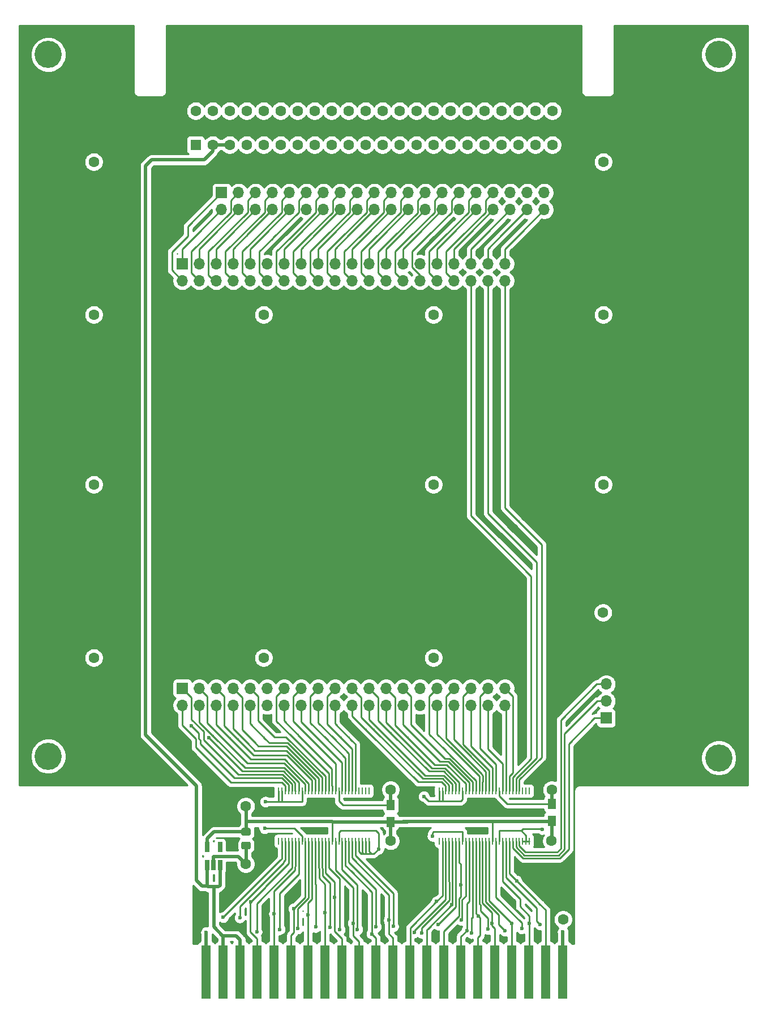
<source format=gbr>
%TF.GenerationSoftware,KiCad,Pcbnew,(5.1.9)-1*%
%TF.CreationDate,2025-01-23T06:38:53-08:00*%
%TF.ProjectId,RADA3K,52414441-334b-42e6-9b69-6361645f7063,rev?*%
%TF.SameCoordinates,Original*%
%TF.FileFunction,Copper,L1,Top*%
%TF.FilePolarity,Positive*%
%FSLAX46Y46*%
G04 Gerber Fmt 4.6, Leading zero omitted, Abs format (unit mm)*
G04 Created by KiCad (PCBNEW (5.1.9)-1) date 2025-01-23 06:38:53*
%MOMM*%
%LPD*%
G01*
G04 APERTURE LIST*
%TA.AperFunction,ComponentPad*%
%ADD10O,1.700000X1.700000*%
%TD*%
%TA.AperFunction,ComponentPad*%
%ADD11R,1.700000X1.700000*%
%TD*%
%TA.AperFunction,SMDPad,CuDef*%
%ADD12R,1.428750X8.001000*%
%TD*%
%TA.AperFunction,ComponentPad*%
%ADD13C,1.600000*%
%TD*%
%TA.AperFunction,ComponentPad*%
%ADD14R,1.600000X1.600000*%
%TD*%
%TA.AperFunction,SMDPad,CuDef*%
%ADD15R,1.250000X1.500000*%
%TD*%
%TA.AperFunction,ComponentPad*%
%ADD16C,4.064000*%
%TD*%
%TA.AperFunction,SMDPad,CuDef*%
%ADD17R,0.650000X1.560000*%
%TD*%
%TA.AperFunction,SMDPad,CuDef*%
%ADD18R,0.285000X1.000000*%
%TD*%
%TA.AperFunction,ViaPad*%
%ADD19C,1.600000*%
%TD*%
%TA.AperFunction,ViaPad*%
%ADD20C,0.600000*%
%TD*%
%TA.AperFunction,Conductor*%
%ADD21C,0.500000*%
%TD*%
%TA.AperFunction,Conductor*%
%ADD22C,0.250000*%
%TD*%
%TA.AperFunction,NonConductor*%
%ADD23C,0.254000*%
%TD*%
%TA.AperFunction,NonConductor*%
%ADD24C,0.100000*%
%TD*%
G04 APERTURE END LIST*
D10*
%TO.P,J1,3*%
%TO.N,/_CHAREN*%
X120230900Y-124460000D03*
%TO.P,J1,2*%
%TO.N,/_HIRAM*%
X120230900Y-127000000D03*
D11*
%TO.P,J1,1*%
%TO.N,/_LORAM*%
X120230900Y-129540000D03*
%TD*%
D10*
%TO.P,J4,40*%
%TO.N,/GPIO_1_1*%
X110960000Y-53500000D03*
%TO.P,J4,39*%
%TO.N,Net-(J4-Pad39)*%
X110960000Y-50960000D03*
%TO.P,J4,38*%
%TO.N,/GPIO_1_3*%
X108420000Y-53500000D03*
%TO.P,J4,37*%
%TO.N,Net-(J4-Pad37)*%
X108420000Y-50960000D03*
%TO.P,J4,36*%
%TO.N,/GPIO_1_5*%
X105880000Y-53500000D03*
%TO.P,J4,35*%
%TO.N,Net-(J4-Pad35)*%
X105880000Y-50960000D03*
%TO.P,J4,34*%
%TO.N,/GPIO_1_7*%
X103340000Y-53500000D03*
%TO.P,J4,33*%
%TO.N,/GPIO_1_6*%
X103340000Y-50960000D03*
%TO.P,J4,32*%
%TO.N,/GPIO_1_9*%
X100800000Y-53500000D03*
%TO.P,J4,31*%
%TO.N,/GPIO_1_8*%
X100800000Y-50960000D03*
%TO.P,J4,30*%
%TO.N,GND*%
X98260000Y-53500000D03*
%TO.P,J4,29*%
%TO.N,/FPGA_5V*%
X98260000Y-50960000D03*
%TO.P,J4,28*%
%TO.N,/GPIO_1_11*%
X95720000Y-53500000D03*
%TO.P,J4,27*%
%TO.N,/GPIO_1_10*%
X95720000Y-50960000D03*
%TO.P,J4,26*%
%TO.N,/GPIO_1_13*%
X93180000Y-53500000D03*
%TO.P,J4,25*%
%TO.N,/GPIO_1_12*%
X93180000Y-50960000D03*
%TO.P,J4,24*%
%TO.N,/GPIO_1_15*%
X90640000Y-53500000D03*
%TO.P,J4,23*%
%TO.N,/GPIO_1_14*%
X90640000Y-50960000D03*
%TO.P,J4,22*%
%TO.N,/GPIO_1_17*%
X88100000Y-53500000D03*
%TO.P,J4,21*%
%TO.N,/GPIO_1_16*%
X88100000Y-50960000D03*
%TO.P,J4,20*%
%TO.N,/GPIO_1_19*%
X85560000Y-53500000D03*
%TO.P,J4,19*%
%TO.N,/GPIO_1_18*%
X85560000Y-50960000D03*
%TO.P,J4,18*%
%TO.N,/GPIO_1_21*%
X83020000Y-53500000D03*
%TO.P,J4,17*%
%TO.N,/GPIO_1_20*%
X83020000Y-50960000D03*
%TO.P,J4,16*%
%TO.N,/GPIO_1_23*%
X80480000Y-53500000D03*
%TO.P,J4,15*%
%TO.N,/GPIO_1_22*%
X80480000Y-50960000D03*
%TO.P,J4,14*%
%TO.N,/GPIO_1_25*%
X77940000Y-53500000D03*
%TO.P,J4,13*%
%TO.N,/GPIO_1_24*%
X77940000Y-50960000D03*
%TO.P,J4,12*%
%TO.N,GND*%
X75400000Y-53500000D03*
%TO.P,J4,11*%
%TO.N,/FPGA_3V*%
X75400000Y-50960000D03*
%TO.P,J4,10*%
%TO.N,/GPIO_1_27*%
X72860000Y-53500000D03*
%TO.P,J4,9*%
%TO.N,/GPIO_1_26*%
X72860000Y-50960000D03*
%TO.P,J4,8*%
%TO.N,/GPIO_1_29*%
X70320000Y-53500000D03*
%TO.P,J4,7*%
%TO.N,/GPIO_1_28*%
X70320000Y-50960000D03*
%TO.P,J4,6*%
%TO.N,/GPIO_1_31*%
X67780000Y-53500000D03*
%TO.P,J4,5*%
%TO.N,/GPIO_1_30*%
X67780000Y-50960000D03*
%TO.P,J4,4*%
%TO.N,/GPIO_1_33*%
X65240000Y-53500000D03*
%TO.P,J4,3*%
%TO.N,/FPGA__NMI*%
X65240000Y-50960000D03*
%TO.P,J4,2*%
%TO.N,/GPIO_1_35*%
X62700000Y-53500000D03*
D11*
%TO.P,J4,1*%
%TO.N,/FPGA__RST*%
X62700000Y-50960000D03*
%TD*%
D12*
%TO.P,J6,12*%
%TO.N,/BA*%
X88353900Y-167500300D03*
%TO.P,J6,15*%
%TO.N,/D6*%
X95973900Y-167500300D03*
%TO.P,J6,16*%
%TO.N,/D5*%
X98513900Y-167500300D03*
%TO.P,J6,14*%
%TO.N,/D7*%
X93433900Y-167500300D03*
%TO.P,J6,13*%
%TO.N,/_DMA*%
X90893900Y-167500300D03*
%TO.P,J6,9*%
%TO.N,/_EXROM*%
X80733900Y-167500300D03*
%TO.P,J6,10*%
%TO.N,/_IO2*%
X83273900Y-167500300D03*
%TO.P,J6,11*%
%TO.N,/_ROML*%
X85813900Y-167500300D03*
%TO.P,J6,22*%
%TO.N,GND*%
X113753900Y-167500300D03*
%TO.P,J6,17*%
%TO.N,/D4*%
X101053900Y-167500300D03*
%TO.P,J6,18*%
%TO.N,/D3*%
X103593900Y-167500300D03*
%TO.P,J6,19*%
%TO.N,/D2*%
X106133900Y-167500300D03*
%TO.P,J6,20*%
%TO.N,/D1*%
X108673900Y-167500300D03*
%TO.P,J6,21*%
%TO.N,/D0*%
X111213900Y-167500300D03*
%TO.P,J6,8*%
%TO.N,/_GAME*%
X78193900Y-167500300D03*
%TO.P,J6,5*%
%TO.N,/R__W*%
X70573900Y-167500300D03*
%TO.P,J6,6*%
%TO.N,/DOT_CLK*%
X73113900Y-167500300D03*
%TO.P,J6,1*%
%TO.N,GND*%
X60413900Y-167500300D03*
%TO.P,J6,3*%
%TO.N,+5V*%
X65493900Y-167500300D03*
%TO.P,J6,7*%
%TO.N,/_IO1*%
X75653900Y-167500300D03*
%TO.P,J6,2*%
%TO.N,+5V*%
X62953900Y-167500300D03*
%TO.P,J6,4*%
%TO.N,/_IRQ*%
X68033900Y-167500300D03*
%TD*%
D13*
%TO.P,J5,Z*%
%TO.N,GND*%
X112166400Y-38722300D03*
%TO.P,J5,Y*%
%TO.N,/A0*%
X109626400Y-38722300D03*
%TO.P,J5,X*%
%TO.N,/A1*%
X107086400Y-38722300D03*
%TO.P,J5,W*%
%TO.N,/A2*%
X104546400Y-38722300D03*
%TO.P,J5,V*%
%TO.N,/A3*%
X102006400Y-38722300D03*
%TO.P,J5,U*%
%TO.N,/A4*%
X99466400Y-38722300D03*
%TO.P,J5,T*%
%TO.N,/A5*%
X96926400Y-38722300D03*
%TO.P,J5,S*%
%TO.N,/A6*%
X94386400Y-38722300D03*
%TO.P,J5,R*%
%TO.N,/A7*%
X91846400Y-38722300D03*
%TO.P,J5,P*%
%TO.N,/A8*%
X89306400Y-38722300D03*
%TO.P,J5,N*%
%TO.N,/A9*%
X86766400Y-38722300D03*
%TO.P,J5,M*%
%TO.N,/A10*%
X84226400Y-38722300D03*
%TO.P,J5,L*%
%TO.N,/A11*%
X81686400Y-38722300D03*
%TO.P,J5,K*%
%TO.N,/A12*%
X79146400Y-38722300D03*
%TO.P,J5,J*%
%TO.N,/A13*%
X76606400Y-38722300D03*
%TO.P,J5,H*%
%TO.N,/A14*%
X74066400Y-38722300D03*
%TO.P,J5,F*%
%TO.N,/A15*%
X71526400Y-38722300D03*
%TO.P,J5,E*%
%TO.N,/PHI2*%
X68986400Y-38722300D03*
%TO.P,J5,D*%
%TO.N,/_NMI*%
X66446400Y-38722300D03*
%TO.P,J5,C*%
%TO.N,/_RST*%
X63906400Y-38722300D03*
%TO.P,J5,B*%
%TO.N,/_ROMH*%
X61366400Y-38722300D03*
%TO.P,J5,A*%
%TO.N,GND*%
X58826400Y-38722300D03*
%TO.P,J5,22*%
X112166400Y-43802300D03*
%TO.P,J5,21*%
%TO.N,/D0*%
X109626400Y-43802300D03*
%TO.P,J5,20*%
%TO.N,/D1*%
X107086400Y-43802300D03*
%TO.P,J5,19*%
%TO.N,/D2*%
X104546400Y-43802300D03*
%TO.P,J5,18*%
%TO.N,/D3*%
X102006400Y-43802300D03*
%TO.P,J5,17*%
%TO.N,/D4*%
X99466400Y-43802300D03*
%TO.P,J5,16*%
%TO.N,/D5*%
X96926400Y-43802300D03*
%TO.P,J5,15*%
%TO.N,/D6*%
X94386400Y-43802300D03*
%TO.P,J5,14*%
%TO.N,/D7*%
X91846400Y-43802300D03*
%TO.P,J5,13*%
%TO.N,/_DMA*%
X89306400Y-43802300D03*
%TO.P,J5,12*%
%TO.N,/BA*%
X86766400Y-43802300D03*
%TO.P,J5,11*%
%TO.N,/_ROML*%
X84226400Y-43802300D03*
%TO.P,J5,10*%
%TO.N,/_IO2*%
X81686400Y-43802300D03*
%TO.P,J5,9*%
%TO.N,/_EXROM*%
X79146400Y-43802300D03*
%TO.P,J5,8*%
%TO.N,/_GAME*%
X76606400Y-43802300D03*
%TO.P,J5,7*%
%TO.N,/_IO1*%
X74066400Y-43802300D03*
%TO.P,J5,6*%
%TO.N,/DOT_CLK*%
X71526400Y-43802300D03*
%TO.P,J5,5*%
%TO.N,/R__W*%
X68986400Y-43802300D03*
%TO.P,J5,4*%
%TO.N,/_IRQ*%
X66446400Y-43802300D03*
%TO.P,J5,3*%
%TO.N,+5V*%
X63906400Y-43802300D03*
D14*
%TO.P,J5,1*%
%TO.N,GND*%
X58826400Y-43802300D03*
D13*
%TO.P,J5,2*%
%TO.N,+5V*%
X61366400Y-43802300D03*
%TD*%
D15*
%TO.P,C3,1*%
%TO.N,+3V3*%
X112077500Y-144887000D03*
%TO.P,C3,2*%
%TO.N,GND*%
X112077500Y-142387000D03*
%TD*%
%TO.P,C2,1*%
%TO.N,+3V3*%
X88011000Y-145052100D03*
%TO.P,C2,2*%
%TO.N,GND*%
X88011000Y-142552100D03*
%TD*%
D10*
%TO.P,J3,40*%
%TO.N,/FPGA__CHAREN*%
X105086400Y-64122300D03*
%TO.P,J3,39*%
%TO.N,/GPIO_1_1*%
X105086400Y-61582300D03*
%TO.P,J3,38*%
%TO.N,/FPGA__HIRAM*%
X102546400Y-64122300D03*
%TO.P,J3,37*%
%TO.N,/GPIO_1_3*%
X102546400Y-61582300D03*
%TO.P,J3,36*%
%TO.N,/FPGA__LORAM*%
X100006400Y-64122300D03*
%TO.P,J3,35*%
%TO.N,/GPIO_1_5*%
X100006400Y-61582300D03*
%TO.P,J3,34*%
%TO.N,/GPIO_1_6*%
X97466400Y-64122300D03*
%TO.P,J3,33*%
%TO.N,/GPIO_1_7*%
X97466400Y-61582300D03*
%TO.P,J3,32*%
%TO.N,/GPIO_1_8*%
X94926400Y-64122300D03*
%TO.P,J3,31*%
%TO.N,/GPIO_1_9*%
X94926400Y-61582300D03*
%TO.P,J3,30*%
%TO.N,/FPGA_5V*%
X92386400Y-64122300D03*
%TO.P,J3,29*%
%TO.N,GND*%
X92386400Y-61582300D03*
%TO.P,J3,28*%
%TO.N,/GPIO_1_10*%
X89846400Y-64122300D03*
%TO.P,J3,27*%
%TO.N,/GPIO_1_11*%
X89846400Y-61582300D03*
%TO.P,J3,26*%
%TO.N,/GPIO_1_12*%
X87306400Y-64122300D03*
%TO.P,J3,25*%
%TO.N,/GPIO_1_13*%
X87306400Y-61582300D03*
%TO.P,J3,24*%
%TO.N,/GPIO_1_14*%
X84766400Y-64122300D03*
%TO.P,J3,23*%
%TO.N,/GPIO_1_15*%
X84766400Y-61582300D03*
%TO.P,J3,22*%
%TO.N,/GPIO_1_16*%
X82226400Y-64122300D03*
%TO.P,J3,21*%
%TO.N,/GPIO_1_17*%
X82226400Y-61582300D03*
%TO.P,J3,20*%
%TO.N,/GPIO_1_18*%
X79686400Y-64122300D03*
%TO.P,J3,19*%
%TO.N,/GPIO_1_19*%
X79686400Y-61582300D03*
%TO.P,J3,18*%
%TO.N,/GPIO_1_20*%
X77146400Y-64122300D03*
%TO.P,J3,17*%
%TO.N,/GPIO_1_21*%
X77146400Y-61582300D03*
%TO.P,J3,16*%
%TO.N,/GPIO_1_22*%
X74606400Y-64122300D03*
%TO.P,J3,15*%
%TO.N,/GPIO_1_23*%
X74606400Y-61582300D03*
%TO.P,J3,14*%
%TO.N,/GPIO_1_24*%
X72066400Y-64122300D03*
%TO.P,J3,13*%
%TO.N,/GPIO_1_25*%
X72066400Y-61582300D03*
%TO.P,J3,12*%
%TO.N,/FPGA_3V*%
X69526400Y-64122300D03*
%TO.P,J3,11*%
%TO.N,GND*%
X69526400Y-61582300D03*
%TO.P,J3,10*%
%TO.N,/GPIO_1_26*%
X66986400Y-64122300D03*
%TO.P,J3,9*%
%TO.N,/GPIO_1_27*%
X66986400Y-61582300D03*
%TO.P,J3,8*%
%TO.N,/GPIO_1_28*%
X64446400Y-64122300D03*
%TO.P,J3,7*%
%TO.N,/GPIO_1_29*%
X64446400Y-61582300D03*
%TO.P,J3,6*%
%TO.N,/GPIO_1_30*%
X61906400Y-64122300D03*
%TO.P,J3,5*%
%TO.N,/GPIO_1_31*%
X61906400Y-61582300D03*
%TO.P,J3,4*%
%TO.N,/FPGA__NMI*%
X59366400Y-64122300D03*
%TO.P,J3,3*%
%TO.N,/GPIO_1_33*%
X59366400Y-61582300D03*
%TO.P,J3,2*%
%TO.N,/FPGA__RST*%
X56826400Y-64122300D03*
D11*
%TO.P,J3,1*%
%TO.N,/GPIO_1_35*%
X56826400Y-61582300D03*
%TD*%
D10*
%TO.P,J2,40*%
%TO.N,/FPGA_A0*%
X105086400Y-127622300D03*
%TO.P,J2,39*%
%TO.N,/FPGA_D0*%
X105086400Y-125082300D03*
%TO.P,J2,38*%
%TO.N,/FPGA_D1*%
X102546400Y-127622300D03*
%TO.P,J2,37*%
%TO.N,/FPGA_A1*%
X102546400Y-125082300D03*
%TO.P,J2,36*%
%TO.N,/FPGA_D2*%
X100006400Y-127622300D03*
%TO.P,J2,35*%
%TO.N,/FPGA_A2*%
X100006400Y-125082300D03*
%TO.P,J2,34*%
%TO.N,/FPGA_D3*%
X97466400Y-127622300D03*
%TO.P,J2,33*%
%TO.N,/FPGA_A3*%
X97466400Y-125082300D03*
%TO.P,J2,32*%
%TO.N,/FPGA_D4*%
X94926400Y-127622300D03*
%TO.P,J2,31*%
%TO.N,/FPGA_A4*%
X94926400Y-125082300D03*
%TO.P,J2,30*%
%TO.N,GND*%
X92386400Y-127622300D03*
%TO.P,J2,29*%
%TO.N,Net-(J2-Pad29)*%
X92386400Y-125082300D03*
%TO.P,J2,28*%
%TO.N,/FPGA_A5*%
X89846400Y-127622300D03*
%TO.P,J2,27*%
%TO.N,/FPGA_D5*%
X89846400Y-125082300D03*
%TO.P,J2,26*%
%TO.N,/FPGA_A6*%
X87306400Y-127622300D03*
%TO.P,J2,25*%
%TO.N,/FPGA_D6*%
X87306400Y-125082300D03*
%TO.P,J2,24*%
%TO.N,/FPGA_A7*%
X84766400Y-127622300D03*
%TO.P,J2,23*%
%TO.N,/FPGA_D7*%
X84766400Y-125082300D03*
%TO.P,J2,22*%
%TO.N,/FPGA__DMA*%
X82226400Y-127622300D03*
%TO.P,J2,21*%
%TO.N,/FPGA_A8*%
X82226400Y-125082300D03*
%TO.P,J2,20*%
%TO.N,/FPGA_A9*%
X79686400Y-127622300D03*
%TO.P,J2,19*%
%TO.N,/FPGA_BA*%
X79686400Y-125082300D03*
%TO.P,J2,18*%
%TO.N,/FPGA_A10*%
X77146400Y-127622300D03*
%TO.P,J2,17*%
%TO.N,/FPGA__ROML*%
X77146400Y-125082300D03*
%TO.P,J2,16*%
%TO.N,/FPGA_A11*%
X74606400Y-127622300D03*
%TO.P,J2,15*%
%TO.N,/FPGA__IO2*%
X74606400Y-125082300D03*
%TO.P,J2,14*%
%TO.N,/FPGA_A12*%
X72066400Y-127622300D03*
%TO.P,J2,13*%
%TO.N,/FPGA__EXROM*%
X72066400Y-125082300D03*
%TO.P,J2,12*%
%TO.N,GND*%
X69526400Y-127622300D03*
%TO.P,J2,11*%
%TO.N,Net-(J2-Pad11)*%
X69526400Y-125082300D03*
%TO.P,J2,10*%
%TO.N,/FPGA__GAME*%
X66986400Y-127622300D03*
%TO.P,J2,9*%
%TO.N,/FPGA_A13*%
X66986400Y-125082300D03*
%TO.P,J2,8*%
%TO.N,/FPGA__IO1*%
X64446400Y-127622300D03*
%TO.P,J2,7*%
%TO.N,/FPGA_A14*%
X64446400Y-125082300D03*
%TO.P,J2,6*%
%TO.N,/FPGA_DOT_CLK*%
X61906400Y-127622300D03*
%TO.P,J2,5*%
%TO.N,/FPGA_A15*%
X61906400Y-125082300D03*
%TO.P,J2,4*%
%TO.N,/FPGA_R__W*%
X59366400Y-127622300D03*
%TO.P,J2,3*%
%TO.N,/FPGA_PHI2*%
X59366400Y-125082300D03*
%TO.P,J2,2*%
%TO.N,/FPGA__ROMH*%
X56826400Y-127622300D03*
D11*
%TO.P,J2,1*%
%TO.N,/FPGA__IRQ*%
X56826400Y-125082300D03*
%TD*%
D16*
%TO.P,GND,1*%
%TO.N,GND*%
X137063972Y-135496300D03*
%TD*%
%TO.P,GND,1*%
%TO.N,GND*%
X36791900Y-135242300D03*
%TD*%
%TO.P,GND,1*%
%TO.N,GND*%
X137063972Y-30314900D03*
%TD*%
%TO.P,GND,1*%
%TO.N,GND*%
X36791900Y-30314900D03*
%TD*%
D17*
%TO.P,U1,1*%
%TO.N,+5V*%
X60568800Y-151552900D03*
%TO.P,U1,2*%
%TO.N,GND*%
X61518800Y-151552900D03*
%TO.P,U1,3*%
%TO.N,+5V*%
X62468800Y-151552900D03*
%TO.P,U1,4*%
%TO.N,N/C*%
X62468800Y-148852900D03*
%TO.P,U1,5*%
%TO.N,+3V3*%
X60568800Y-148852900D03*
%TD*%
D18*
%TO.P,U2,56*%
%TO.N,GND*%
X71236400Y-140433100D03*
%TO.P,U2,55*%
X71736400Y-140433100D03*
%TO.P,U2,54*%
%TO.N,/FPGA__ROMH*%
X72236400Y-140433100D03*
%TO.P,U2,53*%
%TO.N,/FPGA__RST*%
X72736400Y-140433100D03*
%TO.P,U2,52*%
%TO.N,/FPGA__IRQ*%
X73236400Y-140433100D03*
%TO.P,U2,51*%
%TO.N,/FPGA__NMI*%
X73736400Y-140433100D03*
%TO.P,U2,50*%
%TO.N,/FPGA_R__W*%
X74236400Y-140433100D03*
%TO.P,U2,49*%
%TO.N,GND*%
X74736400Y-140433100D03*
%TO.P,U2,48*%
%TO.N,/FPGA_PHI2*%
X75236400Y-140433100D03*
%TO.P,U2,47*%
%TO.N,/FPGA_DOT_CLK*%
X75736400Y-140433100D03*
%TO.P,U2,46*%
%TO.N,/FPGA_A15*%
X76236400Y-140433100D03*
%TO.P,U2,45*%
%TO.N,/FPGA__IO1*%
X76736400Y-140433100D03*
%TO.P,U2,44*%
%TO.N,/FPGA_A14*%
X77236400Y-140433100D03*
%TO.P,U2,43*%
%TO.N,/FPGA__GAME*%
X77736400Y-140433100D03*
%TO.P,U2,42*%
%TO.N,/FPGA_A13*%
X78236400Y-140433100D03*
%TO.P,U2,41*%
%TO.N,/FPGA__EXROM*%
X78736400Y-140433100D03*
%TO.P,U2,40*%
%TO.N,/FPGA_A12*%
X79236400Y-140433100D03*
%TO.P,U2,39*%
%TO.N,/FPGA__IO2*%
X79736400Y-140433100D03*
%TO.P,U2,38*%
%TO.N,GND*%
X80236400Y-140433100D03*
%TO.P,U2,37*%
%TO.N,/FPGA_A11*%
X80736400Y-140433100D03*
%TO.P,U2,36*%
%TO.N,/FPGA__ROML*%
X81236400Y-140433100D03*
%TO.P,U2,35*%
%TO.N,/FPGA_A10*%
X81736400Y-140433100D03*
%TO.P,U2,34*%
%TO.N,/FPGA_BA*%
X82236400Y-140433100D03*
%TO.P,U2,33*%
%TO.N,/FPGA_A9*%
X82736400Y-140433100D03*
%TO.P,U2,32*%
%TO.N,Net-(U2-Pad32)*%
X83236400Y-140433100D03*
%TO.P,U2,31*%
%TO.N,Net-(U2-Pad31)*%
X83736400Y-140433100D03*
%TO.P,U2,30*%
%TO.N,Net-(U2-Pad30)*%
X84236400Y-140433100D03*
%TO.P,U2,29*%
%TO.N,Net-(U2-Pad29)*%
X84736400Y-140433100D03*
%TO.P,U2,28*%
%TO.N,GND*%
X84736400Y-147933100D03*
%TO.P,U2,27*%
X84236400Y-147933100D03*
%TO.P,U2,26*%
X83736400Y-147933100D03*
%TO.P,U2,25*%
X83236400Y-147933100D03*
%TO.P,U2,24*%
%TO.N,/A9*%
X82736400Y-147933100D03*
%TO.P,U2,23*%
%TO.N,/BA*%
X82236400Y-147933100D03*
%TO.P,U2,22*%
%TO.N,/A10*%
X81736400Y-147933100D03*
%TO.P,U2,21*%
%TO.N,/_ROML*%
X81236400Y-147933100D03*
%TO.P,U2,20*%
%TO.N,/A11*%
X80736400Y-147933100D03*
%TO.P,U2,19*%
%TO.N,GND*%
X80236400Y-147933100D03*
%TO.P,U2,18*%
%TO.N,/_IO2*%
X79736400Y-147933100D03*
%TO.P,U2,17*%
%TO.N,+3V3*%
X79236400Y-147933100D03*
%TO.P,U2,16*%
%TO.N,/A12*%
X78736400Y-147933100D03*
%TO.P,U2,15*%
%TO.N,/_EXROM*%
X78236400Y-147933100D03*
%TO.P,U2,14*%
%TO.N,/A13*%
X77736400Y-147933100D03*
%TO.P,U2,13*%
%TO.N,/_GAME*%
X77236400Y-147933100D03*
%TO.P,U2,12*%
%TO.N,/A14*%
X76736400Y-147933100D03*
%TO.P,U2,11*%
%TO.N,/_IO1*%
X76236400Y-147933100D03*
%TO.P,U2,10*%
%TO.N,/A15*%
X75736400Y-147933100D03*
%TO.P,U2,9*%
%TO.N,/DOT_CLK*%
X75236400Y-147933100D03*
%TO.P,U2,8*%
%TO.N,GND*%
X74736400Y-147933100D03*
%TO.P,U2,7*%
%TO.N,/PHI2*%
X74236400Y-147933100D03*
%TO.P,U2,6*%
%TO.N,/R__W*%
X73736400Y-147933100D03*
%TO.P,U2,5*%
%TO.N,/_NMI*%
X73236400Y-147933100D03*
%TO.P,U2,4*%
%TO.N,/_IRQ*%
X72736400Y-147933100D03*
%TO.P,U2,3*%
%TO.N,/_RST*%
X72236400Y-147933100D03*
%TO.P,U2,2*%
%TO.N,/_ROMH*%
X71736400Y-147933100D03*
%TO.P,U2,1*%
%TO.N,Net-(U2-Pad1)*%
X71236400Y-147933100D03*
%TD*%
%TO.P,U3,56*%
%TO.N,GND*%
X95236400Y-140433100D03*
%TO.P,U3,55*%
X95736400Y-140433100D03*
%TO.P,U3,54*%
%TO.N,/FPGA__DMA*%
X96236400Y-140433100D03*
%TO.P,U3,53*%
%TO.N,/FPGA_A8*%
X96736400Y-140433100D03*
%TO.P,U3,52*%
%TO.N,/FPGA_A7*%
X97236400Y-140433100D03*
%TO.P,U3,51*%
%TO.N,/FPGA_D7*%
X97736400Y-140433100D03*
%TO.P,U3,50*%
%TO.N,/FPGA_A6*%
X98236400Y-140433100D03*
%TO.P,U3,49*%
%TO.N,GND*%
X98736400Y-140433100D03*
%TO.P,U3,48*%
%TO.N,/FPGA_D6*%
X99236400Y-140433100D03*
%TO.P,U3,47*%
%TO.N,/FPGA_A5*%
X99736400Y-140433100D03*
%TO.P,U3,46*%
%TO.N,/FPGA_D5*%
X100236400Y-140433100D03*
%TO.P,U3,45*%
%TO.N,/FPGA_A4*%
X100736400Y-140433100D03*
%TO.P,U3,44*%
%TO.N,/FPGA_D4*%
X101236400Y-140433100D03*
%TO.P,U3,43*%
%TO.N,/FPGA_A3*%
X101736400Y-140433100D03*
%TO.P,U3,42*%
%TO.N,/FPGA_D3*%
X102236400Y-140433100D03*
%TO.P,U3,41*%
%TO.N,/FPGA_A2*%
X102736400Y-140433100D03*
%TO.P,U3,40*%
%TO.N,/FPGA_D2*%
X103236400Y-140433100D03*
%TO.P,U3,39*%
%TO.N,/FPGA_A1*%
X103736400Y-140433100D03*
%TO.P,U3,38*%
%TO.N,GND*%
X104236400Y-140433100D03*
%TO.P,U3,37*%
%TO.N,/FPGA_D1*%
X104736400Y-140433100D03*
%TO.P,U3,36*%
%TO.N,/FPGA_A0*%
X105236400Y-140433100D03*
%TO.P,U3,35*%
%TO.N,/FPGA_D0*%
X105736400Y-140433100D03*
%TO.P,U3,34*%
%TO.N,/FPGA__LORAM*%
X106236400Y-140433100D03*
%TO.P,U3,33*%
%TO.N,/FPGA__HIRAM*%
X106736400Y-140433100D03*
%TO.P,U3,32*%
%TO.N,/FPGA__CHAREN*%
X107236400Y-140433100D03*
%TO.P,U3,31*%
%TO.N,Net-(U3-Pad31)*%
X107736400Y-140433100D03*
%TO.P,U3,30*%
%TO.N,Net-(U3-Pad30)*%
X108236400Y-140433100D03*
%TO.P,U3,29*%
%TO.N,Net-(U3-Pad29)*%
X108736400Y-140433100D03*
%TO.P,U3,28*%
%TO.N,GND*%
X108736400Y-147933100D03*
%TO.P,U3,27*%
X108236400Y-147933100D03*
%TO.P,U3,26*%
X107736400Y-147933100D03*
%TO.P,U3,25*%
%TO.N,/_CHAREN*%
X107236400Y-147933100D03*
%TO.P,U3,24*%
%TO.N,/_HIRAM*%
X106736400Y-147933100D03*
%TO.P,U3,23*%
%TO.N,/_LORAM*%
X106236400Y-147933100D03*
%TO.P,U3,22*%
%TO.N,/D0*%
X105736400Y-147933100D03*
%TO.P,U3,21*%
%TO.N,/A0*%
X105236400Y-147933100D03*
%TO.P,U3,20*%
%TO.N,/D1*%
X104736400Y-147933100D03*
%TO.P,U3,19*%
%TO.N,GND*%
X104236400Y-147933100D03*
%TO.P,U3,18*%
%TO.N,/A1*%
X103736400Y-147933100D03*
%TO.P,U3,17*%
%TO.N,+3V3*%
X103236400Y-147933100D03*
%TO.P,U3,16*%
%TO.N,/D2*%
X102736400Y-147933100D03*
%TO.P,U3,15*%
%TO.N,/A2*%
X102236400Y-147933100D03*
%TO.P,U3,14*%
%TO.N,/D3*%
X101736400Y-147933100D03*
%TO.P,U3,13*%
%TO.N,/A3*%
X101236400Y-147933100D03*
%TO.P,U3,12*%
%TO.N,/D4*%
X100736400Y-147933100D03*
%TO.P,U3,11*%
%TO.N,/A4*%
X100236400Y-147933100D03*
%TO.P,U3,10*%
%TO.N,/D5*%
X99736400Y-147933100D03*
%TO.P,U3,9*%
%TO.N,/A5*%
X99236400Y-147933100D03*
%TO.P,U3,8*%
%TO.N,GND*%
X98736400Y-147933100D03*
%TO.P,U3,7*%
%TO.N,/D6*%
X98236400Y-147933100D03*
%TO.P,U3,6*%
%TO.N,/A6*%
X97736400Y-147933100D03*
%TO.P,U3,5*%
%TO.N,/D7*%
X97236400Y-147933100D03*
%TO.P,U3,4*%
%TO.N,/A7*%
X96736400Y-147933100D03*
%TO.P,U3,3*%
%TO.N,/A8*%
X96236400Y-147933100D03*
%TO.P,U3,2*%
%TO.N,/_DMA*%
X95736400Y-147933100D03*
%TO.P,U3,1*%
%TO.N,Net-(U3-Pad1)*%
X95236400Y-147933100D03*
%TD*%
%TO.P,C1,2*%
%TO.N,GND*%
%TA.AperFunction,SMDPad,CuDef*%
G36*
G01*
X65907050Y-148024000D02*
X66807950Y-148024000D01*
G75*
G02*
X67057500Y-148273550I0J-249550D01*
G01*
X67057500Y-148924450D01*
G75*
G02*
X66807950Y-149174000I-249550J0D01*
G01*
X65907050Y-149174000D01*
G75*
G02*
X65657500Y-148924450I0J249550D01*
G01*
X65657500Y-148273550D01*
G75*
G02*
X65907050Y-148024000I249550J0D01*
G01*
G37*
%TD.AperFunction*%
%TO.P,C1,1*%
%TO.N,+3V3*%
%TA.AperFunction,SMDPad,CuDef*%
G36*
G01*
X65907050Y-145974000D02*
X66807950Y-145974000D01*
G75*
G02*
X67057500Y-146223550I0J-249550D01*
G01*
X67057500Y-146874450D01*
G75*
G02*
X66807950Y-147124000I-249550J0D01*
G01*
X65907050Y-147124000D01*
G75*
G02*
X65657500Y-146874450I0J249550D01*
G01*
X65657500Y-146223550D01*
G75*
G02*
X65907050Y-145974000I249550J0D01*
G01*
G37*
%TD.AperFunction*%
%TD*%
D19*
%TO.N,GND*%
X113779300Y-159651700D03*
D20*
X60413900Y-161594800D03*
X110636400Y-146152300D03*
X69146400Y-146012300D03*
X94259400Y-147180300D03*
X92956400Y-141262300D03*
X86169500Y-149136100D03*
X69256400Y-142052300D03*
D19*
X66306700Y-151358600D03*
X43586400Y-120510300D03*
X43586400Y-94602300D03*
X43586400Y-69202300D03*
X43586400Y-46342300D03*
X119760000Y-113750000D03*
X119786400Y-69202300D03*
X119786400Y-94602300D03*
X119786400Y-46342300D03*
X87972900Y-140246100D03*
X112077500Y-140246100D03*
D20*
X113753900Y-161531300D03*
D19*
X68986400Y-69202300D03*
X94386400Y-69202300D03*
X94386400Y-94602300D03*
X68986400Y-120510300D03*
X94386400Y-120510300D03*
%TO.N,+3V3*%
X112064800Y-147916900D03*
X66332100Y-142709900D03*
X87972900Y-147916900D03*
D20*
%TO.N,/A8*%
X91528900Y-161594800D03*
%TO.N,/A0*%
X110326400Y-160442300D03*
%TO.N,/A9*%
X88366400Y-160692300D03*
%TO.N,/A1*%
X107600000Y-161000000D03*
%TO.N,/A10*%
X85816400Y-160772300D03*
%TO.N,/A2*%
X105106400Y-161362300D03*
%TO.N,/A3*%
X102536400Y-161108800D03*
%TO.N,/A15*%
X74126400Y-161012300D03*
%TO.N,/A7*%
X92608400Y-161658300D03*
%TO.N,/A14*%
X76776400Y-160792300D03*
%TO.N,/A6*%
X95084900Y-160451800D03*
%TO.N,/A13*%
X78906400Y-160802300D03*
%TO.N,/A5*%
X98577400Y-159753300D03*
%TO.N,/A12*%
X80352900Y-161213800D03*
%TO.N,/A4*%
X100101400Y-161721800D03*
%TO.N,/A11*%
X83019900Y-161150300D03*
%TO.N,/D0*%
X106822050Y-153877950D03*
%TO.N,/D1*%
X108736400Y-160236400D03*
%TO.N,/D2*%
X106074870Y-160225130D03*
%TO.N,/D3*%
X103168310Y-160242390D03*
%TO.N,/D4*%
X101117400Y-159118300D03*
%TO.N,/D5*%
X99375400Y-161313300D03*
%TO.N,/D6*%
X98500000Y-154500000D03*
%TO.N,/D7*%
X97111400Y-157455849D03*
%TO.N,/_ROMH*%
X62956400Y-159332300D03*
%TO.N,/R__W*%
X70573900Y-158826100D03*
%TO.N,/_IRQ*%
X67054350Y-157054350D03*
%TO.N,/_RST*%
X65436400Y-159382300D03*
%TO.N,/PHI2*%
X71386400Y-161132300D03*
%TO.N,/_NMI*%
X67970400Y-161531300D03*
%TO.N,/DOT_CLK*%
X73501399Y-158044471D03*
%TO.N,/_IO1*%
X75653900Y-158946100D03*
%TO.N,/_GAME*%
X78193900Y-158593900D03*
%TO.N,/_EXROM*%
X79616400Y-156316400D03*
%TO.N,/_IO2*%
X82394899Y-160205101D03*
%TO.N,/_ROML*%
X85188900Y-161817299D03*
%TO.N,/BA*%
X87741399Y-159758601D03*
%TO.N,/_DMA*%
X94874350Y-156974350D03*
%TO.N,/FPGA__RST*%
X58180000Y-130680000D03*
%TO.N,/FPGA__NMI*%
X60800000Y-132500000D03*
%TD*%
D21*
%TO.N,GND*%
X113753900Y-167500300D02*
X113753900Y-161531300D01*
X60413900Y-167500300D02*
X60413900Y-161594800D01*
D22*
X108236400Y-147087100D02*
X107542200Y-146392900D01*
X108236400Y-147933100D02*
X108236400Y-147087100D01*
X104236400Y-146423500D02*
X104267000Y-146392900D01*
X104236400Y-147933100D02*
X104236400Y-146423500D01*
X107507000Y-146392900D02*
X104267000Y-146392900D01*
X107542200Y-146392900D02*
X107507000Y-146392900D01*
X110616400Y-146132300D02*
X110636400Y-146152300D01*
X107767600Y-146132300D02*
X110616400Y-146132300D01*
X107507000Y-146392900D02*
X107767600Y-146132300D01*
X73565600Y-146012300D02*
X69146400Y-146012300D01*
X74736400Y-147183100D02*
X73565600Y-146012300D01*
X74736400Y-147933100D02*
X74736400Y-147183100D01*
X98736400Y-147742300D02*
X98716400Y-147722300D01*
X98736400Y-147933100D02*
X98736400Y-147742300D01*
X98736400Y-147183100D02*
X98726400Y-147173100D01*
X98736400Y-147933100D02*
X98736400Y-147183100D01*
X98726400Y-147173100D02*
X98726400Y-146542300D01*
X95736400Y-140433100D02*
X95736400Y-141932300D01*
X93626400Y-141932300D02*
X92956400Y-141262300D01*
X95236400Y-141892300D02*
X95196400Y-141932300D01*
X95236400Y-140433100D02*
X95236400Y-141892300D01*
X95196400Y-141932300D02*
X93626400Y-141932300D01*
X95736400Y-141932300D02*
X95196400Y-141932300D01*
X98736400Y-140433100D02*
X98736400Y-141702300D01*
X98506400Y-141932300D02*
X95736400Y-141932300D01*
X98736400Y-141702300D02*
X98506400Y-141932300D01*
X104236400Y-140433100D02*
X104236400Y-141160602D01*
X84736400Y-147933100D02*
X84736400Y-149482300D01*
X84736400Y-149482300D02*
X85076400Y-149822300D01*
X83236400Y-147933100D02*
X83236400Y-149502300D01*
X83236400Y-149502300D02*
X83556400Y-149822300D01*
X84236400Y-149762300D02*
X84176400Y-149822300D01*
X84236400Y-147933100D02*
X84236400Y-149762300D01*
X84176400Y-149822300D02*
X85076400Y-149822300D01*
X83736400Y-147933100D02*
X83736400Y-149632300D01*
X83736400Y-149632300D02*
X83926400Y-149822300D01*
X83926400Y-149822300D02*
X84176400Y-149822300D01*
X83556400Y-149822300D02*
X83926400Y-149822300D01*
X80236400Y-147933100D02*
X80236400Y-146642300D01*
X80236400Y-146642300D02*
X80536400Y-146342300D01*
X74736400Y-140433100D02*
X74736400Y-142042300D01*
X74736400Y-142042300D02*
X74726400Y-142052300D01*
X71736400Y-141962300D02*
X71826400Y-142052300D01*
X71736400Y-140433100D02*
X71736400Y-141962300D01*
X74726400Y-142052300D02*
X71826400Y-142052300D01*
X71236400Y-140433100D02*
X71236400Y-141982300D01*
X71236400Y-141982300D02*
X71166400Y-142052300D01*
X71166400Y-142052300D02*
X69256400Y-142052300D01*
X71826400Y-142052300D02*
X71166400Y-142052300D01*
X80236400Y-141942300D02*
X80436400Y-142142300D01*
X80236400Y-140433100D02*
X80236400Y-141942300D01*
D21*
X66357500Y-151307800D02*
X66306700Y-151358600D01*
X66357500Y-148599000D02*
X66357500Y-151307800D01*
D22*
X107736400Y-147933100D02*
X108236400Y-147933100D01*
X108736400Y-147933100D02*
X108236400Y-147933100D01*
X94259400Y-146672300D02*
X94389400Y-146542300D01*
X94259400Y-147180300D02*
X94259400Y-146672300D01*
X98726400Y-146542300D02*
X94389400Y-146542300D01*
D21*
X61518800Y-150272900D02*
X61563400Y-150228300D01*
X61518800Y-151552900D02*
X61518800Y-150272900D01*
X65176400Y-150228300D02*
X66306700Y-151358600D01*
X61563400Y-150228300D02*
X65176400Y-150228300D01*
D22*
X87601200Y-142142300D02*
X88011000Y-142552100D01*
X80846200Y-142552100D02*
X80236400Y-141942300D01*
X88011000Y-142552100D02*
X80846200Y-142552100D01*
D21*
X112077500Y-142387000D02*
X112077500Y-140246100D01*
D22*
X105462798Y-142387000D02*
X104492949Y-141417151D01*
X112077500Y-142387000D02*
X105462798Y-142387000D01*
X104492949Y-141417151D02*
X105168098Y-142092300D01*
X104236400Y-141160602D02*
X104492949Y-141417151D01*
D21*
X88011000Y-140284200D02*
X87972900Y-140246100D01*
X88011000Y-142552100D02*
X88011000Y-140284200D01*
D22*
X86169500Y-146748500D02*
X85763300Y-146342300D01*
X86169500Y-149136100D02*
X86169500Y-146748500D01*
X80536400Y-146342300D02*
X85763300Y-146342300D01*
X85483300Y-149822300D02*
X86169500Y-149136100D01*
X85076400Y-149822300D02*
X85483300Y-149822300D01*
D21*
%TO.N,+5V*%
X60568800Y-154637700D02*
X60706000Y-154774900D01*
X62468800Y-154536100D02*
X62468800Y-151552900D01*
X62230000Y-154774900D02*
X62468800Y-154536100D01*
X60706000Y-154774900D02*
X61290200Y-154774900D01*
X65493900Y-167500300D02*
X65493900Y-162737800D01*
X65493900Y-162737800D02*
X64858900Y-162102800D01*
X62953900Y-167500300D02*
X62953900Y-162293300D01*
X60568800Y-154277100D02*
X60568800Y-154637700D01*
X60568800Y-151552900D02*
X60568800Y-154277100D01*
X63144400Y-162102800D02*
X62953900Y-162293300D01*
X64858900Y-162102800D02*
X63144400Y-162102800D01*
X62866900Y-162102800D02*
X63144400Y-162102800D01*
X61544200Y-160780100D02*
X62866900Y-162102800D01*
X61544200Y-154774900D02*
X61544200Y-160780100D01*
X61290200Y-154774900D02*
X61544200Y-154774900D01*
X61544200Y-154774900D02*
X62230000Y-154774900D01*
X60568800Y-154637700D02*
X59806800Y-154637700D01*
X59806800Y-154637700D02*
X58953400Y-153784300D01*
X58953400Y-153784300D02*
X58953400Y-139687300D01*
X58953400Y-139687300D02*
X51333400Y-132067300D01*
X63906400Y-43802300D02*
X61366400Y-43802300D01*
X61366400Y-43802300D02*
X61366400Y-44773600D01*
X61366400Y-44773600D02*
X60090000Y-46050000D01*
X60090000Y-46050000D02*
X52240000Y-46050000D01*
X51333400Y-46956600D02*
X51333400Y-54446600D01*
X52240000Y-46050000D02*
X51333400Y-46956600D01*
X51333400Y-54446600D02*
X51333400Y-56936600D01*
X51333400Y-56936600D02*
X51333400Y-56502300D01*
X51333400Y-132067300D02*
X51333400Y-56936600D01*
D22*
%TO.N,/FPGA_A15*%
X76236400Y-140433100D02*
X76236400Y-138836400D01*
X76236400Y-138836400D02*
X72500000Y-135100000D01*
X72500000Y-135100000D02*
X67500000Y-135100000D01*
X63081401Y-130681401D02*
X65415000Y-133015000D01*
X63081401Y-126257301D02*
X63081401Y-130681401D01*
X61906400Y-125082300D02*
X63081401Y-126257301D01*
X65415000Y-133015000D02*
X65081401Y-132681401D01*
X67500000Y-135100000D02*
X65415000Y-133015000D01*
%TO.N,/FPGA_A14*%
X77236400Y-138563580D02*
X72372820Y-133700000D01*
X77236400Y-140433100D02*
X77236400Y-138563580D01*
X72372820Y-133700000D02*
X68200000Y-133700000D01*
X65811399Y-131311399D02*
X67750000Y-133250000D01*
X65811399Y-126447299D02*
X65811399Y-131311399D01*
X64446400Y-125082300D02*
X65811399Y-126447299D01*
X67750000Y-133250000D02*
X67621401Y-133121401D01*
X68200000Y-133700000D02*
X67750000Y-133250000D01*
%TO.N,/FPGA_A13*%
X78233100Y-140433100D02*
X78236400Y-140433100D01*
X78203901Y-140403901D02*
X78233100Y-140433100D01*
X72345640Y-132400000D02*
X78203901Y-138258261D01*
X68161401Y-129961401D02*
X70600000Y-132400000D01*
X78203901Y-138258261D02*
X78203901Y-140403901D01*
X70600000Y-132400000D02*
X72345640Y-132400000D01*
X68161401Y-126257301D02*
X68161401Y-129961401D01*
X66986400Y-125082300D02*
X68161401Y-126257301D01*
%TO.N,/FPGA_A12*%
X79186410Y-139633110D02*
X79186410Y-137086410D01*
X79236400Y-139683100D02*
X79186410Y-139633110D01*
X79236400Y-140433100D02*
X79236400Y-139683100D01*
X72066400Y-129966400D02*
X74475000Y-132375000D01*
X72066400Y-127622300D02*
X72066400Y-129966400D01*
X74475000Y-132375000D02*
X74066400Y-131966400D01*
X79186410Y-137086410D02*
X74475000Y-132375000D01*
%TO.N,/FPGA_A11*%
X80736400Y-140433100D02*
X80736400Y-136236400D01*
X74606400Y-130106400D02*
X77110000Y-132610000D01*
X74606400Y-127622300D02*
X74606400Y-130106400D01*
X77110000Y-132610000D02*
X76606400Y-132106400D01*
X80736400Y-136236400D02*
X77110000Y-132610000D01*
%TO.N,/FPGA_A10*%
X81736400Y-140433100D02*
X81736400Y-134836400D01*
X77146400Y-130246400D02*
X79495000Y-132595000D01*
X77146400Y-127622300D02*
X77146400Y-130246400D01*
X79495000Y-132595000D02*
X79146400Y-132246400D01*
X81736400Y-134836400D02*
X79495000Y-132595000D01*
%TO.N,/FPGA_A9*%
X82736400Y-140433100D02*
X82736400Y-133436400D01*
X79686400Y-130386400D02*
X82265000Y-132965000D01*
X79686400Y-127622300D02*
X79686400Y-130386400D01*
X82265000Y-132965000D02*
X81686400Y-132386400D01*
X82736400Y-133436400D02*
X82265000Y-132965000D01*
%TO.N,/FPGA_A8*%
X96736400Y-139569188D02*
X95767212Y-138600000D01*
X96736400Y-140433100D02*
X96736400Y-139569188D01*
X95767212Y-138600000D02*
X92800000Y-138600000D01*
X83591399Y-129391399D02*
X85640000Y-131440000D01*
X83591399Y-126447299D02*
X83591399Y-129391399D01*
X82226400Y-125082300D02*
X83591399Y-126447299D01*
X85640000Y-131440000D02*
X85401401Y-131201401D01*
X92800000Y-138600000D02*
X85640000Y-131440000D01*
%TO.N,/FPGA_A7*%
X95953613Y-138149991D02*
X97236400Y-139432778D01*
X97236400Y-139432778D02*
X97236400Y-140433100D01*
X93149990Y-138149990D02*
X95953613Y-138149991D01*
X84766400Y-129766400D02*
X87170000Y-132170000D01*
X87170000Y-132170000D02*
X93149990Y-138149990D01*
X84766400Y-127622300D02*
X84766400Y-129766400D01*
X86766400Y-131766400D02*
X87170000Y-132170000D01*
%TO.N,/FPGA_A6*%
X98236400Y-139159958D02*
X98236400Y-140433100D01*
X96126433Y-137049991D02*
X98236400Y-139159958D01*
X94149990Y-137049990D02*
X96126433Y-137049991D01*
X87306400Y-130206400D02*
X89690000Y-132590000D01*
X87306400Y-127622300D02*
X87306400Y-130206400D01*
X89690000Y-132590000D02*
X94149990Y-137049990D01*
X89306400Y-132206400D02*
X89690000Y-132590000D01*
%TO.N,/FPGA_A5*%
X96586401Y-136049991D02*
X99736400Y-139199990D01*
X99736400Y-139199990D02*
X99736400Y-140433100D01*
X95349990Y-136049990D02*
X96586401Y-136049991D01*
X89846400Y-130546400D02*
X92020000Y-132720000D01*
X89846400Y-127622300D02*
X89846400Y-130546400D01*
X92020000Y-132720000D02*
X95349990Y-136049990D01*
X91846400Y-132546400D02*
X92020000Y-132720000D01*
%TO.N,/FPGA_A4*%
X100736400Y-138927172D02*
X100736400Y-140433100D01*
X96959201Y-135149973D02*
X100736400Y-138927172D01*
X96949972Y-135149972D02*
X96959201Y-135149973D01*
X93751399Y-131951399D02*
X96070000Y-134270000D01*
X93751399Y-126257301D02*
X93751399Y-131951399D01*
X94926400Y-125082300D02*
X93751399Y-126257301D01*
X96070000Y-134270000D02*
X96949972Y-135149972D01*
X95751399Y-133951399D02*
X96070000Y-134270000D01*
%TO.N,/FPGA_A3*%
X101600000Y-137963590D02*
X101768899Y-138132489D01*
X101600000Y-137900000D02*
X101600000Y-137963590D01*
X101768899Y-139068899D02*
X101736400Y-139101398D01*
X101736400Y-139101398D02*
X101736400Y-140433100D01*
X101768899Y-138132489D02*
X101768899Y-139068899D01*
X96291399Y-132591399D02*
X98750000Y-135050000D01*
X96291399Y-126257301D02*
X96291399Y-132591399D01*
X97466400Y-125082300D02*
X96291399Y-126257301D01*
X98750000Y-135050000D02*
X101600000Y-137900000D01*
X98291399Y-134591399D02*
X98750000Y-135050000D01*
%TO.N,/FPGA_A2*%
X102736400Y-137399990D02*
X102736400Y-140433100D01*
X98831399Y-133494989D02*
X101168205Y-135831795D01*
X98831399Y-126257301D02*
X98831399Y-133494989D01*
X100006400Y-125082300D02*
X98831399Y-126257301D01*
X101168205Y-135831795D02*
X102736400Y-137399990D01*
X100831399Y-135494989D02*
X101168205Y-135831795D01*
%TO.N,/FPGA_A1*%
X103736400Y-136436400D02*
X103736400Y-140433100D01*
X101371399Y-126257301D02*
X101371399Y-134071399D01*
X102546400Y-125082300D02*
X101371399Y-126257301D01*
X101371399Y-134071399D02*
X103250000Y-135950000D01*
X103250000Y-135950000D02*
X103736400Y-136436400D01*
X103181401Y-135881401D02*
X103250000Y-135950000D01*
%TO.N,/FPGA_A0*%
X105236400Y-127772300D02*
X105086400Y-127622300D01*
X105236400Y-140433100D02*
X105236400Y-127772300D01*
%TO.N,/FPGA_D7*%
X97736400Y-139296368D02*
X95940032Y-137500000D01*
X97736400Y-140433100D02*
X97736400Y-139296368D01*
X95940032Y-137500000D02*
X93700000Y-137500000D01*
X86131399Y-129931399D02*
X88350000Y-132150000D01*
X86131399Y-126447299D02*
X86131399Y-129931399D01*
X84766400Y-125082300D02*
X86131399Y-126447299D01*
X88350000Y-132150000D02*
X87941401Y-131741401D01*
X93700000Y-137500000D02*
X88350000Y-132150000D01*
%TO.N,/FPGA_D6*%
X99236400Y-140433100D02*
X99236400Y-139336400D01*
X99236400Y-139336400D02*
X96400000Y-136500000D01*
X96400000Y-136500000D02*
X94600000Y-136500000D01*
X88671399Y-126447299D02*
X88671399Y-130571399D01*
X87306400Y-125082300D02*
X88671399Y-126447299D01*
X88671399Y-130571399D02*
X90900000Y-132800000D01*
X90900000Y-132800000D02*
X90481401Y-132381401D01*
X94600000Y-136500000D02*
X90900000Y-132800000D01*
%TO.N,/FPGA_D5*%
X100236400Y-139063580D02*
X96772800Y-135599982D01*
X100236400Y-140433100D02*
X100236400Y-139063580D01*
X96772800Y-135599982D02*
X96099982Y-135599982D01*
X91021401Y-130521401D02*
X93150000Y-132650000D01*
X91021401Y-126257301D02*
X91021401Y-130521401D01*
X89846400Y-125082300D02*
X91021401Y-126257301D01*
X93150000Y-132650000D02*
X93021401Y-132521401D01*
X96099982Y-135599982D02*
X93150000Y-132650000D01*
%TO.N,/FPGA_D4*%
X101236400Y-140433100D02*
X101236400Y-138236400D01*
X94926400Y-131926400D02*
X97265000Y-134265000D01*
X94926400Y-127622300D02*
X94926400Y-131926400D01*
X97265000Y-134265000D02*
X96926400Y-133926400D01*
X101236400Y-138236400D02*
X97265000Y-134265000D01*
%TO.N,/FPGA_D3*%
X102236400Y-140433100D02*
X102236400Y-137536400D01*
X97466400Y-132766400D02*
X99735000Y-135035000D01*
X97466400Y-127622300D02*
X97466400Y-132766400D01*
X99735000Y-135035000D02*
X99466400Y-134766400D01*
X102236400Y-137536400D02*
X99735000Y-135035000D01*
%TO.N,/FPGA_D2*%
X103236400Y-140433100D02*
X103236400Y-136936400D01*
X100006400Y-133706400D02*
X102220000Y-135920000D01*
X100006400Y-127622300D02*
X100006400Y-133706400D01*
X102220000Y-135920000D02*
X102006400Y-135706400D01*
X103236400Y-136936400D02*
X102220000Y-135920000D01*
%TO.N,/FPGA_D1*%
X104736400Y-136336400D02*
X104736400Y-140433100D01*
X102546400Y-134146400D02*
X104736400Y-136336400D01*
X102546400Y-127622300D02*
X102546400Y-134146400D01*
%TO.N,/FPGA_D0*%
X105736400Y-138263600D02*
X105736400Y-140433100D01*
X106050010Y-137949990D02*
X105736400Y-138263600D01*
X106261401Y-137738599D02*
X106050010Y-137949990D01*
X106261401Y-126257301D02*
X106261401Y-137738599D01*
X105086400Y-125082300D02*
X106261401Y-126257301D01*
D21*
%TO.N,+3V3*%
X67091600Y-145031500D02*
X75615800Y-145031500D01*
D22*
X67086800Y-145036300D02*
X67091600Y-145031500D01*
X89845200Y-145066700D02*
X89880400Y-145031500D01*
D21*
X66414800Y-146606300D02*
X66357500Y-146549000D01*
X60568800Y-147572900D02*
X60568800Y-148852900D01*
X61592700Y-146549000D02*
X60568800Y-147572900D01*
X62645400Y-146549000D02*
X61592700Y-146549000D01*
X63186200Y-146549000D02*
X62645400Y-146549000D01*
X66357500Y-146549000D02*
X63186200Y-146549000D01*
D22*
X103236400Y-145080700D02*
X103187200Y-145031500D01*
X103236400Y-147933100D02*
X103236400Y-145080700D01*
D21*
X99202200Y-145031500D02*
X103187200Y-145031500D01*
D22*
X79236400Y-145080700D02*
X79285600Y-145031500D01*
X79236400Y-147933100D02*
X79236400Y-145080700D01*
D21*
X75615800Y-145031500D02*
X79285600Y-145031500D01*
X66357500Y-142735300D02*
X66332100Y-142709900D01*
X66469500Y-145036300D02*
X66357500Y-145148300D01*
X67086800Y-145036300D02*
X66469500Y-145036300D01*
X66357500Y-145148300D02*
X66357500Y-142735300D01*
X66357500Y-146549000D02*
X66357500Y-145148300D01*
X87982400Y-145080700D02*
X88011000Y-145052100D01*
X79236400Y-145080700D02*
X87982400Y-145080700D01*
X90489800Y-145052100D02*
X90510400Y-145031500D01*
X88011000Y-145052100D02*
X90489800Y-145052100D01*
X90510400Y-145031500D02*
X99202200Y-145031500D01*
X89880400Y-145031500D02*
X90510400Y-145031500D01*
X111933000Y-145031500D02*
X112077500Y-144887000D01*
X103187200Y-145031500D02*
X111933000Y-145031500D01*
X112077500Y-147662900D02*
X112229900Y-147815300D01*
X112077500Y-147904200D02*
X112064800Y-147916900D01*
X112077500Y-144887000D02*
X112077500Y-147904200D01*
X88011000Y-147878800D02*
X87972900Y-147916900D01*
X88011000Y-145052100D02*
X88011000Y-147878800D01*
D22*
%TO.N,/A8*%
X91528900Y-161373390D02*
X91528900Y-161594800D01*
X96236400Y-156665890D02*
X91528900Y-161373390D01*
X96236400Y-147933100D02*
X96236400Y-156665890D01*
%TO.N,/A0*%
X105236400Y-148683100D02*
X105226400Y-148693100D01*
X109816400Y-159932300D02*
X110326400Y-160442300D01*
X109816400Y-157992300D02*
X109816400Y-159932300D01*
X105725100Y-153901000D02*
X109816400Y-157992300D01*
X105236400Y-148547700D02*
X105236400Y-153412300D01*
X105226400Y-153402300D02*
X105725100Y-153901000D01*
X105236400Y-147933100D02*
X105236400Y-148547700D01*
X105236400Y-153412300D02*
X105725100Y-153901000D01*
X105236400Y-148547700D02*
X105236400Y-148683100D01*
%TO.N,/A9*%
X88366400Y-160692300D02*
X88366400Y-155722300D01*
X88366400Y-155722300D02*
X82736400Y-150092300D01*
X82736400Y-148077900D02*
X82736400Y-149127500D01*
X82736400Y-147933100D02*
X82736400Y-148077900D01*
X82736400Y-149127500D02*
X82736400Y-148982300D01*
X82736400Y-150092300D02*
X82736400Y-149127500D01*
%TO.N,/A1*%
X103736400Y-156322300D02*
X103736400Y-147933100D01*
X107600000Y-160185900D02*
X103736400Y-156322300D01*
X107600000Y-161000000D02*
X107600000Y-160185900D01*
%TO.N,/A10*%
X85816400Y-160772300D02*
X85816400Y-155172300D01*
X81736400Y-151092300D02*
X81736400Y-150962300D01*
X85816400Y-155172300D02*
X81736400Y-151092300D01*
X81736400Y-147933100D02*
X81736400Y-151092300D01*
%TO.N,/A2*%
X102236400Y-147933100D02*
X102236400Y-157023070D01*
X105106400Y-161362300D02*
X104165400Y-160421300D01*
X104165400Y-158991300D02*
X104185015Y-158971685D01*
X104165400Y-160421300D02*
X104165400Y-158991300D01*
X102236400Y-157023070D02*
X104185015Y-158971685D01*
%TO.N,/A3*%
X101441411Y-158357311D02*
X102536400Y-159452300D01*
X101441411Y-157500901D02*
X101441411Y-158357311D01*
X101236400Y-157295890D02*
X101441411Y-157500901D01*
X101236400Y-147933100D02*
X101236400Y-157295890D01*
X102536400Y-159452300D02*
X102536400Y-161108800D01*
%TO.N,/A15*%
X74126400Y-158055880D02*
X74126400Y-161012300D01*
X75736400Y-156445880D02*
X74126400Y-158055880D01*
X75736400Y-147933100D02*
X75736400Y-156445880D01*
%TO.N,/A7*%
X92608400Y-160930300D02*
X92608400Y-161658300D01*
X96756400Y-156782300D02*
X92608400Y-160930300D01*
X96736400Y-154000700D02*
X96736400Y-147933100D01*
X96756400Y-154020700D02*
X96736400Y-154000700D01*
X96756400Y-156782300D02*
X96756400Y-154020700D01*
%TO.N,/A14*%
X76776400Y-154412300D02*
X76776400Y-160792300D01*
X76736400Y-154372300D02*
X76776400Y-154412300D01*
X76736400Y-147933100D02*
X76736400Y-154372300D01*
%TO.N,/A6*%
X97736400Y-157800300D02*
X97485200Y-158051500D01*
X97736400Y-147933100D02*
X97736400Y-157800300D01*
X97485200Y-158051500D02*
X95084900Y-160451800D01*
%TO.N,/A13*%
X78906400Y-154242300D02*
X78906400Y-160802300D01*
X77786390Y-153122290D02*
X78906400Y-154242300D01*
X77786390Y-152022290D02*
X77786390Y-153122290D01*
X77736400Y-151972300D02*
X77786390Y-152022290D01*
X77736400Y-147933100D02*
X77736400Y-151972300D01*
%TO.N,/A5*%
X98686410Y-159644290D02*
X98577400Y-159753300D01*
X98686410Y-156723290D02*
X98686410Y-159644290D01*
X99236400Y-156173300D02*
X98686410Y-156723290D01*
X99236400Y-147933100D02*
X99236400Y-156173300D01*
%TO.N,/A12*%
X80352900Y-153578800D02*
X78736400Y-151962300D01*
X80352900Y-161213800D02*
X80352900Y-153578800D01*
X78736400Y-147933100D02*
X78736400Y-151962300D01*
%TO.N,/A4*%
X100101400Y-159435800D02*
X100236400Y-159300800D01*
X100101400Y-161721800D02*
X100101400Y-159435800D01*
X100236400Y-159300800D02*
X100236400Y-159382300D01*
X100236400Y-147933100D02*
X100236400Y-159300800D01*
%TO.N,/A11*%
X83019900Y-161150300D02*
X83019900Y-154495800D01*
X83019900Y-154495800D02*
X80736400Y-152212300D01*
X80736400Y-147939800D02*
X80736400Y-151165600D01*
X80736400Y-147933100D02*
X80736400Y-147939800D01*
X80736400Y-151165600D02*
X80736400Y-150892300D01*
X80736400Y-152212300D02*
X80736400Y-151165600D01*
%TO.N,/D0*%
X111213900Y-158299800D02*
X111213900Y-167500300D01*
X110266409Y-157322309D02*
X110266409Y-157322309D01*
X105736400Y-147933100D02*
X105736400Y-152792300D01*
X109637900Y-156693800D02*
X110266409Y-157322309D01*
X111146900Y-158232800D02*
X111210400Y-158296300D01*
X110266409Y-157352309D02*
X111146900Y-158232800D01*
X111210400Y-158296300D02*
X111213900Y-158299800D01*
X110266409Y-157322309D02*
X110266409Y-157352309D01*
X106822050Y-153877950D02*
X109637900Y-156693800D01*
X105736400Y-152792300D02*
X106822050Y-153877950D01*
%TO.N,/D1*%
X107346400Y-157727300D02*
X108736400Y-159117300D01*
X107346400Y-156572300D02*
X107346400Y-157715300D01*
X104736400Y-153962300D02*
X107346400Y-156572300D01*
X108736400Y-167437800D02*
X108673900Y-167500300D01*
X104736400Y-147933100D02*
X104736400Y-153962300D01*
X107346400Y-157715300D02*
X107346400Y-157727300D01*
X108736400Y-160236400D02*
X108736400Y-167437800D01*
X108736400Y-159117300D02*
X108736400Y-160236400D01*
%TO.N,/D2*%
X106133900Y-160284160D02*
X106133900Y-160324800D01*
X102736400Y-147933100D02*
X102736400Y-156886660D01*
X104947720Y-159097980D02*
X104979470Y-159129730D01*
X102736400Y-156886660D02*
X104947720Y-159097980D01*
X106133900Y-160324800D02*
X106133900Y-167500300D01*
X106074870Y-160225130D02*
X106133900Y-160284160D01*
X104979470Y-159129730D02*
X106074870Y-160225130D01*
%TO.N,/D3*%
X103593900Y-161023300D02*
X103593900Y-167500300D01*
X103168310Y-160597710D02*
X103593900Y-161023300D01*
X103168310Y-158591390D02*
X103168310Y-160242390D01*
X101736400Y-157159480D02*
X103168310Y-158591390D01*
X101736400Y-147933100D02*
X101736400Y-157159480D01*
X103168310Y-160242390D02*
X103168310Y-160597710D01*
%TO.N,/D4*%
X100991401Y-167437801D02*
X101053900Y-167500300D01*
X100736400Y-147933100D02*
X100736400Y-157432300D01*
X100736400Y-158737300D02*
X101117400Y-159118300D01*
X100736400Y-157432300D02*
X100736400Y-158737300D01*
X101371400Y-159372300D02*
X101371400Y-162039300D01*
X101053900Y-162356800D02*
X101053900Y-167500300D01*
X101371400Y-162039300D02*
X101053900Y-162356800D01*
X101117400Y-159118300D02*
X101371400Y-159372300D01*
%TO.N,/D5*%
X98513900Y-162174800D02*
X98513900Y-167500300D01*
X99375400Y-161313300D02*
X98513900Y-162174800D01*
X99375400Y-157304300D02*
X99375400Y-161313300D01*
X99736400Y-156943300D02*
X99375400Y-157304300D01*
X99736400Y-147933100D02*
X99736400Y-156943300D01*
X99375400Y-157304300D02*
X99375400Y-157304300D01*
%TO.N,/D6*%
X98236400Y-159169298D02*
X95973900Y-161431798D01*
X98236400Y-156536890D02*
X98236400Y-159169298D01*
X98500000Y-156273290D02*
X98236400Y-156536890D01*
X95973900Y-161431798D02*
X95973900Y-167500300D01*
X98236400Y-151136400D02*
X98500000Y-151400000D01*
X98236400Y-147933100D02*
X98236400Y-151136400D01*
X98500000Y-154500000D02*
X98500000Y-156273290D01*
X98500000Y-151400000D02*
X98500000Y-154500000D01*
%TO.N,/D7*%
X93433900Y-161177798D02*
X93433900Y-167500300D01*
X97236400Y-157375298D02*
X93542899Y-161068799D01*
X97236400Y-147933100D02*
X97236400Y-157375298D01*
X93542899Y-161068799D02*
X93433900Y-161177798D01*
%TO.N,/_ROMH*%
X71765600Y-147933100D02*
X71768899Y-147936399D01*
X71736400Y-147933100D02*
X71765600Y-147933100D01*
X71506400Y-150782300D02*
X62956400Y-159332300D01*
X71736400Y-150552300D02*
X71506400Y-150782300D01*
X71736400Y-147933100D02*
X71736400Y-150552300D01*
%TO.N,/R__W*%
X73686410Y-151772290D02*
X73686410Y-152282290D01*
X73736400Y-151722300D02*
X73686410Y-151772290D01*
X73686410Y-152282290D02*
X70573900Y-155394800D01*
X73736400Y-147933100D02*
X73736400Y-151722300D01*
X70573900Y-159969200D02*
X70573900Y-167500300D01*
X70573900Y-159308800D02*
X70573900Y-159969200D01*
X70573900Y-155394800D02*
X70573900Y-158826100D01*
X70573900Y-158826100D02*
X70573900Y-159308800D01*
%TO.N,/_IRQ*%
X68033900Y-162519800D02*
X68033900Y-167500300D01*
X67026400Y-161512300D02*
X68033900Y-162519800D01*
X67026400Y-157082300D02*
X67026400Y-159300300D01*
X69286400Y-154822300D02*
X68575900Y-155532800D01*
X69286400Y-154712300D02*
X69286400Y-154822300D01*
X72736400Y-151262300D02*
X69286400Y-154712300D01*
X72736400Y-147933100D02*
X72736400Y-151262300D01*
X67026400Y-159300300D02*
X67026400Y-161512300D01*
X68575900Y-155532800D02*
X67054350Y-157054350D01*
X67054350Y-157054350D02*
X67026400Y-157082300D01*
%TO.N,/_RST*%
X65436400Y-159382300D02*
X65436400Y-157722300D01*
X71956400Y-151018710D02*
X72236400Y-150738710D01*
X72236400Y-150738710D02*
X72236400Y-149832300D01*
X71956400Y-151202300D02*
X71956400Y-151018710D01*
X65436400Y-157722300D02*
X71956400Y-151202300D01*
X72236400Y-147933100D02*
X72236400Y-150036600D01*
X72236400Y-150036600D02*
X72236400Y-150462310D01*
X72236400Y-149832300D02*
X72236400Y-150036600D01*
%TO.N,/PHI2*%
X71386400Y-155762300D02*
X71386400Y-161132300D01*
X74236400Y-152912300D02*
X71386400Y-155762300D01*
X74236400Y-147933100D02*
X74236400Y-152912300D01*
%TO.N,/_NMI*%
X67970400Y-161531300D02*
X67970400Y-157248300D01*
X73236400Y-151982300D02*
X73236400Y-150702300D01*
X67970400Y-157248300D02*
X73236400Y-151982300D01*
X73236400Y-150702300D02*
X73236400Y-151292300D01*
X73236400Y-147933100D02*
X73236400Y-150702300D01*
%TO.N,/DOT_CLK*%
X73113900Y-162004800D02*
X73113900Y-167500300D01*
X73501399Y-161617301D02*
X73113900Y-162004800D01*
X73501399Y-158044471D02*
X73501399Y-159797601D01*
X75236400Y-156309470D02*
X73501399Y-158044471D01*
X75236400Y-147933100D02*
X75236400Y-156309470D01*
X73501399Y-159797601D02*
X73501399Y-161617301D01*
X73501399Y-158044471D02*
X73501399Y-158044471D01*
%TO.N,/_IO1*%
X76236400Y-156582290D02*
X75653900Y-157164790D01*
X76236400Y-147933100D02*
X76236400Y-156582290D01*
X75653900Y-159054800D02*
X75653900Y-159646100D01*
X75653900Y-159646100D02*
X75653900Y-167500300D01*
X75653900Y-158946100D02*
X75653900Y-159054800D01*
X75653900Y-157164790D02*
X75653900Y-158946100D01*
%TO.N,/_GAME*%
X77286390Y-152012290D02*
X77286390Y-153492290D01*
X77246400Y-151972300D02*
X77286390Y-152012290D01*
X77236400Y-151972300D02*
X77246400Y-151972300D01*
X78193900Y-154399800D02*
X78193900Y-154482800D01*
X77286390Y-153492290D02*
X78193900Y-154399800D01*
X77236400Y-147933100D02*
X77236400Y-151972300D01*
X78193900Y-158593900D02*
X78193900Y-167500300D01*
X78193900Y-154482800D02*
X78193900Y-158593900D01*
%TO.N,/_EXROM*%
X80733900Y-162569800D02*
X80733900Y-167500300D01*
X79616400Y-161452300D02*
X80733900Y-162569800D01*
X78236400Y-152702300D02*
X79616400Y-154082300D01*
X78236400Y-151835890D02*
X78236400Y-152702300D01*
X78203901Y-151803391D02*
X78236400Y-151835890D01*
X78203901Y-148071999D02*
X78203901Y-151803391D01*
X78236400Y-148039500D02*
X78203901Y-148071999D01*
X78236400Y-147933100D02*
X78236400Y-148039500D01*
X79616400Y-156997300D02*
X79616400Y-161452300D01*
X79616400Y-156316400D02*
X79616400Y-156997300D01*
X79616400Y-154082300D02*
X79616400Y-156316400D01*
%TO.N,/_IO2*%
X83273900Y-162959800D02*
X83273900Y-167500300D01*
X82394899Y-162080799D02*
X83273900Y-162959800D01*
X82394899Y-154900799D02*
X82394899Y-156758801D01*
X79736400Y-152242300D02*
X82394899Y-154900799D01*
X79736400Y-147933100D02*
X79736400Y-152242300D01*
X82394899Y-160205101D02*
X82394899Y-162080799D01*
X82394899Y-156758801D02*
X82394899Y-160205101D01*
%TO.N,/_ROML*%
X81267200Y-147933100D02*
X81268899Y-147934799D01*
X81236400Y-147933100D02*
X81267200Y-147933100D01*
X85813900Y-162439800D02*
X85813900Y-167500300D01*
X85191399Y-161817299D02*
X85813900Y-162439800D01*
X85191399Y-155577299D02*
X85191399Y-158026301D01*
X82106400Y-152472300D02*
X82106400Y-152492300D01*
X81236400Y-151602300D02*
X82106400Y-152472300D01*
X82106400Y-152492300D02*
X85191399Y-155577299D01*
X81236400Y-147933100D02*
X81236400Y-151602300D01*
X85191399Y-158026301D02*
X85191399Y-161817299D01*
%TO.N,/BA*%
X88353900Y-167500300D02*
X88353900Y-162419800D01*
X87741399Y-155967299D02*
X82236400Y-150462300D01*
X88353900Y-162419800D02*
X87741399Y-161807299D01*
X82236400Y-147933100D02*
X82236400Y-150462300D01*
X87741399Y-159159301D02*
X87741399Y-155967299D01*
X87741399Y-159758601D02*
X87741399Y-159159301D01*
X87741399Y-161807299D02*
X87741399Y-159758601D01*
%TO.N,/_DMA*%
X90903899Y-160944801D02*
X90903899Y-167490301D01*
X90903899Y-167490301D02*
X90893900Y-167500300D01*
X95736400Y-147933100D02*
X95736400Y-156112300D01*
X91462900Y-160385800D02*
X90903899Y-160944801D01*
X94874350Y-156974350D02*
X91462900Y-160385800D01*
X95736400Y-156112300D02*
X94874350Y-156974350D01*
%TO.N,/FPGA__ROMH*%
X72236400Y-139683100D02*
X71753300Y-139200000D01*
X72236400Y-140433100D02*
X72236400Y-139683100D01*
X71753300Y-139200000D02*
X64100000Y-139200000D01*
X64100000Y-139200000D02*
X58826400Y-133926400D01*
X58826400Y-133926400D02*
X58826400Y-132626400D01*
X56826400Y-127622300D02*
X56826400Y-130626400D01*
X57600000Y-131400000D02*
X57500000Y-131300000D01*
X56826400Y-130626400D02*
X57600000Y-131400000D01*
X58826400Y-132626400D02*
X57600000Y-131400000D01*
%TO.N,/FPGA__RST*%
X72703901Y-139514191D02*
X71689710Y-138500000D01*
X72703901Y-140403901D02*
X72703901Y-139514191D01*
X72733100Y-140433100D02*
X72703901Y-140403901D01*
X72736400Y-140433100D02*
X72733100Y-140433100D01*
X64600000Y-138500000D02*
X59500000Y-133400000D01*
X71689710Y-138500000D02*
X64600000Y-138500000D01*
X57651399Y-56008601D02*
X62700000Y-50960000D01*
X59276410Y-132616410D02*
X59276410Y-131776410D01*
X59500000Y-132840000D02*
X59276410Y-132616410D01*
X59276410Y-131776410D02*
X58180000Y-130680000D01*
X59500000Y-133400000D02*
X59500000Y-132840000D01*
X57651399Y-57431399D02*
X55280000Y-59802798D01*
X57651399Y-56008601D02*
X57651399Y-57431399D01*
X55280000Y-62575900D02*
X56826400Y-64122300D01*
X55280000Y-59802798D02*
X55280000Y-62575900D01*
%TO.N,/FPGA__IRQ*%
X60001401Y-132801401D02*
X65200000Y-138000000D01*
X73236400Y-139410280D02*
X73236400Y-140433100D01*
X71826120Y-138000000D02*
X73236400Y-139410280D01*
X65200000Y-138000000D02*
X71826120Y-138000000D01*
X56826400Y-125082300D02*
X56826400Y-125476400D01*
X56826400Y-125082300D02*
X58190000Y-126445900D01*
X60001401Y-131576399D02*
X60001401Y-132801401D01*
X58190000Y-129764998D02*
X60001401Y-131576399D01*
X58190000Y-126445900D02*
X58190000Y-129764998D01*
%TO.N,/FPGA__NMI*%
X73703901Y-139241371D02*
X71962530Y-137500000D01*
X73703901Y-140403901D02*
X73703901Y-139241371D01*
X73733100Y-140433100D02*
X73703901Y-140403901D01*
X73736400Y-140433100D02*
X73733100Y-140433100D01*
X65800000Y-137500000D02*
X60800000Y-132500000D01*
X71962530Y-137500000D02*
X65800000Y-137500000D01*
X58191399Y-62947299D02*
X59366400Y-64122300D01*
X58191399Y-59747603D02*
X58191399Y-62947299D01*
X64064999Y-53874003D02*
X58191399Y-59747603D01*
X64064999Y-52135001D02*
X64064999Y-53874003D01*
X65240000Y-50960000D02*
X64064999Y-52135001D01*
%TO.N,/FPGA_R__W*%
X74236400Y-139137460D02*
X74236400Y-140433100D01*
X72098940Y-137000000D02*
X74236400Y-139137460D01*
X66200000Y-137000000D02*
X72098940Y-137000000D01*
X59366400Y-127622300D02*
X59366400Y-130166400D01*
X61635000Y-132435000D02*
X66200000Y-137000000D01*
X59366400Y-130166400D02*
X61635000Y-132435000D01*
X61366400Y-132166400D02*
X61635000Y-132435000D01*
%TO.N,/FPGA_PHI2*%
X75236400Y-140433100D02*
X75236400Y-139436400D01*
X75236400Y-139436400D02*
X72100000Y-136300000D01*
X72100000Y-136300000D02*
X66600000Y-136300000D01*
X60541401Y-130241401D02*
X62655000Y-132355000D01*
X60541401Y-126257301D02*
X60541401Y-130241401D01*
X59366400Y-125082300D02*
X60541401Y-126257301D01*
X62655000Y-132355000D02*
X62541401Y-132241401D01*
X66600000Y-136300000D02*
X62655000Y-132355000D01*
%TO.N,/FPGA_DOT_CLK*%
X75736400Y-139299990D02*
X75736400Y-140433100D01*
X72136410Y-135700000D02*
X75736400Y-139299990D01*
X67100000Y-135700000D02*
X72136410Y-135700000D01*
X61906400Y-130506400D02*
X64445000Y-133045000D01*
X61906400Y-127622300D02*
X61906400Y-130506400D01*
X64445000Y-133045000D02*
X67100000Y-135700000D01*
X63906400Y-132506400D02*
X64445000Y-133045000D01*
%TO.N,/FPGA__IO1*%
X76736400Y-138699990D02*
X76736400Y-140433100D01*
X72436410Y-134400000D02*
X76736400Y-138699990D01*
X67700000Y-134400000D02*
X72436410Y-134400000D01*
X64446400Y-131146400D02*
X66655000Y-133355000D01*
X64446400Y-127622300D02*
X64446400Y-131146400D01*
X66655000Y-133355000D02*
X67700000Y-134400000D01*
X66446400Y-133146400D02*
X66655000Y-133355000D01*
%TO.N,/FPGA_BA*%
X82236400Y-134136400D02*
X82236400Y-140433100D01*
X78511399Y-126257301D02*
X78511399Y-130411399D01*
X78511399Y-130411399D02*
X80890000Y-132790000D01*
X79686400Y-125082300D02*
X78511399Y-126257301D01*
X80890000Y-132790000D02*
X82236400Y-134136400D01*
X80511399Y-132411399D02*
X80890000Y-132790000D01*
%TO.N,/FPGA__ROML*%
X81236400Y-135536400D02*
X81236400Y-140433100D01*
X75971399Y-130271399D02*
X78290000Y-132590000D01*
X77146400Y-125082300D02*
X75971399Y-126257301D01*
X75971399Y-126257301D02*
X75971399Y-130271399D01*
X78290000Y-132590000D02*
X81236400Y-135536400D01*
X77971399Y-132271399D02*
X78290000Y-132590000D01*
%TO.N,/FPGA__IO2*%
X79736400Y-136336400D02*
X79736400Y-140433100D01*
X73431399Y-130031399D02*
X75800000Y-132400000D01*
X73431399Y-126257301D02*
X73431399Y-130031399D01*
X74606400Y-125082300D02*
X73431399Y-126257301D01*
X75800000Y-132400000D02*
X79736400Y-136336400D01*
X75431399Y-132031399D02*
X75800000Y-132400000D01*
%TO.N,/FPGA__EXROM*%
X78736400Y-137836400D02*
X78736400Y-140433100D01*
X70891399Y-129991399D02*
X73230000Y-132330000D01*
X70891399Y-126257301D02*
X70891399Y-129991399D01*
X72066400Y-125082300D02*
X70891399Y-126257301D01*
X73230000Y-132330000D02*
X78736400Y-137836400D01*
X72891399Y-131991399D02*
X73230000Y-132330000D01*
%TO.N,/FPGA__GAME*%
X77736400Y-138427170D02*
X77736400Y-140433100D01*
X72559221Y-133249991D02*
X77736400Y-138427170D01*
X69849990Y-133249990D02*
X72559221Y-133249991D01*
X66986400Y-130386400D02*
X69285000Y-132685000D01*
X66986400Y-127622300D02*
X66986400Y-130386400D01*
X69285000Y-132685000D02*
X69849990Y-133249990D01*
X68986400Y-132386400D02*
X69285000Y-132685000D01*
%TO.N,/FPGA__DMA*%
X96236400Y-139705598D02*
X96236400Y-140433100D01*
X95630802Y-139100000D02*
X96236400Y-139705598D01*
X92100000Y-139100000D02*
X95630802Y-139100000D01*
X82226400Y-129226400D02*
X84870000Y-131870000D01*
X82226400Y-127622300D02*
X82226400Y-129226400D01*
X84870000Y-131870000D02*
X92100000Y-139100000D01*
X84226400Y-131226400D02*
X84870000Y-131870000D01*
%TO.N,/_HIRAM*%
X113089401Y-150043309D02*
X114007900Y-149124810D01*
X107960200Y-150043310D02*
X113089401Y-150043309D01*
X106768899Y-148852009D02*
X107960200Y-150043310D01*
X106768899Y-147949299D02*
X106768899Y-148852009D01*
X106752700Y-147933100D02*
X106768899Y-147949299D01*
X106736400Y-147933100D02*
X106752700Y-147933100D01*
X120230900Y-127000000D02*
X118922800Y-127000000D01*
X114007900Y-131914900D02*
X114007900Y-132257800D01*
X118922800Y-127000000D02*
X114007900Y-131914900D01*
X114007900Y-132257800D02*
X114007900Y-132232400D01*
X114007900Y-149124810D02*
X114007900Y-132257800D01*
%TO.N,/_LORAM*%
X113275802Y-150493318D02*
X114630200Y-149138920D01*
X107773801Y-150493319D02*
X113275802Y-150493318D01*
X106236400Y-148955920D02*
X107773801Y-150493319D01*
X106236400Y-147933100D02*
X106236400Y-148955920D01*
X120230900Y-129540000D02*
X118491000Y-129540000D01*
X114630200Y-133400800D02*
X114630200Y-134658100D01*
X118491000Y-129540000D02*
X114630200Y-133400800D01*
X114630200Y-134658100D02*
X114630200Y-134213600D01*
X114630200Y-149138920D02*
X114630200Y-134658100D01*
%TO.N,/_CHAREN*%
X107236400Y-148683100D02*
X107236400Y-147933100D01*
X112903000Y-149593300D02*
X108146600Y-149593300D01*
X113436400Y-149059900D02*
X112903000Y-149593300D01*
X113436400Y-129819400D02*
X113436400Y-149059900D01*
X108146600Y-149593300D02*
X107236400Y-148683100D01*
X118795800Y-124460000D02*
X113436400Y-129819400D01*
X120230900Y-124460000D02*
X118795800Y-124460000D01*
%TO.N,/FPGA__LORAM*%
X109000000Y-135636410D02*
X109000000Y-108300000D01*
X106236400Y-138400010D02*
X109000000Y-135636410D01*
X106236400Y-140433100D02*
X106236400Y-138400010D01*
X100006400Y-99306400D02*
X103025000Y-102325000D01*
X100006400Y-64122300D02*
X100006400Y-99306400D01*
X103025000Y-102325000D02*
X102006400Y-101306400D01*
X109000000Y-108300000D02*
X103025000Y-102325000D01*
%TO.N,/FPGA__HIRAM*%
X109800000Y-106200000D02*
X109800000Y-135500000D01*
X106736400Y-138563600D02*
X106736400Y-140433100D01*
X109800000Y-135500000D02*
X106736400Y-138563600D01*
X102546400Y-98946400D02*
X105225000Y-101625000D01*
X102546400Y-64122300D02*
X102546400Y-98946400D01*
X105225000Y-101625000D02*
X109800000Y-106200000D01*
X104546400Y-100946400D02*
X105225000Y-101625000D01*
%TO.N,/FPGA__CHAREN*%
X107236400Y-138763600D02*
X107236400Y-140433100D01*
X110600000Y-135400000D02*
X107236400Y-138763600D01*
X110600000Y-103600000D02*
X110600000Y-135400000D01*
X105086400Y-98086400D02*
X107645000Y-100645000D01*
X105086400Y-64122300D02*
X105086400Y-98086400D01*
X107645000Y-100645000D02*
X110600000Y-103600000D01*
X107086400Y-100086400D02*
X107645000Y-100645000D01*
%TO.N,/FPGA_3V*%
X74224999Y-52135001D02*
X75400000Y-50960000D01*
X74224999Y-53874003D02*
X74224999Y-52135001D01*
X70351399Y-57747603D02*
X74224999Y-53874003D01*
X70351399Y-57747603D02*
X70351399Y-57758601D01*
X68351399Y-62947299D02*
X69526400Y-64122300D01*
X68351399Y-59758601D02*
X68351399Y-62947299D01*
X70351399Y-57758601D02*
X68351399Y-59758601D01*
%TO.N,/GPIO_1_6*%
X102164999Y-52135001D02*
X103340000Y-50960000D01*
X102164999Y-53874003D02*
X102164999Y-52135001D01*
X96291399Y-59747603D02*
X98594501Y-57444501D01*
X96291399Y-62947299D02*
X96291399Y-59747603D01*
X97466400Y-64122300D02*
X96291399Y-62947299D01*
X98594501Y-57444501D02*
X102164999Y-53874003D01*
X98291399Y-57747603D02*
X98594501Y-57444501D01*
%TO.N,/GPIO_1_8*%
X99624999Y-52135001D02*
X100800000Y-50960000D01*
X99624999Y-53874003D02*
X99624999Y-52135001D01*
X93751399Y-59747603D02*
X95954501Y-57544501D01*
X93751399Y-62947299D02*
X93751399Y-59747603D01*
X94926400Y-64122300D02*
X93751399Y-62947299D01*
X95954501Y-57544501D02*
X99624999Y-53874003D01*
X95751399Y-57747603D02*
X95954501Y-57544501D01*
%TO.N,/GPIO_1_10*%
X94544999Y-52135001D02*
X95720000Y-50960000D01*
X94544999Y-53874003D02*
X94544999Y-52135001D01*
X88671399Y-59747603D02*
X90844501Y-57574501D01*
X88671399Y-62947299D02*
X88671399Y-59747603D01*
X89846400Y-64122300D02*
X88671399Y-62947299D01*
X90844501Y-57574501D02*
X94544999Y-53874003D01*
X90671399Y-57747603D02*
X90844501Y-57574501D01*
%TO.N,/GPIO_1_12*%
X92004999Y-52135001D02*
X93180000Y-50960000D01*
X92004999Y-53945001D02*
X92004999Y-52135001D01*
X86131399Y-59818601D02*
X88460000Y-57490000D01*
X87306400Y-64122300D02*
X86131399Y-62947299D01*
X88460000Y-57490000D02*
X92004999Y-53945001D01*
X86131399Y-62947299D02*
X86131399Y-59818601D01*
X88131399Y-57818601D02*
X88460000Y-57490000D01*
%TO.N,/GPIO_1_14*%
X89464999Y-52135001D02*
X90640000Y-50960000D01*
X89464999Y-53874003D02*
X89464999Y-52135001D01*
X83591399Y-62947299D02*
X83591399Y-59747603D01*
X84766400Y-64122300D02*
X83591399Y-62947299D01*
X85569501Y-57769501D02*
X89464999Y-53874003D01*
X83591399Y-59747603D02*
X85569501Y-57769501D01*
X85401401Y-57937601D02*
X85569501Y-57769501D01*
%TO.N,/GPIO_1_1*%
X105086400Y-59373600D02*
X107460000Y-57000000D01*
X105086400Y-61582300D02*
X105086400Y-59373600D01*
X107460000Y-57000000D02*
X110960000Y-53500000D01*
X107086400Y-57373600D02*
X107460000Y-57000000D01*
%TO.N,/GPIO_1_3*%
X102546400Y-59373600D02*
X104700000Y-57220000D01*
X102546400Y-61582300D02*
X102546400Y-59373600D01*
X104700000Y-57220000D02*
X108420000Y-53500000D01*
X104546400Y-57373600D02*
X104700000Y-57220000D01*
%TO.N,/GPIO_1_5*%
X100006400Y-61582300D02*
X100006400Y-59373600D01*
X100006400Y-59373600D02*
X102380000Y-57000000D01*
X102380000Y-57000000D02*
X105880000Y-53500000D01*
X102006400Y-57373600D02*
X102380000Y-57000000D01*
%TO.N,/GPIO_1_7*%
X97466400Y-59373600D02*
X99800000Y-57040000D01*
X97466400Y-61582300D02*
X97466400Y-59373600D01*
X99800000Y-57040000D02*
X103340000Y-53500000D01*
X99466400Y-57373600D02*
X99800000Y-57040000D01*
%TO.N,/GPIO_1_9*%
X94926400Y-59373600D02*
X97265000Y-57035000D01*
X94926400Y-61582300D02*
X94926400Y-59373600D01*
X97265000Y-57035000D02*
X100800000Y-53500000D01*
X96926400Y-57373600D02*
X97265000Y-57035000D01*
%TO.N,/GPIO_1_11*%
X89846400Y-59373600D02*
X92120000Y-57100000D01*
X89846400Y-61582300D02*
X89846400Y-59373600D01*
X92120000Y-57100000D02*
X95720000Y-53500000D01*
X91846400Y-57373600D02*
X92120000Y-57100000D01*
%TO.N,/GPIO_1_13*%
X87306400Y-59373600D02*
X89480000Y-57200000D01*
X89480000Y-57200000D02*
X93180000Y-53500000D01*
X87306400Y-61582300D02*
X87306400Y-59373600D01*
X89306400Y-57373600D02*
X89480000Y-57200000D01*
%TO.N,/GPIO_1_15*%
X84766400Y-59373600D02*
X86935000Y-57205000D01*
X84766400Y-61582300D02*
X84766400Y-59373600D01*
X86935000Y-57205000D02*
X90640000Y-53500000D01*
X86766400Y-57373600D02*
X86935000Y-57205000D01*
%TO.N,/GPIO_1_17*%
X82226400Y-59373600D02*
X84640000Y-56960000D01*
X82226400Y-61582300D02*
X82226400Y-59373600D01*
X84640000Y-56960000D02*
X88100000Y-53500000D01*
X84226400Y-57373600D02*
X84640000Y-56960000D01*
%TO.N,/GPIO_1_19*%
X79686400Y-59373600D02*
X81830000Y-57230000D01*
X79686400Y-61582300D02*
X79686400Y-59373600D01*
X81830000Y-57230000D02*
X85560000Y-53500000D01*
X81686400Y-57373600D02*
X81830000Y-57230000D01*
%TO.N,/GPIO_1_16*%
X86924999Y-52135001D02*
X88100000Y-50960000D01*
X86924999Y-53874003D02*
X86924999Y-52135001D01*
X81051399Y-59747603D02*
X83464501Y-57334501D01*
X81051399Y-62947299D02*
X81051399Y-59747603D01*
X82226400Y-64122300D02*
X81051399Y-62947299D01*
X83464501Y-57334501D02*
X86924999Y-53874003D01*
X83051399Y-57747603D02*
X83464501Y-57334501D01*
%TO.N,/GPIO_1_18*%
X84384999Y-52135001D02*
X85560000Y-50960000D01*
X84384999Y-53874003D02*
X84384999Y-52135001D01*
X78511399Y-59747603D02*
X80679501Y-57579501D01*
X79686400Y-64122300D02*
X78511399Y-62947299D01*
X78511399Y-62947299D02*
X78511399Y-59747603D01*
X80679501Y-57579501D02*
X84384999Y-53874003D01*
X80511399Y-57747603D02*
X80679501Y-57579501D01*
%TO.N,/GPIO_1_20*%
X81844999Y-53874003D02*
X81844999Y-52135001D01*
X81844999Y-52135001D02*
X83020000Y-50960000D01*
X75971399Y-62947299D02*
X75971399Y-59747603D01*
X77146400Y-64122300D02*
X75971399Y-62947299D01*
X78474501Y-57244501D02*
X81844999Y-53874003D01*
X75971399Y-59747603D02*
X78474501Y-57244501D01*
X77971399Y-57747603D02*
X78474501Y-57244501D01*
%TO.N,/GPIO_1_21*%
X77146400Y-59373600D02*
X79335000Y-57185000D01*
X77146400Y-61582300D02*
X77146400Y-59373600D01*
X79335000Y-57185000D02*
X83020000Y-53500000D01*
X79146400Y-57373600D02*
X79335000Y-57185000D01*
%TO.N,/GPIO_1_23*%
X74606400Y-59373600D02*
X76745000Y-57235000D01*
X74606400Y-61582300D02*
X74606400Y-59373600D01*
X76745000Y-57235000D02*
X80480000Y-53500000D01*
X76606400Y-57373600D02*
X76745000Y-57235000D01*
%TO.N,/GPIO_1_22*%
X79304999Y-52135001D02*
X80480000Y-50960000D01*
X79304999Y-53875001D02*
X79304999Y-52135001D01*
X73431399Y-59748601D02*
X75695000Y-57485000D01*
X73431399Y-62947299D02*
X73431399Y-59748601D01*
X74606400Y-64122300D02*
X73431399Y-62947299D01*
X75695000Y-57485000D02*
X79304999Y-53875001D01*
X75431399Y-57748601D02*
X75695000Y-57485000D01*
%TO.N,/GPIO_1_25*%
X72066400Y-59373600D02*
X74325000Y-57115000D01*
X72066400Y-61582300D02*
X72066400Y-59373600D01*
X74325000Y-57115000D02*
X77940000Y-53500000D01*
X74066400Y-57373600D02*
X74325000Y-57115000D01*
%TO.N,/GPIO_1_24*%
X76764999Y-52135001D02*
X77940000Y-50960000D01*
X76764999Y-53874003D02*
X76764999Y-52135001D01*
X70891399Y-59747603D02*
X73054501Y-57584501D01*
X70891399Y-62947299D02*
X70891399Y-59747603D01*
X72066400Y-64122300D02*
X70891399Y-62947299D01*
X73054501Y-57584501D02*
X76764999Y-53874003D01*
X72891399Y-57747603D02*
X73054501Y-57584501D01*
%TO.N,/GPIO_1_27*%
X66986400Y-59373600D02*
X69250000Y-57110000D01*
X66986400Y-61582300D02*
X66986400Y-59373600D01*
X69250000Y-57110000D02*
X72860000Y-53500000D01*
X68986400Y-57373600D02*
X69250000Y-57110000D01*
%TO.N,/GPIO_1_26*%
X65811399Y-62947299D02*
X66986400Y-64122300D01*
X65811399Y-59747603D02*
X65811399Y-62947299D01*
X71684999Y-53874003D02*
X65811399Y-59747603D01*
X71684999Y-52135001D02*
X71684999Y-53874003D01*
X72860000Y-50960000D02*
X71684999Y-52135001D01*
%TO.N,/GPIO_1_29*%
X64446400Y-59373600D02*
X66835000Y-56985000D01*
X64446400Y-61582300D02*
X64446400Y-59373600D01*
X66835000Y-56985000D02*
X70320000Y-53500000D01*
X66446400Y-57373600D02*
X66835000Y-56985000D01*
%TO.N,/GPIO_1_28*%
X63271399Y-62947299D02*
X64446400Y-64122300D01*
X63271399Y-59747603D02*
X63271399Y-62947299D01*
X69144999Y-53874003D02*
X63271399Y-59747603D01*
X69144999Y-52135001D02*
X69144999Y-53874003D01*
X70320000Y-50960000D02*
X69144999Y-52135001D01*
%TO.N,/GPIO_1_31*%
X61906400Y-59373600D02*
X64070000Y-57210000D01*
X61906400Y-61582300D02*
X61906400Y-59373600D01*
X64070000Y-57210000D02*
X67780000Y-53500000D01*
X63906400Y-57373600D02*
X64070000Y-57210000D01*
%TO.N,/GPIO_1_30*%
X61545098Y-64122300D02*
X61906400Y-64122300D01*
X60731399Y-63308601D02*
X61545098Y-64122300D01*
X60731399Y-59747603D02*
X60731399Y-63308601D01*
X66604999Y-53874003D02*
X60731399Y-59747603D01*
X66604999Y-52135001D02*
X66604999Y-53874003D01*
X67780000Y-50960000D02*
X66604999Y-52135001D01*
%TO.N,/GPIO_1_33*%
X59366400Y-61582300D02*
X59366400Y-59403600D01*
X61545000Y-57225000D02*
X61545000Y-57195000D01*
X59366400Y-59403600D02*
X61545000Y-57225000D01*
X61545000Y-57195000D02*
X65240000Y-53500000D01*
X61366400Y-57373600D02*
X61545000Y-57195000D01*
%TO.N,/GPIO_1_35*%
X56826400Y-59373600D02*
X59275000Y-56925000D01*
X56826400Y-61582300D02*
X56826400Y-59373600D01*
X59275000Y-56925000D02*
X62700000Y-53500000D01*
X58826400Y-57373600D02*
X59275000Y-56925000D01*
%TO.N,/FPGA_5V*%
X97084999Y-53874003D02*
X97084999Y-52135001D01*
X97084999Y-52135001D02*
X98260000Y-50960000D01*
X91211399Y-59747603D02*
X93549501Y-57409501D01*
X91211399Y-62146301D02*
X91211399Y-59747603D01*
X92386400Y-63321302D02*
X91211399Y-62146301D01*
X92386400Y-64122300D02*
X92386400Y-63321302D01*
X93549501Y-57409501D02*
X97084999Y-53874003D01*
X93211399Y-57747603D02*
X93549501Y-57409501D01*
%TD*%
D23*
X116536400Y-35857423D02*
X116532965Y-35892300D01*
X116546673Y-36031484D01*
X116587272Y-36165320D01*
X116653200Y-36288663D01*
X116741925Y-36396775D01*
X116850037Y-36485500D01*
X116973380Y-36551428D01*
X117107216Y-36592027D01*
X117246400Y-36605735D01*
X117281277Y-36602300D01*
X120711523Y-36602300D01*
X120746400Y-36605735D01*
X120781277Y-36602300D01*
X120885584Y-36592027D01*
X121019420Y-36551428D01*
X121142763Y-36485500D01*
X121250875Y-36396775D01*
X121339600Y-36288663D01*
X121405528Y-36165320D01*
X121446127Y-36031484D01*
X121459835Y-35892300D01*
X121456400Y-35857423D01*
X121456400Y-30052223D01*
X134396972Y-30052223D01*
X134396972Y-30577577D01*
X134499464Y-31092835D01*
X134700508Y-31578198D01*
X134992378Y-32015013D01*
X135363859Y-32386494D01*
X135800674Y-32678364D01*
X136286037Y-32879408D01*
X136801295Y-32981900D01*
X137326649Y-32981900D01*
X137841907Y-32879408D01*
X138327270Y-32678364D01*
X138764085Y-32386494D01*
X139135566Y-32015013D01*
X139427436Y-31578198D01*
X139628480Y-31092835D01*
X139730972Y-30577577D01*
X139730972Y-30052223D01*
X139628480Y-29536965D01*
X139427436Y-29051602D01*
X139135566Y-28614787D01*
X138764085Y-28243306D01*
X138327270Y-27951436D01*
X137841907Y-27750392D01*
X137326649Y-27647900D01*
X136801295Y-27647900D01*
X136286037Y-27750392D01*
X135800674Y-27951436D01*
X135363859Y-28243306D01*
X134992378Y-28614787D01*
X134700508Y-29051602D01*
X134499464Y-29536965D01*
X134396972Y-30052223D01*
X121456400Y-30052223D01*
X121456400Y-25944900D01*
X141433973Y-25944900D01*
X141433972Y-139612300D01*
X116193777Y-139612300D01*
X116158900Y-139608865D01*
X116124023Y-139612300D01*
X116019716Y-139622573D01*
X115885880Y-139663172D01*
X115762537Y-139729100D01*
X115654425Y-139817825D01*
X115565700Y-139925937D01*
X115499772Y-140049280D01*
X115459173Y-140183116D01*
X115445465Y-140322300D01*
X115448901Y-140357187D01*
X115448900Y-142643176D01*
X115448901Y-142643186D01*
X115448900Y-163273000D01*
X115063049Y-163273000D01*
X115057777Y-163255620D01*
X114998812Y-163145306D01*
X114919460Y-163048615D01*
X114822769Y-162969263D01*
X114712455Y-162910298D01*
X114638900Y-162887985D01*
X114638900Y-161837992D01*
X114652968Y-161804029D01*
X114688900Y-161623389D01*
X114688900Y-161439211D01*
X114652968Y-161258571D01*
X114582486Y-161088411D01*
X114480162Y-160935272D01*
X114464568Y-160919678D01*
X114694059Y-160766337D01*
X114893937Y-160566459D01*
X115050980Y-160331427D01*
X115159153Y-160070274D01*
X115214300Y-159793035D01*
X115214300Y-159510365D01*
X115159153Y-159233126D01*
X115050980Y-158971973D01*
X114893937Y-158736941D01*
X114694059Y-158537063D01*
X114459027Y-158380020D01*
X114197874Y-158271847D01*
X113920635Y-158216700D01*
X113637965Y-158216700D01*
X113360726Y-158271847D01*
X113099573Y-158380020D01*
X112864541Y-158537063D01*
X112664663Y-158736941D01*
X112507620Y-158971973D01*
X112399447Y-159233126D01*
X112344300Y-159510365D01*
X112344300Y-159793035D01*
X112399447Y-160070274D01*
X112507620Y-160331427D01*
X112664663Y-160566459D01*
X112864541Y-160766337D01*
X113063580Y-160899330D01*
X113027638Y-160935272D01*
X112925314Y-161088411D01*
X112854832Y-161258571D01*
X112818900Y-161439211D01*
X112818900Y-161623389D01*
X112854832Y-161804029D01*
X112868901Y-161837995D01*
X112868901Y-162887985D01*
X112795345Y-162910298D01*
X112685031Y-162969263D01*
X112588340Y-163048615D01*
X112508988Y-163145306D01*
X112483900Y-163192242D01*
X112458812Y-163145306D01*
X112379460Y-163048615D01*
X112282769Y-162969263D01*
X112172455Y-162910298D01*
X112052757Y-162873988D01*
X111973900Y-162866222D01*
X111973900Y-158337125D01*
X111977576Y-158299800D01*
X111973900Y-158262475D01*
X111973900Y-158262467D01*
X111962903Y-158150814D01*
X111919446Y-158007553D01*
X111848874Y-157875524D01*
X111753901Y-157759799D01*
X111724898Y-157735997D01*
X111710704Y-157721803D01*
X111710699Y-157721797D01*
X110917976Y-156929075D01*
X110901383Y-156898032D01*
X110830208Y-156811306D01*
X110806410Y-156782308D01*
X110777413Y-156758511D01*
X110201703Y-156182802D01*
X110201699Y-156182797D01*
X107745203Y-153726302D01*
X107721118Y-153605221D01*
X107650636Y-153435061D01*
X107548312Y-153281922D01*
X107418078Y-153151688D01*
X107264939Y-153049364D01*
X107094779Y-152978882D01*
X106973699Y-152954797D01*
X106496400Y-152477499D01*
X106496400Y-150290721D01*
X107210008Y-151004328D01*
X107233801Y-151033320D01*
X107262794Y-151057114D01*
X107262798Y-151057118D01*
X107349525Y-151128293D01*
X107481554Y-151198865D01*
X107624815Y-151242322D01*
X107639115Y-151243730D01*
X107736469Y-151253319D01*
X107736476Y-151253319D01*
X107773801Y-151256995D01*
X107811124Y-151253319D01*
X113238470Y-151253317D01*
X113275802Y-151256994D01*
X113336517Y-151251014D01*
X113424788Y-151242320D01*
X113478665Y-151225977D01*
X113568048Y-151198864D01*
X113700078Y-151128292D01*
X113786804Y-151057117D01*
X113786805Y-151057116D01*
X113815803Y-151033318D01*
X113839601Y-151004320D01*
X115141204Y-149702718D01*
X115170201Y-149678921D01*
X115205579Y-149635813D01*
X115265174Y-149563197D01*
X115335746Y-149431167D01*
X115343164Y-149406712D01*
X115379203Y-149287906D01*
X115390200Y-149176253D01*
X115390200Y-149176243D01*
X115393876Y-149138921D01*
X115390200Y-149101598D01*
X115390200Y-135233623D01*
X134396972Y-135233623D01*
X134396972Y-135758977D01*
X134499464Y-136274235D01*
X134700508Y-136759598D01*
X134992378Y-137196413D01*
X135363859Y-137567894D01*
X135800674Y-137859764D01*
X136286037Y-138060808D01*
X136801295Y-138163300D01*
X137326649Y-138163300D01*
X137841907Y-138060808D01*
X138327270Y-137859764D01*
X138764085Y-137567894D01*
X139135566Y-137196413D01*
X139427436Y-136759598D01*
X139628480Y-136274235D01*
X139730972Y-135758977D01*
X139730972Y-135233623D01*
X139628480Y-134718365D01*
X139427436Y-134233002D01*
X139135566Y-133796187D01*
X138764085Y-133424706D01*
X138327270Y-133132836D01*
X137841907Y-132931792D01*
X137326649Y-132829300D01*
X136801295Y-132829300D01*
X136286037Y-132931792D01*
X135800674Y-133132836D01*
X135363859Y-133424706D01*
X134992378Y-133796187D01*
X134700508Y-134233002D01*
X134499464Y-134718365D01*
X134396972Y-135233623D01*
X115390200Y-135233623D01*
X115390200Y-133715601D01*
X118742828Y-130362974D01*
X118742828Y-130390000D01*
X118755088Y-130514482D01*
X118791398Y-130634180D01*
X118850363Y-130744494D01*
X118929715Y-130841185D01*
X119026406Y-130920537D01*
X119136720Y-130979502D01*
X119256418Y-131015812D01*
X119380900Y-131028072D01*
X121080900Y-131028072D01*
X121205382Y-131015812D01*
X121325080Y-130979502D01*
X121435394Y-130920537D01*
X121532085Y-130841185D01*
X121611437Y-130744494D01*
X121670402Y-130634180D01*
X121706712Y-130514482D01*
X121718972Y-130390000D01*
X121718972Y-128690000D01*
X121706712Y-128565518D01*
X121670402Y-128445820D01*
X121611437Y-128335506D01*
X121532085Y-128238815D01*
X121435394Y-128159463D01*
X121325080Y-128100498D01*
X121252520Y-128078487D01*
X121384375Y-127946632D01*
X121546890Y-127703411D01*
X121658832Y-127433158D01*
X121715900Y-127146260D01*
X121715900Y-126853740D01*
X121658832Y-126566842D01*
X121546890Y-126296589D01*
X121384375Y-126053368D01*
X121177532Y-125846525D01*
X121003140Y-125730000D01*
X121177532Y-125613475D01*
X121384375Y-125406632D01*
X121546890Y-125163411D01*
X121658832Y-124893158D01*
X121715900Y-124606260D01*
X121715900Y-124313740D01*
X121658832Y-124026842D01*
X121546890Y-123756589D01*
X121384375Y-123513368D01*
X121177532Y-123306525D01*
X120934311Y-123144010D01*
X120664058Y-123032068D01*
X120377160Y-122975000D01*
X120084640Y-122975000D01*
X119797742Y-123032068D01*
X119527489Y-123144010D01*
X119284268Y-123306525D01*
X119077425Y-123513368D01*
X118952722Y-123700000D01*
X118833122Y-123700000D01*
X118795799Y-123696324D01*
X118758476Y-123700000D01*
X118758467Y-123700000D01*
X118646814Y-123710997D01*
X118503553Y-123754454D01*
X118371524Y-123825026D01*
X118255799Y-123919999D01*
X118232001Y-123948997D01*
X112925403Y-129255596D01*
X112896399Y-129279399D01*
X112853702Y-129331426D01*
X112801426Y-129395124D01*
X112749966Y-129491398D01*
X112730854Y-129527154D01*
X112687397Y-129670415D01*
X112676400Y-129782068D01*
X112676400Y-129782078D01*
X112672724Y-129819400D01*
X112676400Y-129856722D01*
X112676400Y-138940941D01*
X112496074Y-138866247D01*
X112218835Y-138811100D01*
X111936165Y-138811100D01*
X111658926Y-138866247D01*
X111397773Y-138974420D01*
X111162741Y-139131463D01*
X110962863Y-139331341D01*
X110805820Y-139566373D01*
X110697647Y-139827526D01*
X110642500Y-140104765D01*
X110642500Y-140387435D01*
X110697647Y-140664674D01*
X110805820Y-140925827D01*
X110962863Y-141160859D01*
X110995232Y-141193228D01*
X110921963Y-141282506D01*
X110862998Y-141392820D01*
X110826688Y-141512518D01*
X110815413Y-141627000D01*
X105777600Y-141627000D01*
X105721772Y-141571172D01*
X105878900Y-141571172D01*
X105986400Y-141560585D01*
X106093900Y-141571172D01*
X106378900Y-141571172D01*
X106486400Y-141560585D01*
X106593900Y-141571172D01*
X106878900Y-141571172D01*
X106986400Y-141560585D01*
X107093900Y-141571172D01*
X107378900Y-141571172D01*
X107486400Y-141560585D01*
X107593900Y-141571172D01*
X107878900Y-141571172D01*
X107986400Y-141560585D01*
X108093900Y-141571172D01*
X108378900Y-141571172D01*
X108486400Y-141560585D01*
X108593900Y-141571172D01*
X108878900Y-141571172D01*
X109003382Y-141558912D01*
X109123080Y-141522602D01*
X109233394Y-141463637D01*
X109330085Y-141384285D01*
X109409437Y-141287594D01*
X109468402Y-141177280D01*
X109504712Y-141057582D01*
X109516972Y-140933100D01*
X109516972Y-139933100D01*
X109504712Y-139808618D01*
X109468402Y-139688920D01*
X109409437Y-139578606D01*
X109330085Y-139481915D01*
X109233394Y-139402563D01*
X109123080Y-139343598D01*
X109003382Y-139307288D01*
X108878900Y-139295028D01*
X108593900Y-139295028D01*
X108486400Y-139305615D01*
X108378900Y-139295028D01*
X108093900Y-139295028D01*
X107996400Y-139304631D01*
X107996400Y-139078401D01*
X111111003Y-135963799D01*
X111140001Y-135940001D01*
X111234974Y-135824276D01*
X111305546Y-135692247D01*
X111349003Y-135548986D01*
X111360000Y-135437333D01*
X111360000Y-135437325D01*
X111363676Y-135400000D01*
X111360000Y-135362675D01*
X111360000Y-113608665D01*
X118325000Y-113608665D01*
X118325000Y-113891335D01*
X118380147Y-114168574D01*
X118488320Y-114429727D01*
X118645363Y-114664759D01*
X118845241Y-114864637D01*
X119080273Y-115021680D01*
X119341426Y-115129853D01*
X119618665Y-115185000D01*
X119901335Y-115185000D01*
X120178574Y-115129853D01*
X120439727Y-115021680D01*
X120674759Y-114864637D01*
X120874637Y-114664759D01*
X121031680Y-114429727D01*
X121139853Y-114168574D01*
X121195000Y-113891335D01*
X121195000Y-113608665D01*
X121139853Y-113331426D01*
X121031680Y-113070273D01*
X120874637Y-112835241D01*
X120674759Y-112635363D01*
X120439727Y-112478320D01*
X120178574Y-112370147D01*
X119901335Y-112315000D01*
X119618665Y-112315000D01*
X119341426Y-112370147D01*
X119080273Y-112478320D01*
X118845241Y-112635363D01*
X118645363Y-112835241D01*
X118488320Y-113070273D01*
X118380147Y-113331426D01*
X118325000Y-113608665D01*
X111360000Y-113608665D01*
X111360000Y-103637322D01*
X111363676Y-103599999D01*
X111360000Y-103562676D01*
X111360000Y-103562667D01*
X111349003Y-103451014D01*
X111305546Y-103307753D01*
X111234975Y-103175725D01*
X111234974Y-103175723D01*
X111163799Y-103088997D01*
X111140001Y-103059999D01*
X111111004Y-103036202D01*
X108208803Y-100134002D01*
X108208799Y-100133997D01*
X107921203Y-99846401D01*
X105846400Y-97771599D01*
X105846400Y-94460965D01*
X118351400Y-94460965D01*
X118351400Y-94743635D01*
X118406547Y-95020874D01*
X118514720Y-95282027D01*
X118671763Y-95517059D01*
X118871641Y-95716937D01*
X119106673Y-95873980D01*
X119367826Y-95982153D01*
X119645065Y-96037300D01*
X119927735Y-96037300D01*
X120204974Y-95982153D01*
X120466127Y-95873980D01*
X120701159Y-95716937D01*
X120901037Y-95517059D01*
X121058080Y-95282027D01*
X121166253Y-95020874D01*
X121221400Y-94743635D01*
X121221400Y-94460965D01*
X121166253Y-94183726D01*
X121058080Y-93922573D01*
X120901037Y-93687541D01*
X120701159Y-93487663D01*
X120466127Y-93330620D01*
X120204974Y-93222447D01*
X119927735Y-93167300D01*
X119645065Y-93167300D01*
X119367826Y-93222447D01*
X119106673Y-93330620D01*
X118871641Y-93487663D01*
X118671763Y-93687541D01*
X118514720Y-93922573D01*
X118406547Y-94183726D01*
X118351400Y-94460965D01*
X105846400Y-94460965D01*
X105846400Y-69060965D01*
X118351400Y-69060965D01*
X118351400Y-69343635D01*
X118406547Y-69620874D01*
X118514720Y-69882027D01*
X118671763Y-70117059D01*
X118871641Y-70316937D01*
X119106673Y-70473980D01*
X119367826Y-70582153D01*
X119645065Y-70637300D01*
X119927735Y-70637300D01*
X120204974Y-70582153D01*
X120466127Y-70473980D01*
X120701159Y-70316937D01*
X120901037Y-70117059D01*
X121058080Y-69882027D01*
X121166253Y-69620874D01*
X121221400Y-69343635D01*
X121221400Y-69060965D01*
X121166253Y-68783726D01*
X121058080Y-68522573D01*
X120901037Y-68287541D01*
X120701159Y-68087663D01*
X120466127Y-67930620D01*
X120204974Y-67822447D01*
X119927735Y-67767300D01*
X119645065Y-67767300D01*
X119367826Y-67822447D01*
X119106673Y-67930620D01*
X118871641Y-68087663D01*
X118671763Y-68287541D01*
X118514720Y-68522573D01*
X118406547Y-68783726D01*
X118351400Y-69060965D01*
X105846400Y-69060965D01*
X105846400Y-65400478D01*
X106033032Y-65275775D01*
X106239875Y-65068932D01*
X106402390Y-64825711D01*
X106514332Y-64555458D01*
X106571400Y-64268560D01*
X106571400Y-63976040D01*
X106514332Y-63689142D01*
X106402390Y-63418889D01*
X106239875Y-63175668D01*
X106033032Y-62968825D01*
X105858640Y-62852300D01*
X106033032Y-62735775D01*
X106239875Y-62528932D01*
X106402390Y-62285711D01*
X106514332Y-62015458D01*
X106571400Y-61728560D01*
X106571400Y-61436040D01*
X106514332Y-61149142D01*
X106402390Y-60878889D01*
X106239875Y-60635668D01*
X106033032Y-60428825D01*
X105846400Y-60304122D01*
X105846400Y-59688401D01*
X108023799Y-57511003D01*
X108023803Y-57510998D01*
X110593593Y-54941210D01*
X110813740Y-54985000D01*
X111106260Y-54985000D01*
X111393158Y-54927932D01*
X111663411Y-54815990D01*
X111906632Y-54653475D01*
X112113475Y-54446632D01*
X112275990Y-54203411D01*
X112387932Y-53933158D01*
X112445000Y-53646260D01*
X112445000Y-53353740D01*
X112387932Y-53066842D01*
X112275990Y-52796589D01*
X112113475Y-52553368D01*
X111906632Y-52346525D01*
X111732240Y-52230000D01*
X111906632Y-52113475D01*
X112113475Y-51906632D01*
X112275990Y-51663411D01*
X112387932Y-51393158D01*
X112445000Y-51106260D01*
X112445000Y-50813740D01*
X112387932Y-50526842D01*
X112275990Y-50256589D01*
X112113475Y-50013368D01*
X111906632Y-49806525D01*
X111663411Y-49644010D01*
X111393158Y-49532068D01*
X111106260Y-49475000D01*
X110813740Y-49475000D01*
X110526842Y-49532068D01*
X110256589Y-49644010D01*
X110013368Y-49806525D01*
X109806525Y-50013368D01*
X109690000Y-50187760D01*
X109573475Y-50013368D01*
X109366632Y-49806525D01*
X109123411Y-49644010D01*
X108853158Y-49532068D01*
X108566260Y-49475000D01*
X108273740Y-49475000D01*
X107986842Y-49532068D01*
X107716589Y-49644010D01*
X107473368Y-49806525D01*
X107266525Y-50013368D01*
X107150000Y-50187760D01*
X107033475Y-50013368D01*
X106826632Y-49806525D01*
X106583411Y-49644010D01*
X106313158Y-49532068D01*
X106026260Y-49475000D01*
X105733740Y-49475000D01*
X105446842Y-49532068D01*
X105176589Y-49644010D01*
X104933368Y-49806525D01*
X104726525Y-50013368D01*
X104610000Y-50187760D01*
X104493475Y-50013368D01*
X104286632Y-49806525D01*
X104043411Y-49644010D01*
X103773158Y-49532068D01*
X103486260Y-49475000D01*
X103193740Y-49475000D01*
X102906842Y-49532068D01*
X102636589Y-49644010D01*
X102393368Y-49806525D01*
X102186525Y-50013368D01*
X102070000Y-50187760D01*
X101953475Y-50013368D01*
X101746632Y-49806525D01*
X101503411Y-49644010D01*
X101233158Y-49532068D01*
X100946260Y-49475000D01*
X100653740Y-49475000D01*
X100366842Y-49532068D01*
X100096589Y-49644010D01*
X99853368Y-49806525D01*
X99646525Y-50013368D01*
X99530000Y-50187760D01*
X99413475Y-50013368D01*
X99206632Y-49806525D01*
X98963411Y-49644010D01*
X98693158Y-49532068D01*
X98406260Y-49475000D01*
X98113740Y-49475000D01*
X97826842Y-49532068D01*
X97556589Y-49644010D01*
X97313368Y-49806525D01*
X97106525Y-50013368D01*
X96990000Y-50187760D01*
X96873475Y-50013368D01*
X96666632Y-49806525D01*
X96423411Y-49644010D01*
X96153158Y-49532068D01*
X95866260Y-49475000D01*
X95573740Y-49475000D01*
X95286842Y-49532068D01*
X95016589Y-49644010D01*
X94773368Y-49806525D01*
X94566525Y-50013368D01*
X94450000Y-50187760D01*
X94333475Y-50013368D01*
X94126632Y-49806525D01*
X93883411Y-49644010D01*
X93613158Y-49532068D01*
X93326260Y-49475000D01*
X93033740Y-49475000D01*
X92746842Y-49532068D01*
X92476589Y-49644010D01*
X92233368Y-49806525D01*
X92026525Y-50013368D01*
X91910000Y-50187760D01*
X91793475Y-50013368D01*
X91586632Y-49806525D01*
X91343411Y-49644010D01*
X91073158Y-49532068D01*
X90786260Y-49475000D01*
X90493740Y-49475000D01*
X90206842Y-49532068D01*
X89936589Y-49644010D01*
X89693368Y-49806525D01*
X89486525Y-50013368D01*
X89370000Y-50187760D01*
X89253475Y-50013368D01*
X89046632Y-49806525D01*
X88803411Y-49644010D01*
X88533158Y-49532068D01*
X88246260Y-49475000D01*
X87953740Y-49475000D01*
X87666842Y-49532068D01*
X87396589Y-49644010D01*
X87153368Y-49806525D01*
X86946525Y-50013368D01*
X86830000Y-50187760D01*
X86713475Y-50013368D01*
X86506632Y-49806525D01*
X86263411Y-49644010D01*
X85993158Y-49532068D01*
X85706260Y-49475000D01*
X85413740Y-49475000D01*
X85126842Y-49532068D01*
X84856589Y-49644010D01*
X84613368Y-49806525D01*
X84406525Y-50013368D01*
X84290000Y-50187760D01*
X84173475Y-50013368D01*
X83966632Y-49806525D01*
X83723411Y-49644010D01*
X83453158Y-49532068D01*
X83166260Y-49475000D01*
X82873740Y-49475000D01*
X82586842Y-49532068D01*
X82316589Y-49644010D01*
X82073368Y-49806525D01*
X81866525Y-50013368D01*
X81750000Y-50187760D01*
X81633475Y-50013368D01*
X81426632Y-49806525D01*
X81183411Y-49644010D01*
X80913158Y-49532068D01*
X80626260Y-49475000D01*
X80333740Y-49475000D01*
X80046842Y-49532068D01*
X79776589Y-49644010D01*
X79533368Y-49806525D01*
X79326525Y-50013368D01*
X79210000Y-50187760D01*
X79093475Y-50013368D01*
X78886632Y-49806525D01*
X78643411Y-49644010D01*
X78373158Y-49532068D01*
X78086260Y-49475000D01*
X77793740Y-49475000D01*
X77506842Y-49532068D01*
X77236589Y-49644010D01*
X76993368Y-49806525D01*
X76786525Y-50013368D01*
X76670000Y-50187760D01*
X76553475Y-50013368D01*
X76346632Y-49806525D01*
X76103411Y-49644010D01*
X75833158Y-49532068D01*
X75546260Y-49475000D01*
X75253740Y-49475000D01*
X74966842Y-49532068D01*
X74696589Y-49644010D01*
X74453368Y-49806525D01*
X74246525Y-50013368D01*
X74130000Y-50187760D01*
X74013475Y-50013368D01*
X73806632Y-49806525D01*
X73563411Y-49644010D01*
X73293158Y-49532068D01*
X73006260Y-49475000D01*
X72713740Y-49475000D01*
X72426842Y-49532068D01*
X72156589Y-49644010D01*
X71913368Y-49806525D01*
X71706525Y-50013368D01*
X71590000Y-50187760D01*
X71473475Y-50013368D01*
X71266632Y-49806525D01*
X71023411Y-49644010D01*
X70753158Y-49532068D01*
X70466260Y-49475000D01*
X70173740Y-49475000D01*
X69886842Y-49532068D01*
X69616589Y-49644010D01*
X69373368Y-49806525D01*
X69166525Y-50013368D01*
X69050000Y-50187760D01*
X68933475Y-50013368D01*
X68726632Y-49806525D01*
X68483411Y-49644010D01*
X68213158Y-49532068D01*
X67926260Y-49475000D01*
X67633740Y-49475000D01*
X67346842Y-49532068D01*
X67076589Y-49644010D01*
X66833368Y-49806525D01*
X66626525Y-50013368D01*
X66510000Y-50187760D01*
X66393475Y-50013368D01*
X66186632Y-49806525D01*
X65943411Y-49644010D01*
X65673158Y-49532068D01*
X65386260Y-49475000D01*
X65093740Y-49475000D01*
X64806842Y-49532068D01*
X64536589Y-49644010D01*
X64293368Y-49806525D01*
X64161513Y-49938380D01*
X64139502Y-49865820D01*
X64080537Y-49755506D01*
X64001185Y-49658815D01*
X63904494Y-49579463D01*
X63794180Y-49520498D01*
X63674482Y-49484188D01*
X63550000Y-49471928D01*
X61850000Y-49471928D01*
X61725518Y-49484188D01*
X61605820Y-49520498D01*
X61495506Y-49579463D01*
X61398815Y-49658815D01*
X61319463Y-49755506D01*
X61260498Y-49865820D01*
X61224188Y-49985518D01*
X61211928Y-50110000D01*
X61211928Y-51373270D01*
X57140402Y-55444797D01*
X57111398Y-55468600D01*
X57056270Y-55535775D01*
X57016425Y-55584325D01*
X56991955Y-55630105D01*
X56945853Y-55716355D01*
X56902396Y-55859616D01*
X56891399Y-55971269D01*
X56891399Y-55971279D01*
X56887723Y-56008601D01*
X56891399Y-56045924D01*
X56891400Y-57116596D01*
X54769003Y-59238994D01*
X54739999Y-59262797D01*
X54690324Y-59323327D01*
X54645026Y-59378522D01*
X54598078Y-59466355D01*
X54574454Y-59510552D01*
X54530997Y-59653813D01*
X54520000Y-59765466D01*
X54520000Y-59765476D01*
X54516324Y-59802798D01*
X54520000Y-59840121D01*
X54520001Y-62538568D01*
X54516324Y-62575900D01*
X54520001Y-62613233D01*
X54530998Y-62724886D01*
X54544180Y-62768342D01*
X54574454Y-62868146D01*
X54645026Y-63000176D01*
X54700114Y-63067300D01*
X54740000Y-63115901D01*
X54768998Y-63139699D01*
X55385191Y-63755892D01*
X55341400Y-63976040D01*
X55341400Y-64268560D01*
X55398468Y-64555458D01*
X55510410Y-64825711D01*
X55672925Y-65068932D01*
X55879768Y-65275775D01*
X56122989Y-65438290D01*
X56393242Y-65550232D01*
X56680140Y-65607300D01*
X56972660Y-65607300D01*
X57259558Y-65550232D01*
X57529811Y-65438290D01*
X57773032Y-65275775D01*
X57979875Y-65068932D01*
X58096400Y-64894540D01*
X58212925Y-65068932D01*
X58419768Y-65275775D01*
X58662989Y-65438290D01*
X58933242Y-65550232D01*
X59220140Y-65607300D01*
X59512660Y-65607300D01*
X59799558Y-65550232D01*
X60069811Y-65438290D01*
X60313032Y-65275775D01*
X60519875Y-65068932D01*
X60636400Y-64894540D01*
X60752925Y-65068932D01*
X60959768Y-65275775D01*
X61202989Y-65438290D01*
X61473242Y-65550232D01*
X61760140Y-65607300D01*
X62052660Y-65607300D01*
X62339558Y-65550232D01*
X62609811Y-65438290D01*
X62853032Y-65275775D01*
X63059875Y-65068932D01*
X63176400Y-64894540D01*
X63292925Y-65068932D01*
X63499768Y-65275775D01*
X63742989Y-65438290D01*
X64013242Y-65550232D01*
X64300140Y-65607300D01*
X64592660Y-65607300D01*
X64879558Y-65550232D01*
X65149811Y-65438290D01*
X65393032Y-65275775D01*
X65599875Y-65068932D01*
X65716400Y-64894540D01*
X65832925Y-65068932D01*
X66039768Y-65275775D01*
X66282989Y-65438290D01*
X66553242Y-65550232D01*
X66840140Y-65607300D01*
X67132660Y-65607300D01*
X67419558Y-65550232D01*
X67689811Y-65438290D01*
X67933032Y-65275775D01*
X68139875Y-65068932D01*
X68256400Y-64894540D01*
X68372925Y-65068932D01*
X68579768Y-65275775D01*
X68822989Y-65438290D01*
X69093242Y-65550232D01*
X69380140Y-65607300D01*
X69672660Y-65607300D01*
X69959558Y-65550232D01*
X70229811Y-65438290D01*
X70473032Y-65275775D01*
X70679875Y-65068932D01*
X70796400Y-64894540D01*
X70912925Y-65068932D01*
X71119768Y-65275775D01*
X71362989Y-65438290D01*
X71633242Y-65550232D01*
X71920140Y-65607300D01*
X72212660Y-65607300D01*
X72499558Y-65550232D01*
X72769811Y-65438290D01*
X73013032Y-65275775D01*
X73219875Y-65068932D01*
X73336400Y-64894540D01*
X73452925Y-65068932D01*
X73659768Y-65275775D01*
X73902989Y-65438290D01*
X74173242Y-65550232D01*
X74460140Y-65607300D01*
X74752660Y-65607300D01*
X75039558Y-65550232D01*
X75309811Y-65438290D01*
X75553032Y-65275775D01*
X75759875Y-65068932D01*
X75876400Y-64894540D01*
X75992925Y-65068932D01*
X76199768Y-65275775D01*
X76442989Y-65438290D01*
X76713242Y-65550232D01*
X77000140Y-65607300D01*
X77292660Y-65607300D01*
X77579558Y-65550232D01*
X77849811Y-65438290D01*
X78093032Y-65275775D01*
X78299875Y-65068932D01*
X78416400Y-64894540D01*
X78532925Y-65068932D01*
X78739768Y-65275775D01*
X78982989Y-65438290D01*
X79253242Y-65550232D01*
X79540140Y-65607300D01*
X79832660Y-65607300D01*
X80119558Y-65550232D01*
X80389811Y-65438290D01*
X80633032Y-65275775D01*
X80839875Y-65068932D01*
X80956400Y-64894540D01*
X81072925Y-65068932D01*
X81279768Y-65275775D01*
X81522989Y-65438290D01*
X81793242Y-65550232D01*
X82080140Y-65607300D01*
X82372660Y-65607300D01*
X82659558Y-65550232D01*
X82929811Y-65438290D01*
X83173032Y-65275775D01*
X83379875Y-65068932D01*
X83496400Y-64894540D01*
X83612925Y-65068932D01*
X83819768Y-65275775D01*
X84062989Y-65438290D01*
X84333242Y-65550232D01*
X84620140Y-65607300D01*
X84912660Y-65607300D01*
X85199558Y-65550232D01*
X85469811Y-65438290D01*
X85713032Y-65275775D01*
X85919875Y-65068932D01*
X86036400Y-64894540D01*
X86152925Y-65068932D01*
X86359768Y-65275775D01*
X86602989Y-65438290D01*
X86873242Y-65550232D01*
X87160140Y-65607300D01*
X87452660Y-65607300D01*
X87739558Y-65550232D01*
X88009811Y-65438290D01*
X88253032Y-65275775D01*
X88459875Y-65068932D01*
X88576400Y-64894540D01*
X88692925Y-65068932D01*
X88899768Y-65275775D01*
X89142989Y-65438290D01*
X89413242Y-65550232D01*
X89700140Y-65607300D01*
X89992660Y-65607300D01*
X90279558Y-65550232D01*
X90549811Y-65438290D01*
X90793032Y-65275775D01*
X90999875Y-65068932D01*
X91116400Y-64894540D01*
X91232925Y-65068932D01*
X91439768Y-65275775D01*
X91682989Y-65438290D01*
X91953242Y-65550232D01*
X92240140Y-65607300D01*
X92532660Y-65607300D01*
X92819558Y-65550232D01*
X93089811Y-65438290D01*
X93333032Y-65275775D01*
X93539875Y-65068932D01*
X93656400Y-64894540D01*
X93772925Y-65068932D01*
X93979768Y-65275775D01*
X94222989Y-65438290D01*
X94493242Y-65550232D01*
X94780140Y-65607300D01*
X95072660Y-65607300D01*
X95359558Y-65550232D01*
X95629811Y-65438290D01*
X95873032Y-65275775D01*
X96079875Y-65068932D01*
X96196400Y-64894540D01*
X96312925Y-65068932D01*
X96519768Y-65275775D01*
X96762989Y-65438290D01*
X97033242Y-65550232D01*
X97320140Y-65607300D01*
X97612660Y-65607300D01*
X97899558Y-65550232D01*
X98169811Y-65438290D01*
X98413032Y-65275775D01*
X98619875Y-65068932D01*
X98736400Y-64894540D01*
X98852925Y-65068932D01*
X99059768Y-65275775D01*
X99246400Y-65400478D01*
X99246401Y-99269067D01*
X99242724Y-99306400D01*
X99257398Y-99455385D01*
X99300854Y-99598646D01*
X99371426Y-99730676D01*
X99423522Y-99794154D01*
X99466400Y-99846401D01*
X99495398Y-99870199D01*
X102513997Y-102888799D01*
X102514003Y-102888804D01*
X108240001Y-108614803D01*
X108240000Y-135321608D01*
X107021401Y-136540208D01*
X107021401Y-126294623D01*
X107025077Y-126257300D01*
X107021401Y-126219977D01*
X107021401Y-126219968D01*
X107010404Y-126108315D01*
X106966947Y-125965054D01*
X106896375Y-125833025D01*
X106801402Y-125717300D01*
X106772405Y-125693503D01*
X106527610Y-125448708D01*
X106571400Y-125228560D01*
X106571400Y-124936040D01*
X106514332Y-124649142D01*
X106402390Y-124378889D01*
X106239875Y-124135668D01*
X106033032Y-123928825D01*
X105789811Y-123766310D01*
X105519558Y-123654368D01*
X105232660Y-123597300D01*
X104940140Y-123597300D01*
X104653242Y-123654368D01*
X104382989Y-123766310D01*
X104139768Y-123928825D01*
X103932925Y-124135668D01*
X103816400Y-124310060D01*
X103699875Y-124135668D01*
X103493032Y-123928825D01*
X103249811Y-123766310D01*
X102979558Y-123654368D01*
X102692660Y-123597300D01*
X102400140Y-123597300D01*
X102113242Y-123654368D01*
X101842989Y-123766310D01*
X101599768Y-123928825D01*
X101392925Y-124135668D01*
X101276400Y-124310060D01*
X101159875Y-124135668D01*
X100953032Y-123928825D01*
X100709811Y-123766310D01*
X100439558Y-123654368D01*
X100152660Y-123597300D01*
X99860140Y-123597300D01*
X99573242Y-123654368D01*
X99302989Y-123766310D01*
X99059768Y-123928825D01*
X98852925Y-124135668D01*
X98736400Y-124310060D01*
X98619875Y-124135668D01*
X98413032Y-123928825D01*
X98169811Y-123766310D01*
X97899558Y-123654368D01*
X97612660Y-123597300D01*
X97320140Y-123597300D01*
X97033242Y-123654368D01*
X96762989Y-123766310D01*
X96519768Y-123928825D01*
X96312925Y-124135668D01*
X96196400Y-124310060D01*
X96079875Y-124135668D01*
X95873032Y-123928825D01*
X95629811Y-123766310D01*
X95359558Y-123654368D01*
X95072660Y-123597300D01*
X94780140Y-123597300D01*
X94493242Y-123654368D01*
X94222989Y-123766310D01*
X93979768Y-123928825D01*
X93772925Y-124135668D01*
X93656400Y-124310060D01*
X93539875Y-124135668D01*
X93333032Y-123928825D01*
X93089811Y-123766310D01*
X92819558Y-123654368D01*
X92532660Y-123597300D01*
X92240140Y-123597300D01*
X91953242Y-123654368D01*
X91682989Y-123766310D01*
X91439768Y-123928825D01*
X91232925Y-124135668D01*
X91116400Y-124310060D01*
X90999875Y-124135668D01*
X90793032Y-123928825D01*
X90549811Y-123766310D01*
X90279558Y-123654368D01*
X89992660Y-123597300D01*
X89700140Y-123597300D01*
X89413242Y-123654368D01*
X89142989Y-123766310D01*
X88899768Y-123928825D01*
X88692925Y-124135668D01*
X88576400Y-124310060D01*
X88459875Y-124135668D01*
X88253032Y-123928825D01*
X88009811Y-123766310D01*
X87739558Y-123654368D01*
X87452660Y-123597300D01*
X87160140Y-123597300D01*
X86873242Y-123654368D01*
X86602989Y-123766310D01*
X86359768Y-123928825D01*
X86152925Y-124135668D01*
X86036400Y-124310060D01*
X85919875Y-124135668D01*
X85713032Y-123928825D01*
X85469811Y-123766310D01*
X85199558Y-123654368D01*
X84912660Y-123597300D01*
X84620140Y-123597300D01*
X84333242Y-123654368D01*
X84062989Y-123766310D01*
X83819768Y-123928825D01*
X83612925Y-124135668D01*
X83496400Y-124310060D01*
X83379875Y-124135668D01*
X83173032Y-123928825D01*
X82929811Y-123766310D01*
X82659558Y-123654368D01*
X82372660Y-123597300D01*
X82080140Y-123597300D01*
X81793242Y-123654368D01*
X81522989Y-123766310D01*
X81279768Y-123928825D01*
X81072925Y-124135668D01*
X80956400Y-124310060D01*
X80839875Y-124135668D01*
X80633032Y-123928825D01*
X80389811Y-123766310D01*
X80119558Y-123654368D01*
X79832660Y-123597300D01*
X79540140Y-123597300D01*
X79253242Y-123654368D01*
X78982989Y-123766310D01*
X78739768Y-123928825D01*
X78532925Y-124135668D01*
X78416400Y-124310060D01*
X78299875Y-124135668D01*
X78093032Y-123928825D01*
X77849811Y-123766310D01*
X77579558Y-123654368D01*
X77292660Y-123597300D01*
X77000140Y-123597300D01*
X76713242Y-123654368D01*
X76442989Y-123766310D01*
X76199768Y-123928825D01*
X75992925Y-124135668D01*
X75876400Y-124310060D01*
X75759875Y-124135668D01*
X75553032Y-123928825D01*
X75309811Y-123766310D01*
X75039558Y-123654368D01*
X74752660Y-123597300D01*
X74460140Y-123597300D01*
X74173242Y-123654368D01*
X73902989Y-123766310D01*
X73659768Y-123928825D01*
X73452925Y-124135668D01*
X73336400Y-124310060D01*
X73219875Y-124135668D01*
X73013032Y-123928825D01*
X72769811Y-123766310D01*
X72499558Y-123654368D01*
X72212660Y-123597300D01*
X71920140Y-123597300D01*
X71633242Y-123654368D01*
X71362989Y-123766310D01*
X71119768Y-123928825D01*
X70912925Y-124135668D01*
X70796400Y-124310060D01*
X70679875Y-124135668D01*
X70473032Y-123928825D01*
X70229811Y-123766310D01*
X69959558Y-123654368D01*
X69672660Y-123597300D01*
X69380140Y-123597300D01*
X69093242Y-123654368D01*
X68822989Y-123766310D01*
X68579768Y-123928825D01*
X68372925Y-124135668D01*
X68256400Y-124310060D01*
X68139875Y-124135668D01*
X67933032Y-123928825D01*
X67689811Y-123766310D01*
X67419558Y-123654368D01*
X67132660Y-123597300D01*
X66840140Y-123597300D01*
X66553242Y-123654368D01*
X66282989Y-123766310D01*
X66039768Y-123928825D01*
X65832925Y-124135668D01*
X65716400Y-124310060D01*
X65599875Y-124135668D01*
X65393032Y-123928825D01*
X65149811Y-123766310D01*
X64879558Y-123654368D01*
X64592660Y-123597300D01*
X64300140Y-123597300D01*
X64013242Y-123654368D01*
X63742989Y-123766310D01*
X63499768Y-123928825D01*
X63292925Y-124135668D01*
X63176400Y-124310060D01*
X63059875Y-124135668D01*
X62853032Y-123928825D01*
X62609811Y-123766310D01*
X62339558Y-123654368D01*
X62052660Y-123597300D01*
X61760140Y-123597300D01*
X61473242Y-123654368D01*
X61202989Y-123766310D01*
X60959768Y-123928825D01*
X60752925Y-124135668D01*
X60636400Y-124310060D01*
X60519875Y-124135668D01*
X60313032Y-123928825D01*
X60069811Y-123766310D01*
X59799558Y-123654368D01*
X59512660Y-123597300D01*
X59220140Y-123597300D01*
X58933242Y-123654368D01*
X58662989Y-123766310D01*
X58419768Y-123928825D01*
X58287913Y-124060680D01*
X58265902Y-123988120D01*
X58206937Y-123877806D01*
X58127585Y-123781115D01*
X58030894Y-123701763D01*
X57920580Y-123642798D01*
X57800882Y-123606488D01*
X57676400Y-123594228D01*
X55976400Y-123594228D01*
X55851918Y-123606488D01*
X55732220Y-123642798D01*
X55621906Y-123701763D01*
X55525215Y-123781115D01*
X55445863Y-123877806D01*
X55386898Y-123988120D01*
X55350588Y-124107818D01*
X55338328Y-124232300D01*
X55338328Y-125932300D01*
X55350588Y-126056782D01*
X55386898Y-126176480D01*
X55445863Y-126286794D01*
X55525215Y-126383485D01*
X55621906Y-126462837D01*
X55732220Y-126521802D01*
X55804780Y-126543813D01*
X55672925Y-126675668D01*
X55510410Y-126918889D01*
X55398468Y-127189142D01*
X55341400Y-127476040D01*
X55341400Y-127768560D01*
X55398468Y-128055458D01*
X55510410Y-128325711D01*
X55672925Y-128568932D01*
X55879768Y-128775775D01*
X56066400Y-128900479D01*
X56066401Y-130589068D01*
X56062724Y-130626400D01*
X56066401Y-130663733D01*
X56077398Y-130775386D01*
X56083371Y-130795076D01*
X56120854Y-130918646D01*
X56191426Y-131050676D01*
X56262601Y-131137402D01*
X56286400Y-131166401D01*
X56315398Y-131190199D01*
X57088997Y-131963799D01*
X57089002Y-131963803D01*
X58066401Y-132941203D01*
X58066400Y-133889077D01*
X58062724Y-133926400D01*
X58066400Y-133963722D01*
X58066400Y-133963732D01*
X58077397Y-134075385D01*
X58115987Y-134202601D01*
X58120854Y-134218646D01*
X58191426Y-134350676D01*
X58223681Y-134389978D01*
X58286399Y-134466401D01*
X58315403Y-134490204D01*
X63536200Y-139711002D01*
X63559999Y-139740001D01*
X63675724Y-139834974D01*
X63807753Y-139905546D01*
X63951014Y-139949003D01*
X64062667Y-139960000D01*
X64062675Y-139960000D01*
X64100000Y-139963676D01*
X64137325Y-139960000D01*
X70455828Y-139960000D01*
X70455828Y-140933100D01*
X70468088Y-141057582D01*
X70476400Y-141084984D01*
X70476401Y-141292300D01*
X69801935Y-141292300D01*
X69699289Y-141223714D01*
X69529129Y-141153232D01*
X69348489Y-141117300D01*
X69164311Y-141117300D01*
X68983671Y-141153232D01*
X68813511Y-141223714D01*
X68660372Y-141326038D01*
X68530138Y-141456272D01*
X68427814Y-141609411D01*
X68357332Y-141779571D01*
X68321400Y-141960211D01*
X68321400Y-142144389D01*
X68357332Y-142325029D01*
X68427814Y-142495189D01*
X68530138Y-142648328D01*
X68660372Y-142778562D01*
X68813511Y-142880886D01*
X68983671Y-142951368D01*
X69164311Y-142987300D01*
X69348489Y-142987300D01*
X69529129Y-142951368D01*
X69699289Y-142880886D01*
X69801935Y-142812300D01*
X71129078Y-142812300D01*
X71166400Y-142815976D01*
X71203722Y-142812300D01*
X71789077Y-142812300D01*
X71826399Y-142815976D01*
X71863722Y-142812300D01*
X74689078Y-142812300D01*
X74726400Y-142815976D01*
X74763722Y-142812300D01*
X74763733Y-142812300D01*
X74875386Y-142801303D01*
X75018647Y-142757846D01*
X75150676Y-142687274D01*
X75266401Y-142592301D01*
X75270909Y-142586809D01*
X75276401Y-142582301D01*
X75371374Y-142466576D01*
X75441946Y-142334547D01*
X75485403Y-142191286D01*
X75496400Y-142079633D01*
X75496400Y-142079623D01*
X75500076Y-142042301D01*
X75496400Y-142004978D01*
X75496400Y-141561569D01*
X75593900Y-141571172D01*
X75878900Y-141571172D01*
X75986400Y-141560585D01*
X76093900Y-141571172D01*
X76378900Y-141571172D01*
X76486400Y-141560585D01*
X76593900Y-141571172D01*
X76878900Y-141571172D01*
X76986400Y-141560585D01*
X77093900Y-141571172D01*
X77378900Y-141571172D01*
X77486400Y-141560585D01*
X77593900Y-141571172D01*
X77878900Y-141571172D01*
X77986400Y-141560585D01*
X78093900Y-141571172D01*
X78378900Y-141571172D01*
X78486400Y-141560585D01*
X78593900Y-141571172D01*
X78878900Y-141571172D01*
X78986400Y-141560585D01*
X79093900Y-141571172D01*
X79378900Y-141571172D01*
X79476401Y-141561569D01*
X79476401Y-141904968D01*
X79472724Y-141942300D01*
X79476401Y-141979633D01*
X79487398Y-142091286D01*
X79498482Y-142127825D01*
X79530854Y-142234546D01*
X79601426Y-142366576D01*
X79672601Y-142453302D01*
X79696400Y-142482301D01*
X79725397Y-142506098D01*
X80282405Y-143063108D01*
X80306199Y-143092101D01*
X80335192Y-143115895D01*
X80335196Y-143115899D01*
X80377574Y-143150677D01*
X80421924Y-143187074D01*
X80553953Y-143257646D01*
X80697214Y-143301103D01*
X80808867Y-143312100D01*
X80808876Y-143312100D01*
X80846199Y-143315776D01*
X80883522Y-143312100D01*
X86748913Y-143312100D01*
X86760188Y-143426582D01*
X86796498Y-143546280D01*
X86855463Y-143656594D01*
X86934815Y-143753285D01*
X86994296Y-143802100D01*
X86934815Y-143850915D01*
X86855463Y-143947606D01*
X86796498Y-144057920D01*
X86760188Y-144177618D01*
X86758407Y-144195700D01*
X79579066Y-144195700D01*
X79459090Y-144159305D01*
X79329077Y-144146500D01*
X67242500Y-144146500D01*
X67242500Y-143827450D01*
X67246859Y-143824537D01*
X67446737Y-143624659D01*
X67603780Y-143389627D01*
X67711953Y-143128474D01*
X67767100Y-142851235D01*
X67767100Y-142568565D01*
X67711953Y-142291326D01*
X67603780Y-142030173D01*
X67446737Y-141795141D01*
X67246859Y-141595263D01*
X67011827Y-141438220D01*
X66750674Y-141330047D01*
X66473435Y-141274900D01*
X66190765Y-141274900D01*
X65913526Y-141330047D01*
X65652373Y-141438220D01*
X65417341Y-141595263D01*
X65217463Y-141795141D01*
X65060420Y-142030173D01*
X64952247Y-142291326D01*
X64897100Y-142568565D01*
X64897100Y-142851235D01*
X64952247Y-143128474D01*
X65060420Y-143389627D01*
X65217463Y-143624659D01*
X65417341Y-143824537D01*
X65472501Y-143861393D01*
X65472500Y-145104831D01*
X65468219Y-145148300D01*
X65472500Y-145191769D01*
X65472500Y-145191776D01*
X65472501Y-145191786D01*
X65472501Y-145454204D01*
X65413914Y-145485519D01*
X65279406Y-145595906D01*
X65223523Y-145664000D01*
X61636165Y-145664000D01*
X61592699Y-145659719D01*
X61549233Y-145664000D01*
X61549223Y-145664000D01*
X61419210Y-145676805D01*
X61252387Y-145727411D01*
X61098641Y-145809589D01*
X61085821Y-145820110D01*
X60997653Y-145892468D01*
X60997651Y-145892470D01*
X60963883Y-145920183D01*
X60936170Y-145953951D01*
X59973756Y-146916366D01*
X59939983Y-146944083D01*
X59838400Y-147067862D01*
X59838400Y-139730765D01*
X59842681Y-139687299D01*
X59838400Y-139643833D01*
X59838400Y-139643823D01*
X59825595Y-139513810D01*
X59774989Y-139346987D01*
X59692811Y-139193241D01*
X59651660Y-139143099D01*
X59609932Y-139092253D01*
X59609930Y-139092251D01*
X59582217Y-139058483D01*
X59548449Y-139030770D01*
X52218400Y-131700722D01*
X52218400Y-120368965D01*
X67551400Y-120368965D01*
X67551400Y-120651635D01*
X67606547Y-120928874D01*
X67714720Y-121190027D01*
X67871763Y-121425059D01*
X68071641Y-121624937D01*
X68306673Y-121781980D01*
X68567826Y-121890153D01*
X68845065Y-121945300D01*
X69127735Y-121945300D01*
X69404974Y-121890153D01*
X69666127Y-121781980D01*
X69901159Y-121624937D01*
X70101037Y-121425059D01*
X70258080Y-121190027D01*
X70366253Y-120928874D01*
X70421400Y-120651635D01*
X70421400Y-120368965D01*
X92951400Y-120368965D01*
X92951400Y-120651635D01*
X93006547Y-120928874D01*
X93114720Y-121190027D01*
X93271763Y-121425059D01*
X93471641Y-121624937D01*
X93706673Y-121781980D01*
X93967826Y-121890153D01*
X94245065Y-121945300D01*
X94527735Y-121945300D01*
X94804974Y-121890153D01*
X95066127Y-121781980D01*
X95301159Y-121624937D01*
X95501037Y-121425059D01*
X95658080Y-121190027D01*
X95766253Y-120928874D01*
X95821400Y-120651635D01*
X95821400Y-120368965D01*
X95766253Y-120091726D01*
X95658080Y-119830573D01*
X95501037Y-119595541D01*
X95301159Y-119395663D01*
X95066127Y-119238620D01*
X94804974Y-119130447D01*
X94527735Y-119075300D01*
X94245065Y-119075300D01*
X93967826Y-119130447D01*
X93706673Y-119238620D01*
X93471641Y-119395663D01*
X93271763Y-119595541D01*
X93114720Y-119830573D01*
X93006547Y-120091726D01*
X92951400Y-120368965D01*
X70421400Y-120368965D01*
X70366253Y-120091726D01*
X70258080Y-119830573D01*
X70101037Y-119595541D01*
X69901159Y-119395663D01*
X69666127Y-119238620D01*
X69404974Y-119130447D01*
X69127735Y-119075300D01*
X68845065Y-119075300D01*
X68567826Y-119130447D01*
X68306673Y-119238620D01*
X68071641Y-119395663D01*
X67871763Y-119595541D01*
X67714720Y-119830573D01*
X67606547Y-120091726D01*
X67551400Y-120368965D01*
X52218400Y-120368965D01*
X52218400Y-94460965D01*
X92951400Y-94460965D01*
X92951400Y-94743635D01*
X93006547Y-95020874D01*
X93114720Y-95282027D01*
X93271763Y-95517059D01*
X93471641Y-95716937D01*
X93706673Y-95873980D01*
X93967826Y-95982153D01*
X94245065Y-96037300D01*
X94527735Y-96037300D01*
X94804974Y-95982153D01*
X95066127Y-95873980D01*
X95301159Y-95716937D01*
X95501037Y-95517059D01*
X95658080Y-95282027D01*
X95766253Y-95020874D01*
X95821400Y-94743635D01*
X95821400Y-94460965D01*
X95766253Y-94183726D01*
X95658080Y-93922573D01*
X95501037Y-93687541D01*
X95301159Y-93487663D01*
X95066127Y-93330620D01*
X94804974Y-93222447D01*
X94527735Y-93167300D01*
X94245065Y-93167300D01*
X93967826Y-93222447D01*
X93706673Y-93330620D01*
X93471641Y-93487663D01*
X93271763Y-93687541D01*
X93114720Y-93922573D01*
X93006547Y-94183726D01*
X92951400Y-94460965D01*
X52218400Y-94460965D01*
X52218400Y-69060965D01*
X67551400Y-69060965D01*
X67551400Y-69343635D01*
X67606547Y-69620874D01*
X67714720Y-69882027D01*
X67871763Y-70117059D01*
X68071641Y-70316937D01*
X68306673Y-70473980D01*
X68567826Y-70582153D01*
X68845065Y-70637300D01*
X69127735Y-70637300D01*
X69404974Y-70582153D01*
X69666127Y-70473980D01*
X69901159Y-70316937D01*
X70101037Y-70117059D01*
X70258080Y-69882027D01*
X70366253Y-69620874D01*
X70421400Y-69343635D01*
X70421400Y-69060965D01*
X92951400Y-69060965D01*
X92951400Y-69343635D01*
X93006547Y-69620874D01*
X93114720Y-69882027D01*
X93271763Y-70117059D01*
X93471641Y-70316937D01*
X93706673Y-70473980D01*
X93967826Y-70582153D01*
X94245065Y-70637300D01*
X94527735Y-70637300D01*
X94804974Y-70582153D01*
X95066127Y-70473980D01*
X95301159Y-70316937D01*
X95501037Y-70117059D01*
X95658080Y-69882027D01*
X95766253Y-69620874D01*
X95821400Y-69343635D01*
X95821400Y-69060965D01*
X95766253Y-68783726D01*
X95658080Y-68522573D01*
X95501037Y-68287541D01*
X95301159Y-68087663D01*
X95066127Y-67930620D01*
X94804974Y-67822447D01*
X94527735Y-67767300D01*
X94245065Y-67767300D01*
X93967826Y-67822447D01*
X93706673Y-67930620D01*
X93471641Y-68087663D01*
X93271763Y-68287541D01*
X93114720Y-68522573D01*
X93006547Y-68783726D01*
X92951400Y-69060965D01*
X70421400Y-69060965D01*
X70366253Y-68783726D01*
X70258080Y-68522573D01*
X70101037Y-68287541D01*
X69901159Y-68087663D01*
X69666127Y-67930620D01*
X69404974Y-67822447D01*
X69127735Y-67767300D01*
X68845065Y-67767300D01*
X68567826Y-67822447D01*
X68306673Y-67930620D01*
X68071641Y-68087663D01*
X67871763Y-68287541D01*
X67714720Y-68522573D01*
X67606547Y-68783726D01*
X67551400Y-69060965D01*
X52218400Y-69060965D01*
X52218400Y-47323178D01*
X52606579Y-46935000D01*
X60046531Y-46935000D01*
X60090000Y-46939281D01*
X60133469Y-46935000D01*
X60133477Y-46935000D01*
X60263490Y-46922195D01*
X60430313Y-46871589D01*
X60584059Y-46789411D01*
X60718817Y-46678817D01*
X60746534Y-46645044D01*
X61190613Y-46200965D01*
X118351400Y-46200965D01*
X118351400Y-46483635D01*
X118406547Y-46760874D01*
X118514720Y-47022027D01*
X118671763Y-47257059D01*
X118871641Y-47456937D01*
X119106673Y-47613980D01*
X119367826Y-47722153D01*
X119645065Y-47777300D01*
X119927735Y-47777300D01*
X120204974Y-47722153D01*
X120466127Y-47613980D01*
X120701159Y-47456937D01*
X120901037Y-47257059D01*
X121058080Y-47022027D01*
X121166253Y-46760874D01*
X121221400Y-46483635D01*
X121221400Y-46200965D01*
X121166253Y-45923726D01*
X121058080Y-45662573D01*
X120901037Y-45427541D01*
X120701159Y-45227663D01*
X120466127Y-45070620D01*
X120204974Y-44962447D01*
X119927735Y-44907300D01*
X119645065Y-44907300D01*
X119367826Y-44962447D01*
X119106673Y-45070620D01*
X118871641Y-45227663D01*
X118671763Y-45427541D01*
X118514720Y-45662573D01*
X118406547Y-45923726D01*
X118351400Y-46200965D01*
X61190613Y-46200965D01*
X61961449Y-45430130D01*
X61995217Y-45402417D01*
X62105811Y-45267659D01*
X62187989Y-45113913D01*
X62238595Y-44947090D01*
X62238776Y-44945257D01*
X62281159Y-44916937D01*
X62481037Y-44717059D01*
X62500921Y-44687300D01*
X62771879Y-44687300D01*
X62791763Y-44717059D01*
X62991641Y-44916937D01*
X63226673Y-45073980D01*
X63487826Y-45182153D01*
X63765065Y-45237300D01*
X64047735Y-45237300D01*
X64324974Y-45182153D01*
X64586127Y-45073980D01*
X64821159Y-44916937D01*
X65021037Y-44717059D01*
X65176400Y-44484541D01*
X65331763Y-44717059D01*
X65531641Y-44916937D01*
X65766673Y-45073980D01*
X66027826Y-45182153D01*
X66305065Y-45237300D01*
X66587735Y-45237300D01*
X66864974Y-45182153D01*
X67126127Y-45073980D01*
X67361159Y-44916937D01*
X67561037Y-44717059D01*
X67716400Y-44484541D01*
X67871763Y-44717059D01*
X68071641Y-44916937D01*
X68306673Y-45073980D01*
X68567826Y-45182153D01*
X68845065Y-45237300D01*
X69127735Y-45237300D01*
X69404974Y-45182153D01*
X69666127Y-45073980D01*
X69901159Y-44916937D01*
X70101037Y-44717059D01*
X70256400Y-44484541D01*
X70411763Y-44717059D01*
X70611641Y-44916937D01*
X70846673Y-45073980D01*
X71107826Y-45182153D01*
X71385065Y-45237300D01*
X71667735Y-45237300D01*
X71944974Y-45182153D01*
X72206127Y-45073980D01*
X72441159Y-44916937D01*
X72641037Y-44717059D01*
X72796400Y-44484541D01*
X72951763Y-44717059D01*
X73151641Y-44916937D01*
X73386673Y-45073980D01*
X73647826Y-45182153D01*
X73925065Y-45237300D01*
X74207735Y-45237300D01*
X74484974Y-45182153D01*
X74746127Y-45073980D01*
X74981159Y-44916937D01*
X75181037Y-44717059D01*
X75336400Y-44484541D01*
X75491763Y-44717059D01*
X75691641Y-44916937D01*
X75926673Y-45073980D01*
X76187826Y-45182153D01*
X76465065Y-45237300D01*
X76747735Y-45237300D01*
X77024974Y-45182153D01*
X77286127Y-45073980D01*
X77521159Y-44916937D01*
X77721037Y-44717059D01*
X77876400Y-44484541D01*
X78031763Y-44717059D01*
X78231641Y-44916937D01*
X78466673Y-45073980D01*
X78727826Y-45182153D01*
X79005065Y-45237300D01*
X79287735Y-45237300D01*
X79564974Y-45182153D01*
X79826127Y-45073980D01*
X80061159Y-44916937D01*
X80261037Y-44717059D01*
X80416400Y-44484541D01*
X80571763Y-44717059D01*
X80771641Y-44916937D01*
X81006673Y-45073980D01*
X81267826Y-45182153D01*
X81545065Y-45237300D01*
X81827735Y-45237300D01*
X82104974Y-45182153D01*
X82366127Y-45073980D01*
X82601159Y-44916937D01*
X82801037Y-44717059D01*
X82956400Y-44484541D01*
X83111763Y-44717059D01*
X83311641Y-44916937D01*
X83546673Y-45073980D01*
X83807826Y-45182153D01*
X84085065Y-45237300D01*
X84367735Y-45237300D01*
X84644974Y-45182153D01*
X84906127Y-45073980D01*
X85141159Y-44916937D01*
X85341037Y-44717059D01*
X85496400Y-44484541D01*
X85651763Y-44717059D01*
X85851641Y-44916937D01*
X86086673Y-45073980D01*
X86347826Y-45182153D01*
X86625065Y-45237300D01*
X86907735Y-45237300D01*
X87184974Y-45182153D01*
X87446127Y-45073980D01*
X87681159Y-44916937D01*
X87881037Y-44717059D01*
X88036400Y-44484541D01*
X88191763Y-44717059D01*
X88391641Y-44916937D01*
X88626673Y-45073980D01*
X88887826Y-45182153D01*
X89165065Y-45237300D01*
X89447735Y-45237300D01*
X89724974Y-45182153D01*
X89986127Y-45073980D01*
X90221159Y-44916937D01*
X90421037Y-44717059D01*
X90576400Y-44484541D01*
X90731763Y-44717059D01*
X90931641Y-44916937D01*
X91166673Y-45073980D01*
X91427826Y-45182153D01*
X91705065Y-45237300D01*
X91987735Y-45237300D01*
X92264974Y-45182153D01*
X92526127Y-45073980D01*
X92761159Y-44916937D01*
X92961037Y-44717059D01*
X93116400Y-44484541D01*
X93271763Y-44717059D01*
X93471641Y-44916937D01*
X93706673Y-45073980D01*
X93967826Y-45182153D01*
X94245065Y-45237300D01*
X94527735Y-45237300D01*
X94804974Y-45182153D01*
X95066127Y-45073980D01*
X95301159Y-44916937D01*
X95501037Y-44717059D01*
X95656400Y-44484541D01*
X95811763Y-44717059D01*
X96011641Y-44916937D01*
X96246673Y-45073980D01*
X96507826Y-45182153D01*
X96785065Y-45237300D01*
X97067735Y-45237300D01*
X97344974Y-45182153D01*
X97606127Y-45073980D01*
X97841159Y-44916937D01*
X98041037Y-44717059D01*
X98196400Y-44484541D01*
X98351763Y-44717059D01*
X98551641Y-44916937D01*
X98786673Y-45073980D01*
X99047826Y-45182153D01*
X99325065Y-45237300D01*
X99607735Y-45237300D01*
X99884974Y-45182153D01*
X100146127Y-45073980D01*
X100381159Y-44916937D01*
X100581037Y-44717059D01*
X100736400Y-44484541D01*
X100891763Y-44717059D01*
X101091641Y-44916937D01*
X101326673Y-45073980D01*
X101587826Y-45182153D01*
X101865065Y-45237300D01*
X102147735Y-45237300D01*
X102424974Y-45182153D01*
X102686127Y-45073980D01*
X102921159Y-44916937D01*
X103121037Y-44717059D01*
X103276400Y-44484541D01*
X103431763Y-44717059D01*
X103631641Y-44916937D01*
X103866673Y-45073980D01*
X104127826Y-45182153D01*
X104405065Y-45237300D01*
X104687735Y-45237300D01*
X104964974Y-45182153D01*
X105226127Y-45073980D01*
X105461159Y-44916937D01*
X105661037Y-44717059D01*
X105816400Y-44484541D01*
X105971763Y-44717059D01*
X106171641Y-44916937D01*
X106406673Y-45073980D01*
X106667826Y-45182153D01*
X106945065Y-45237300D01*
X107227735Y-45237300D01*
X107504974Y-45182153D01*
X107766127Y-45073980D01*
X108001159Y-44916937D01*
X108201037Y-44717059D01*
X108356400Y-44484541D01*
X108511763Y-44717059D01*
X108711641Y-44916937D01*
X108946673Y-45073980D01*
X109207826Y-45182153D01*
X109485065Y-45237300D01*
X109767735Y-45237300D01*
X110044974Y-45182153D01*
X110306127Y-45073980D01*
X110541159Y-44916937D01*
X110741037Y-44717059D01*
X110896400Y-44484541D01*
X111051763Y-44717059D01*
X111251641Y-44916937D01*
X111486673Y-45073980D01*
X111747826Y-45182153D01*
X112025065Y-45237300D01*
X112307735Y-45237300D01*
X112584974Y-45182153D01*
X112846127Y-45073980D01*
X113081159Y-44916937D01*
X113281037Y-44717059D01*
X113438080Y-44482027D01*
X113546253Y-44220874D01*
X113601400Y-43943635D01*
X113601400Y-43660965D01*
X113546253Y-43383726D01*
X113438080Y-43122573D01*
X113281037Y-42887541D01*
X113081159Y-42687663D01*
X112846127Y-42530620D01*
X112584974Y-42422447D01*
X112307735Y-42367300D01*
X112025065Y-42367300D01*
X111747826Y-42422447D01*
X111486673Y-42530620D01*
X111251641Y-42687663D01*
X111051763Y-42887541D01*
X110896400Y-43120059D01*
X110741037Y-42887541D01*
X110541159Y-42687663D01*
X110306127Y-42530620D01*
X110044974Y-42422447D01*
X109767735Y-42367300D01*
X109485065Y-42367300D01*
X109207826Y-42422447D01*
X108946673Y-42530620D01*
X108711641Y-42687663D01*
X108511763Y-42887541D01*
X108356400Y-43120059D01*
X108201037Y-42887541D01*
X108001159Y-42687663D01*
X107766127Y-42530620D01*
X107504974Y-42422447D01*
X107227735Y-42367300D01*
X106945065Y-42367300D01*
X106667826Y-42422447D01*
X106406673Y-42530620D01*
X106171641Y-42687663D01*
X105971763Y-42887541D01*
X105816400Y-43120059D01*
X105661037Y-42887541D01*
X105461159Y-42687663D01*
X105226127Y-42530620D01*
X104964974Y-42422447D01*
X104687735Y-42367300D01*
X104405065Y-42367300D01*
X104127826Y-42422447D01*
X103866673Y-42530620D01*
X103631641Y-42687663D01*
X103431763Y-42887541D01*
X103276400Y-43120059D01*
X103121037Y-42887541D01*
X102921159Y-42687663D01*
X102686127Y-42530620D01*
X102424974Y-42422447D01*
X102147735Y-42367300D01*
X101865065Y-42367300D01*
X101587826Y-42422447D01*
X101326673Y-42530620D01*
X101091641Y-42687663D01*
X100891763Y-42887541D01*
X100736400Y-43120059D01*
X100581037Y-42887541D01*
X100381159Y-42687663D01*
X100146127Y-42530620D01*
X99884974Y-42422447D01*
X99607735Y-42367300D01*
X99325065Y-42367300D01*
X99047826Y-42422447D01*
X98786673Y-42530620D01*
X98551641Y-42687663D01*
X98351763Y-42887541D01*
X98196400Y-43120059D01*
X98041037Y-42887541D01*
X97841159Y-42687663D01*
X97606127Y-42530620D01*
X97344974Y-42422447D01*
X97067735Y-42367300D01*
X96785065Y-42367300D01*
X96507826Y-42422447D01*
X96246673Y-42530620D01*
X96011641Y-42687663D01*
X95811763Y-42887541D01*
X95656400Y-43120059D01*
X95501037Y-42887541D01*
X95301159Y-42687663D01*
X95066127Y-42530620D01*
X94804974Y-42422447D01*
X94527735Y-42367300D01*
X94245065Y-42367300D01*
X93967826Y-42422447D01*
X93706673Y-42530620D01*
X93471641Y-42687663D01*
X93271763Y-42887541D01*
X93116400Y-43120059D01*
X92961037Y-42887541D01*
X92761159Y-42687663D01*
X92526127Y-42530620D01*
X92264974Y-42422447D01*
X91987735Y-42367300D01*
X91705065Y-42367300D01*
X91427826Y-42422447D01*
X91166673Y-42530620D01*
X90931641Y-42687663D01*
X90731763Y-42887541D01*
X90576400Y-43120059D01*
X90421037Y-42887541D01*
X90221159Y-42687663D01*
X89986127Y-42530620D01*
X89724974Y-42422447D01*
X89447735Y-42367300D01*
X89165065Y-42367300D01*
X88887826Y-42422447D01*
X88626673Y-42530620D01*
X88391641Y-42687663D01*
X88191763Y-42887541D01*
X88036400Y-43120059D01*
X87881037Y-42887541D01*
X87681159Y-42687663D01*
X87446127Y-42530620D01*
X87184974Y-42422447D01*
X86907735Y-42367300D01*
X86625065Y-42367300D01*
X86347826Y-42422447D01*
X86086673Y-42530620D01*
X85851641Y-42687663D01*
X85651763Y-42887541D01*
X85496400Y-43120059D01*
X85341037Y-42887541D01*
X85141159Y-42687663D01*
X84906127Y-42530620D01*
X84644974Y-42422447D01*
X84367735Y-42367300D01*
X84085065Y-42367300D01*
X83807826Y-42422447D01*
X83546673Y-42530620D01*
X83311641Y-42687663D01*
X83111763Y-42887541D01*
X82956400Y-43120059D01*
X82801037Y-42887541D01*
X82601159Y-42687663D01*
X82366127Y-42530620D01*
X82104974Y-42422447D01*
X81827735Y-42367300D01*
X81545065Y-42367300D01*
X81267826Y-42422447D01*
X81006673Y-42530620D01*
X80771641Y-42687663D01*
X80571763Y-42887541D01*
X80416400Y-43120059D01*
X80261037Y-42887541D01*
X80061159Y-42687663D01*
X79826127Y-42530620D01*
X79564974Y-42422447D01*
X79287735Y-42367300D01*
X79005065Y-42367300D01*
X78727826Y-42422447D01*
X78466673Y-42530620D01*
X78231641Y-42687663D01*
X78031763Y-42887541D01*
X77876400Y-43120059D01*
X77721037Y-42887541D01*
X77521159Y-42687663D01*
X77286127Y-42530620D01*
X77024974Y-42422447D01*
X76747735Y-42367300D01*
X76465065Y-42367300D01*
X76187826Y-42422447D01*
X75926673Y-42530620D01*
X75691641Y-42687663D01*
X75491763Y-42887541D01*
X75336400Y-43120059D01*
X75181037Y-42887541D01*
X74981159Y-42687663D01*
X74746127Y-42530620D01*
X74484974Y-42422447D01*
X74207735Y-42367300D01*
X73925065Y-42367300D01*
X73647826Y-42422447D01*
X73386673Y-42530620D01*
X73151641Y-42687663D01*
X72951763Y-42887541D01*
X72796400Y-43120059D01*
X72641037Y-42887541D01*
X72441159Y-42687663D01*
X72206127Y-42530620D01*
X71944974Y-42422447D01*
X71667735Y-42367300D01*
X71385065Y-42367300D01*
X71107826Y-42422447D01*
X70846673Y-42530620D01*
X70611641Y-42687663D01*
X70411763Y-42887541D01*
X70256400Y-43120059D01*
X70101037Y-42887541D01*
X69901159Y-42687663D01*
X69666127Y-42530620D01*
X69404974Y-42422447D01*
X69127735Y-42367300D01*
X68845065Y-42367300D01*
X68567826Y-42422447D01*
X68306673Y-42530620D01*
X68071641Y-42687663D01*
X67871763Y-42887541D01*
X67716400Y-43120059D01*
X67561037Y-42887541D01*
X67361159Y-42687663D01*
X67126127Y-42530620D01*
X66864974Y-42422447D01*
X66587735Y-42367300D01*
X66305065Y-42367300D01*
X66027826Y-42422447D01*
X65766673Y-42530620D01*
X65531641Y-42687663D01*
X65331763Y-42887541D01*
X65176400Y-43120059D01*
X65021037Y-42887541D01*
X64821159Y-42687663D01*
X64586127Y-42530620D01*
X64324974Y-42422447D01*
X64047735Y-42367300D01*
X63765065Y-42367300D01*
X63487826Y-42422447D01*
X63226673Y-42530620D01*
X62991641Y-42687663D01*
X62791763Y-42887541D01*
X62771879Y-42917300D01*
X62500921Y-42917300D01*
X62481037Y-42887541D01*
X62281159Y-42687663D01*
X62046127Y-42530620D01*
X61784974Y-42422447D01*
X61507735Y-42367300D01*
X61225065Y-42367300D01*
X60947826Y-42422447D01*
X60686673Y-42530620D01*
X60451641Y-42687663D01*
X60253043Y-42886261D01*
X60252212Y-42877818D01*
X60215902Y-42758120D01*
X60156937Y-42647806D01*
X60077585Y-42551115D01*
X59980894Y-42471763D01*
X59870580Y-42412798D01*
X59750882Y-42376488D01*
X59626400Y-42364228D01*
X58026400Y-42364228D01*
X57901918Y-42376488D01*
X57782220Y-42412798D01*
X57671906Y-42471763D01*
X57575215Y-42551115D01*
X57495863Y-42647806D01*
X57436898Y-42758120D01*
X57400588Y-42877818D01*
X57388328Y-43002300D01*
X57388328Y-44602300D01*
X57400588Y-44726782D01*
X57436898Y-44846480D01*
X57495863Y-44956794D01*
X57575215Y-45053485D01*
X57671906Y-45132837D01*
X57732078Y-45165000D01*
X52283466Y-45165000D01*
X52239999Y-45160719D01*
X52196533Y-45165000D01*
X52196523Y-45165000D01*
X52066510Y-45177805D01*
X51899687Y-45228411D01*
X51745941Y-45310589D01*
X51745939Y-45310590D01*
X51745940Y-45310590D01*
X51644953Y-45393468D01*
X51644951Y-45393470D01*
X51611183Y-45421183D01*
X51583470Y-45454951D01*
X50738356Y-46300066D01*
X50704583Y-46327783D01*
X50593989Y-46462542D01*
X50511811Y-46616288D01*
X50476557Y-46732504D01*
X50461205Y-46783110D01*
X50459612Y-46799286D01*
X50448400Y-46913124D01*
X50448400Y-46913131D01*
X50444119Y-46956600D01*
X50448400Y-47000069D01*
X50448401Y-54403114D01*
X50448400Y-54403124D01*
X50448401Y-56458815D01*
X50448400Y-56458823D01*
X50448400Y-56980076D01*
X50448401Y-56980086D01*
X50448400Y-132023831D01*
X50444119Y-132067300D01*
X50448400Y-132110769D01*
X50448400Y-132110776D01*
X50459612Y-132224614D01*
X50461205Y-132240790D01*
X50472312Y-132277402D01*
X50511811Y-132407612D01*
X50593989Y-132561358D01*
X50704583Y-132696117D01*
X50738356Y-132723834D01*
X57626821Y-139612300D01*
X32421900Y-139612300D01*
X32421900Y-134979623D01*
X34124900Y-134979623D01*
X34124900Y-135504977D01*
X34227392Y-136020235D01*
X34428436Y-136505598D01*
X34720306Y-136942413D01*
X35091787Y-137313894D01*
X35528602Y-137605764D01*
X36013965Y-137806808D01*
X36529223Y-137909300D01*
X37054577Y-137909300D01*
X37569835Y-137806808D01*
X38055198Y-137605764D01*
X38492013Y-137313894D01*
X38863494Y-136942413D01*
X39155364Y-136505598D01*
X39356408Y-136020235D01*
X39458900Y-135504977D01*
X39458900Y-134979623D01*
X39356408Y-134464365D01*
X39155364Y-133979002D01*
X38863494Y-133542187D01*
X38492013Y-133170706D01*
X38055198Y-132878836D01*
X37569835Y-132677792D01*
X37054577Y-132575300D01*
X36529223Y-132575300D01*
X36013965Y-132677792D01*
X35528602Y-132878836D01*
X35091787Y-133170706D01*
X34720306Y-133542187D01*
X34428436Y-133979002D01*
X34227392Y-134464365D01*
X34124900Y-134979623D01*
X32421900Y-134979623D01*
X32421900Y-120368965D01*
X42151400Y-120368965D01*
X42151400Y-120651635D01*
X42206547Y-120928874D01*
X42314720Y-121190027D01*
X42471763Y-121425059D01*
X42671641Y-121624937D01*
X42906673Y-121781980D01*
X43167826Y-121890153D01*
X43445065Y-121945300D01*
X43727735Y-121945300D01*
X44004974Y-121890153D01*
X44266127Y-121781980D01*
X44501159Y-121624937D01*
X44701037Y-121425059D01*
X44858080Y-121190027D01*
X44966253Y-120928874D01*
X45021400Y-120651635D01*
X45021400Y-120368965D01*
X44966253Y-120091726D01*
X44858080Y-119830573D01*
X44701037Y-119595541D01*
X44501159Y-119395663D01*
X44266127Y-119238620D01*
X44004974Y-119130447D01*
X43727735Y-119075300D01*
X43445065Y-119075300D01*
X43167826Y-119130447D01*
X42906673Y-119238620D01*
X42671641Y-119395663D01*
X42471763Y-119595541D01*
X42314720Y-119830573D01*
X42206547Y-120091726D01*
X42151400Y-120368965D01*
X32421900Y-120368965D01*
X32421900Y-94460965D01*
X42151400Y-94460965D01*
X42151400Y-94743635D01*
X42206547Y-95020874D01*
X42314720Y-95282027D01*
X42471763Y-95517059D01*
X42671641Y-95716937D01*
X42906673Y-95873980D01*
X43167826Y-95982153D01*
X43445065Y-96037300D01*
X43727735Y-96037300D01*
X44004974Y-95982153D01*
X44266127Y-95873980D01*
X44501159Y-95716937D01*
X44701037Y-95517059D01*
X44858080Y-95282027D01*
X44966253Y-95020874D01*
X45021400Y-94743635D01*
X45021400Y-94460965D01*
X44966253Y-94183726D01*
X44858080Y-93922573D01*
X44701037Y-93687541D01*
X44501159Y-93487663D01*
X44266127Y-93330620D01*
X44004974Y-93222447D01*
X43727735Y-93167300D01*
X43445065Y-93167300D01*
X43167826Y-93222447D01*
X42906673Y-93330620D01*
X42671641Y-93487663D01*
X42471763Y-93687541D01*
X42314720Y-93922573D01*
X42206547Y-94183726D01*
X42151400Y-94460965D01*
X32421900Y-94460965D01*
X32421900Y-69060965D01*
X42151400Y-69060965D01*
X42151400Y-69343635D01*
X42206547Y-69620874D01*
X42314720Y-69882027D01*
X42471763Y-70117059D01*
X42671641Y-70316937D01*
X42906673Y-70473980D01*
X43167826Y-70582153D01*
X43445065Y-70637300D01*
X43727735Y-70637300D01*
X44004974Y-70582153D01*
X44266127Y-70473980D01*
X44501159Y-70316937D01*
X44701037Y-70117059D01*
X44858080Y-69882027D01*
X44966253Y-69620874D01*
X45021400Y-69343635D01*
X45021400Y-69060965D01*
X44966253Y-68783726D01*
X44858080Y-68522573D01*
X44701037Y-68287541D01*
X44501159Y-68087663D01*
X44266127Y-67930620D01*
X44004974Y-67822447D01*
X43727735Y-67767300D01*
X43445065Y-67767300D01*
X43167826Y-67822447D01*
X42906673Y-67930620D01*
X42671641Y-68087663D01*
X42471763Y-68287541D01*
X42314720Y-68522573D01*
X42206547Y-68783726D01*
X42151400Y-69060965D01*
X32421900Y-69060965D01*
X32421900Y-46200965D01*
X42151400Y-46200965D01*
X42151400Y-46483635D01*
X42206547Y-46760874D01*
X42314720Y-47022027D01*
X42471763Y-47257059D01*
X42671641Y-47456937D01*
X42906673Y-47613980D01*
X43167826Y-47722153D01*
X43445065Y-47777300D01*
X43727735Y-47777300D01*
X44004974Y-47722153D01*
X44266127Y-47613980D01*
X44501159Y-47456937D01*
X44701037Y-47257059D01*
X44858080Y-47022027D01*
X44966253Y-46760874D01*
X45021400Y-46483635D01*
X45021400Y-46200965D01*
X44966253Y-45923726D01*
X44858080Y-45662573D01*
X44701037Y-45427541D01*
X44501159Y-45227663D01*
X44266127Y-45070620D01*
X44004974Y-44962447D01*
X43727735Y-44907300D01*
X43445065Y-44907300D01*
X43167826Y-44962447D01*
X42906673Y-45070620D01*
X42671641Y-45227663D01*
X42471763Y-45427541D01*
X42314720Y-45662573D01*
X42206547Y-45923726D01*
X42151400Y-46200965D01*
X32421900Y-46200965D01*
X32421900Y-38580965D01*
X57391400Y-38580965D01*
X57391400Y-38863635D01*
X57446547Y-39140874D01*
X57554720Y-39402027D01*
X57711763Y-39637059D01*
X57911641Y-39836937D01*
X58146673Y-39993980D01*
X58407826Y-40102153D01*
X58685065Y-40157300D01*
X58967735Y-40157300D01*
X59244974Y-40102153D01*
X59506127Y-39993980D01*
X59741159Y-39836937D01*
X59941037Y-39637059D01*
X60096400Y-39404541D01*
X60251763Y-39637059D01*
X60451641Y-39836937D01*
X60686673Y-39993980D01*
X60947826Y-40102153D01*
X61225065Y-40157300D01*
X61507735Y-40157300D01*
X61784974Y-40102153D01*
X62046127Y-39993980D01*
X62281159Y-39836937D01*
X62481037Y-39637059D01*
X62636400Y-39404541D01*
X62791763Y-39637059D01*
X62991641Y-39836937D01*
X63226673Y-39993980D01*
X63487826Y-40102153D01*
X63765065Y-40157300D01*
X64047735Y-40157300D01*
X64324974Y-40102153D01*
X64586127Y-39993980D01*
X64821159Y-39836937D01*
X65021037Y-39637059D01*
X65176400Y-39404541D01*
X65331763Y-39637059D01*
X65531641Y-39836937D01*
X65766673Y-39993980D01*
X66027826Y-40102153D01*
X66305065Y-40157300D01*
X66587735Y-40157300D01*
X66864974Y-40102153D01*
X67126127Y-39993980D01*
X67361159Y-39836937D01*
X67561037Y-39637059D01*
X67716400Y-39404541D01*
X67871763Y-39637059D01*
X68071641Y-39836937D01*
X68306673Y-39993980D01*
X68567826Y-40102153D01*
X68845065Y-40157300D01*
X69127735Y-40157300D01*
X69404974Y-40102153D01*
X69666127Y-39993980D01*
X69901159Y-39836937D01*
X70101037Y-39637059D01*
X70256400Y-39404541D01*
X70411763Y-39637059D01*
X70611641Y-39836937D01*
X70846673Y-39993980D01*
X71107826Y-40102153D01*
X71385065Y-40157300D01*
X71667735Y-40157300D01*
X71944974Y-40102153D01*
X72206127Y-39993980D01*
X72441159Y-39836937D01*
X72641037Y-39637059D01*
X72796400Y-39404541D01*
X72951763Y-39637059D01*
X73151641Y-39836937D01*
X73386673Y-39993980D01*
X73647826Y-40102153D01*
X73925065Y-40157300D01*
X74207735Y-40157300D01*
X74484974Y-40102153D01*
X74746127Y-39993980D01*
X74981159Y-39836937D01*
X75181037Y-39637059D01*
X75336400Y-39404541D01*
X75491763Y-39637059D01*
X75691641Y-39836937D01*
X75926673Y-39993980D01*
X76187826Y-40102153D01*
X76465065Y-40157300D01*
X76747735Y-40157300D01*
X77024974Y-40102153D01*
X77286127Y-39993980D01*
X77521159Y-39836937D01*
X77721037Y-39637059D01*
X77876400Y-39404541D01*
X78031763Y-39637059D01*
X78231641Y-39836937D01*
X78466673Y-39993980D01*
X78727826Y-40102153D01*
X79005065Y-40157300D01*
X79287735Y-40157300D01*
X79564974Y-40102153D01*
X79826127Y-39993980D01*
X80061159Y-39836937D01*
X80261037Y-39637059D01*
X80416400Y-39404541D01*
X80571763Y-39637059D01*
X80771641Y-39836937D01*
X81006673Y-39993980D01*
X81267826Y-40102153D01*
X81545065Y-40157300D01*
X81827735Y-40157300D01*
X82104974Y-40102153D01*
X82366127Y-39993980D01*
X82601159Y-39836937D01*
X82801037Y-39637059D01*
X82956400Y-39404541D01*
X83111763Y-39637059D01*
X83311641Y-39836937D01*
X83546673Y-39993980D01*
X83807826Y-40102153D01*
X84085065Y-40157300D01*
X84367735Y-40157300D01*
X84644974Y-40102153D01*
X84906127Y-39993980D01*
X85141159Y-39836937D01*
X85341037Y-39637059D01*
X85496400Y-39404541D01*
X85651763Y-39637059D01*
X85851641Y-39836937D01*
X86086673Y-39993980D01*
X86347826Y-40102153D01*
X86625065Y-40157300D01*
X86907735Y-40157300D01*
X87184974Y-40102153D01*
X87446127Y-39993980D01*
X87681159Y-39836937D01*
X87881037Y-39637059D01*
X88036400Y-39404541D01*
X88191763Y-39637059D01*
X88391641Y-39836937D01*
X88626673Y-39993980D01*
X88887826Y-40102153D01*
X89165065Y-40157300D01*
X89447735Y-40157300D01*
X89724974Y-40102153D01*
X89986127Y-39993980D01*
X90221159Y-39836937D01*
X90421037Y-39637059D01*
X90576400Y-39404541D01*
X90731763Y-39637059D01*
X90931641Y-39836937D01*
X91166673Y-39993980D01*
X91427826Y-40102153D01*
X91705065Y-40157300D01*
X91987735Y-40157300D01*
X92264974Y-40102153D01*
X92526127Y-39993980D01*
X92761159Y-39836937D01*
X92961037Y-39637059D01*
X93116400Y-39404541D01*
X93271763Y-39637059D01*
X93471641Y-39836937D01*
X93706673Y-39993980D01*
X93967826Y-40102153D01*
X94245065Y-40157300D01*
X94527735Y-40157300D01*
X94804974Y-40102153D01*
X95066127Y-39993980D01*
X95301159Y-39836937D01*
X95501037Y-39637059D01*
X95656400Y-39404541D01*
X95811763Y-39637059D01*
X96011641Y-39836937D01*
X96246673Y-39993980D01*
X96507826Y-40102153D01*
X96785065Y-40157300D01*
X97067735Y-40157300D01*
X97344974Y-40102153D01*
X97606127Y-39993980D01*
X97841159Y-39836937D01*
X98041037Y-39637059D01*
X98196400Y-39404541D01*
X98351763Y-39637059D01*
X98551641Y-39836937D01*
X98786673Y-39993980D01*
X99047826Y-40102153D01*
X99325065Y-40157300D01*
X99607735Y-40157300D01*
X99884974Y-40102153D01*
X100146127Y-39993980D01*
X100381159Y-39836937D01*
X100581037Y-39637059D01*
X100736400Y-39404541D01*
X100891763Y-39637059D01*
X101091641Y-39836937D01*
X101326673Y-39993980D01*
X101587826Y-40102153D01*
X101865065Y-40157300D01*
X102147735Y-40157300D01*
X102424974Y-40102153D01*
X102686127Y-39993980D01*
X102921159Y-39836937D01*
X103121037Y-39637059D01*
X103276400Y-39404541D01*
X103431763Y-39637059D01*
X103631641Y-39836937D01*
X103866673Y-39993980D01*
X104127826Y-40102153D01*
X104405065Y-40157300D01*
X104687735Y-40157300D01*
X104964974Y-40102153D01*
X105226127Y-39993980D01*
X105461159Y-39836937D01*
X105661037Y-39637059D01*
X105816400Y-39404541D01*
X105971763Y-39637059D01*
X106171641Y-39836937D01*
X106406673Y-39993980D01*
X106667826Y-40102153D01*
X106945065Y-40157300D01*
X107227735Y-40157300D01*
X107504974Y-40102153D01*
X107766127Y-39993980D01*
X108001159Y-39836937D01*
X108201037Y-39637059D01*
X108356400Y-39404541D01*
X108511763Y-39637059D01*
X108711641Y-39836937D01*
X108946673Y-39993980D01*
X109207826Y-40102153D01*
X109485065Y-40157300D01*
X109767735Y-40157300D01*
X110044974Y-40102153D01*
X110306127Y-39993980D01*
X110541159Y-39836937D01*
X110741037Y-39637059D01*
X110896400Y-39404541D01*
X111051763Y-39637059D01*
X111251641Y-39836937D01*
X111486673Y-39993980D01*
X111747826Y-40102153D01*
X112025065Y-40157300D01*
X112307735Y-40157300D01*
X112584974Y-40102153D01*
X112846127Y-39993980D01*
X113081159Y-39836937D01*
X113281037Y-39637059D01*
X113438080Y-39402027D01*
X113546253Y-39140874D01*
X113601400Y-38863635D01*
X113601400Y-38580965D01*
X113546253Y-38303726D01*
X113438080Y-38042573D01*
X113281037Y-37807541D01*
X113081159Y-37607663D01*
X112846127Y-37450620D01*
X112584974Y-37342447D01*
X112307735Y-37287300D01*
X112025065Y-37287300D01*
X111747826Y-37342447D01*
X111486673Y-37450620D01*
X111251641Y-37607663D01*
X111051763Y-37807541D01*
X110896400Y-38040059D01*
X110741037Y-37807541D01*
X110541159Y-37607663D01*
X110306127Y-37450620D01*
X110044974Y-37342447D01*
X109767735Y-37287300D01*
X109485065Y-37287300D01*
X109207826Y-37342447D01*
X108946673Y-37450620D01*
X108711641Y-37607663D01*
X108511763Y-37807541D01*
X108356400Y-38040059D01*
X108201037Y-37807541D01*
X108001159Y-37607663D01*
X107766127Y-37450620D01*
X107504974Y-37342447D01*
X107227735Y-37287300D01*
X106945065Y-37287300D01*
X106667826Y-37342447D01*
X106406673Y-37450620D01*
X106171641Y-37607663D01*
X105971763Y-37807541D01*
X105816400Y-38040059D01*
X105661037Y-37807541D01*
X105461159Y-37607663D01*
X105226127Y-37450620D01*
X104964974Y-37342447D01*
X104687735Y-37287300D01*
X104405065Y-37287300D01*
X104127826Y-37342447D01*
X103866673Y-37450620D01*
X103631641Y-37607663D01*
X103431763Y-37807541D01*
X103276400Y-38040059D01*
X103121037Y-37807541D01*
X102921159Y-37607663D01*
X102686127Y-37450620D01*
X102424974Y-37342447D01*
X102147735Y-37287300D01*
X101865065Y-37287300D01*
X101587826Y-37342447D01*
X101326673Y-37450620D01*
X101091641Y-37607663D01*
X100891763Y-37807541D01*
X100736400Y-38040059D01*
X100581037Y-37807541D01*
X100381159Y-37607663D01*
X100146127Y-37450620D01*
X99884974Y-37342447D01*
X99607735Y-37287300D01*
X99325065Y-37287300D01*
X99047826Y-37342447D01*
X98786673Y-37450620D01*
X98551641Y-37607663D01*
X98351763Y-37807541D01*
X98196400Y-38040059D01*
X98041037Y-37807541D01*
X97841159Y-37607663D01*
X97606127Y-37450620D01*
X97344974Y-37342447D01*
X97067735Y-37287300D01*
X96785065Y-37287300D01*
X96507826Y-37342447D01*
X96246673Y-37450620D01*
X96011641Y-37607663D01*
X95811763Y-37807541D01*
X95656400Y-38040059D01*
X95501037Y-37807541D01*
X95301159Y-37607663D01*
X95066127Y-37450620D01*
X94804974Y-37342447D01*
X94527735Y-37287300D01*
X94245065Y-37287300D01*
X93967826Y-37342447D01*
X93706673Y-37450620D01*
X93471641Y-37607663D01*
X93271763Y-37807541D01*
X93116400Y-38040059D01*
X92961037Y-37807541D01*
X92761159Y-37607663D01*
X92526127Y-37450620D01*
X92264974Y-37342447D01*
X91987735Y-37287300D01*
X91705065Y-37287300D01*
X91427826Y-37342447D01*
X91166673Y-37450620D01*
X90931641Y-37607663D01*
X90731763Y-37807541D01*
X90576400Y-38040059D01*
X90421037Y-37807541D01*
X90221159Y-37607663D01*
X89986127Y-37450620D01*
X89724974Y-37342447D01*
X89447735Y-37287300D01*
X89165065Y-37287300D01*
X88887826Y-37342447D01*
X88626673Y-37450620D01*
X88391641Y-37607663D01*
X88191763Y-37807541D01*
X88036400Y-38040059D01*
X87881037Y-37807541D01*
X87681159Y-37607663D01*
X87446127Y-37450620D01*
X87184974Y-37342447D01*
X86907735Y-37287300D01*
X86625065Y-37287300D01*
X86347826Y-37342447D01*
X86086673Y-37450620D01*
X85851641Y-37607663D01*
X85651763Y-37807541D01*
X85496400Y-38040059D01*
X85341037Y-37807541D01*
X85141159Y-37607663D01*
X84906127Y-37450620D01*
X84644974Y-37342447D01*
X84367735Y-37287300D01*
X84085065Y-37287300D01*
X83807826Y-37342447D01*
X83546673Y-37450620D01*
X83311641Y-37607663D01*
X83111763Y-37807541D01*
X82956400Y-38040059D01*
X82801037Y-37807541D01*
X82601159Y-37607663D01*
X82366127Y-37450620D01*
X82104974Y-37342447D01*
X81827735Y-37287300D01*
X81545065Y-37287300D01*
X81267826Y-37342447D01*
X81006673Y-37450620D01*
X80771641Y-37607663D01*
X80571763Y-37807541D01*
X80416400Y-38040059D01*
X80261037Y-37807541D01*
X80061159Y-37607663D01*
X79826127Y-37450620D01*
X79564974Y-37342447D01*
X79287735Y-37287300D01*
X79005065Y-37287300D01*
X78727826Y-37342447D01*
X78466673Y-37450620D01*
X78231641Y-37607663D01*
X78031763Y-37807541D01*
X77876400Y-38040059D01*
X77721037Y-37807541D01*
X77521159Y-37607663D01*
X77286127Y-37450620D01*
X77024974Y-37342447D01*
X76747735Y-37287300D01*
X76465065Y-37287300D01*
X76187826Y-37342447D01*
X75926673Y-37450620D01*
X75691641Y-37607663D01*
X75491763Y-37807541D01*
X75336400Y-38040059D01*
X75181037Y-37807541D01*
X74981159Y-37607663D01*
X74746127Y-37450620D01*
X74484974Y-37342447D01*
X74207735Y-37287300D01*
X73925065Y-37287300D01*
X73647826Y-37342447D01*
X73386673Y-37450620D01*
X73151641Y-37607663D01*
X72951763Y-37807541D01*
X72796400Y-38040059D01*
X72641037Y-37807541D01*
X72441159Y-37607663D01*
X72206127Y-37450620D01*
X71944974Y-37342447D01*
X71667735Y-37287300D01*
X71385065Y-37287300D01*
X71107826Y-37342447D01*
X70846673Y-37450620D01*
X70611641Y-37607663D01*
X70411763Y-37807541D01*
X70256400Y-38040059D01*
X70101037Y-37807541D01*
X69901159Y-37607663D01*
X69666127Y-37450620D01*
X69404974Y-37342447D01*
X69127735Y-37287300D01*
X68845065Y-37287300D01*
X68567826Y-37342447D01*
X68306673Y-37450620D01*
X68071641Y-37607663D01*
X67871763Y-37807541D01*
X67716400Y-38040059D01*
X67561037Y-37807541D01*
X67361159Y-37607663D01*
X67126127Y-37450620D01*
X66864974Y-37342447D01*
X66587735Y-37287300D01*
X66305065Y-37287300D01*
X66027826Y-37342447D01*
X65766673Y-37450620D01*
X65531641Y-37607663D01*
X65331763Y-37807541D01*
X65176400Y-38040059D01*
X65021037Y-37807541D01*
X64821159Y-37607663D01*
X64586127Y-37450620D01*
X64324974Y-37342447D01*
X64047735Y-37287300D01*
X63765065Y-37287300D01*
X63487826Y-37342447D01*
X63226673Y-37450620D01*
X62991641Y-37607663D01*
X62791763Y-37807541D01*
X62636400Y-38040059D01*
X62481037Y-37807541D01*
X62281159Y-37607663D01*
X62046127Y-37450620D01*
X61784974Y-37342447D01*
X61507735Y-37287300D01*
X61225065Y-37287300D01*
X60947826Y-37342447D01*
X60686673Y-37450620D01*
X60451641Y-37607663D01*
X60251763Y-37807541D01*
X60096400Y-38040059D01*
X59941037Y-37807541D01*
X59741159Y-37607663D01*
X59506127Y-37450620D01*
X59244974Y-37342447D01*
X58967735Y-37287300D01*
X58685065Y-37287300D01*
X58407826Y-37342447D01*
X58146673Y-37450620D01*
X57911641Y-37607663D01*
X57711763Y-37807541D01*
X57554720Y-38042573D01*
X57446547Y-38303726D01*
X57391400Y-38580965D01*
X32421900Y-38580965D01*
X32421900Y-30052223D01*
X34124900Y-30052223D01*
X34124900Y-30577577D01*
X34227392Y-31092835D01*
X34428436Y-31578198D01*
X34720306Y-32015013D01*
X35091787Y-32386494D01*
X35528602Y-32678364D01*
X36013965Y-32879408D01*
X36529223Y-32981900D01*
X37054577Y-32981900D01*
X37569835Y-32879408D01*
X38055198Y-32678364D01*
X38492013Y-32386494D01*
X38863494Y-32015013D01*
X39155364Y-31578198D01*
X39356408Y-31092835D01*
X39458900Y-30577577D01*
X39458900Y-30052223D01*
X39356408Y-29536965D01*
X39155364Y-29051602D01*
X38863494Y-28614787D01*
X38492013Y-28243306D01*
X38055198Y-27951436D01*
X37569835Y-27750392D01*
X37054577Y-27647900D01*
X36529223Y-27647900D01*
X36013965Y-27750392D01*
X35528602Y-27951436D01*
X35091787Y-28243306D01*
X34720306Y-28614787D01*
X34428436Y-29051602D01*
X34227392Y-29536965D01*
X34124900Y-30052223D01*
X32421900Y-30052223D01*
X32421900Y-25944900D01*
X49536401Y-25944900D01*
X49536400Y-35857423D01*
X49532965Y-35892300D01*
X49546673Y-36031484D01*
X49587272Y-36165320D01*
X49653200Y-36288663D01*
X49741925Y-36396775D01*
X49850037Y-36485500D01*
X49973380Y-36551428D01*
X50107216Y-36592027D01*
X50246400Y-36605735D01*
X50281277Y-36602300D01*
X53711523Y-36602300D01*
X53746400Y-36605735D01*
X53781277Y-36602300D01*
X53885584Y-36592027D01*
X54019420Y-36551428D01*
X54142763Y-36485500D01*
X54250875Y-36396775D01*
X54339600Y-36288663D01*
X54405528Y-36165320D01*
X54446127Y-36031484D01*
X54459835Y-35892300D01*
X54456400Y-35857423D01*
X54456400Y-25942300D01*
X116536401Y-25942300D01*
X116536400Y-35857423D01*
%TA.AperFunction,NonConductor*%
D24*
G36*
X116536400Y-35857423D02*
G01*
X116532965Y-35892300D01*
X116546673Y-36031484D01*
X116587272Y-36165320D01*
X116653200Y-36288663D01*
X116741925Y-36396775D01*
X116850037Y-36485500D01*
X116973380Y-36551428D01*
X117107216Y-36592027D01*
X117246400Y-36605735D01*
X117281277Y-36602300D01*
X120711523Y-36602300D01*
X120746400Y-36605735D01*
X120781277Y-36602300D01*
X120885584Y-36592027D01*
X121019420Y-36551428D01*
X121142763Y-36485500D01*
X121250875Y-36396775D01*
X121339600Y-36288663D01*
X121405528Y-36165320D01*
X121446127Y-36031484D01*
X121459835Y-35892300D01*
X121456400Y-35857423D01*
X121456400Y-30052223D01*
X134396972Y-30052223D01*
X134396972Y-30577577D01*
X134499464Y-31092835D01*
X134700508Y-31578198D01*
X134992378Y-32015013D01*
X135363859Y-32386494D01*
X135800674Y-32678364D01*
X136286037Y-32879408D01*
X136801295Y-32981900D01*
X137326649Y-32981900D01*
X137841907Y-32879408D01*
X138327270Y-32678364D01*
X138764085Y-32386494D01*
X139135566Y-32015013D01*
X139427436Y-31578198D01*
X139628480Y-31092835D01*
X139730972Y-30577577D01*
X139730972Y-30052223D01*
X139628480Y-29536965D01*
X139427436Y-29051602D01*
X139135566Y-28614787D01*
X138764085Y-28243306D01*
X138327270Y-27951436D01*
X137841907Y-27750392D01*
X137326649Y-27647900D01*
X136801295Y-27647900D01*
X136286037Y-27750392D01*
X135800674Y-27951436D01*
X135363859Y-28243306D01*
X134992378Y-28614787D01*
X134700508Y-29051602D01*
X134499464Y-29536965D01*
X134396972Y-30052223D01*
X121456400Y-30052223D01*
X121456400Y-25944900D01*
X141433973Y-25944900D01*
X141433972Y-139612300D01*
X116193777Y-139612300D01*
X116158900Y-139608865D01*
X116124023Y-139612300D01*
X116019716Y-139622573D01*
X115885880Y-139663172D01*
X115762537Y-139729100D01*
X115654425Y-139817825D01*
X115565700Y-139925937D01*
X115499772Y-140049280D01*
X115459173Y-140183116D01*
X115445465Y-140322300D01*
X115448901Y-140357187D01*
X115448900Y-142643176D01*
X115448901Y-142643186D01*
X115448900Y-163273000D01*
X115063049Y-163273000D01*
X115057777Y-163255620D01*
X114998812Y-163145306D01*
X114919460Y-163048615D01*
X114822769Y-162969263D01*
X114712455Y-162910298D01*
X114638900Y-162887985D01*
X114638900Y-161837992D01*
X114652968Y-161804029D01*
X114688900Y-161623389D01*
X114688900Y-161439211D01*
X114652968Y-161258571D01*
X114582486Y-161088411D01*
X114480162Y-160935272D01*
X114464568Y-160919678D01*
X114694059Y-160766337D01*
X114893937Y-160566459D01*
X115050980Y-160331427D01*
X115159153Y-160070274D01*
X115214300Y-159793035D01*
X115214300Y-159510365D01*
X115159153Y-159233126D01*
X115050980Y-158971973D01*
X114893937Y-158736941D01*
X114694059Y-158537063D01*
X114459027Y-158380020D01*
X114197874Y-158271847D01*
X113920635Y-158216700D01*
X113637965Y-158216700D01*
X113360726Y-158271847D01*
X113099573Y-158380020D01*
X112864541Y-158537063D01*
X112664663Y-158736941D01*
X112507620Y-158971973D01*
X112399447Y-159233126D01*
X112344300Y-159510365D01*
X112344300Y-159793035D01*
X112399447Y-160070274D01*
X112507620Y-160331427D01*
X112664663Y-160566459D01*
X112864541Y-160766337D01*
X113063580Y-160899330D01*
X113027638Y-160935272D01*
X112925314Y-161088411D01*
X112854832Y-161258571D01*
X112818900Y-161439211D01*
X112818900Y-161623389D01*
X112854832Y-161804029D01*
X112868901Y-161837995D01*
X112868901Y-162887985D01*
X112795345Y-162910298D01*
X112685031Y-162969263D01*
X112588340Y-163048615D01*
X112508988Y-163145306D01*
X112483900Y-163192242D01*
X112458812Y-163145306D01*
X112379460Y-163048615D01*
X112282769Y-162969263D01*
X112172455Y-162910298D01*
X112052757Y-162873988D01*
X111973900Y-162866222D01*
X111973900Y-158337125D01*
X111977576Y-158299800D01*
X111973900Y-158262475D01*
X111973900Y-158262467D01*
X111962903Y-158150814D01*
X111919446Y-158007553D01*
X111848874Y-157875524D01*
X111753901Y-157759799D01*
X111724898Y-157735997D01*
X111710704Y-157721803D01*
X111710699Y-157721797D01*
X110917976Y-156929075D01*
X110901383Y-156898032D01*
X110830208Y-156811306D01*
X110806410Y-156782308D01*
X110777413Y-156758511D01*
X110201703Y-156182802D01*
X110201699Y-156182797D01*
X107745203Y-153726302D01*
X107721118Y-153605221D01*
X107650636Y-153435061D01*
X107548312Y-153281922D01*
X107418078Y-153151688D01*
X107264939Y-153049364D01*
X107094779Y-152978882D01*
X106973699Y-152954797D01*
X106496400Y-152477499D01*
X106496400Y-150290721D01*
X107210008Y-151004328D01*
X107233801Y-151033320D01*
X107262794Y-151057114D01*
X107262798Y-151057118D01*
X107349525Y-151128293D01*
X107481554Y-151198865D01*
X107624815Y-151242322D01*
X107639115Y-151243730D01*
X107736469Y-151253319D01*
X107736476Y-151253319D01*
X107773801Y-151256995D01*
X107811124Y-151253319D01*
X113238470Y-151253317D01*
X113275802Y-151256994D01*
X113336517Y-151251014D01*
X113424788Y-151242320D01*
X113478665Y-151225977D01*
X113568048Y-151198864D01*
X113700078Y-151128292D01*
X113786804Y-151057117D01*
X113786805Y-151057116D01*
X113815803Y-151033318D01*
X113839601Y-151004320D01*
X115141204Y-149702718D01*
X115170201Y-149678921D01*
X115205579Y-149635813D01*
X115265174Y-149563197D01*
X115335746Y-149431167D01*
X115343164Y-149406712D01*
X115379203Y-149287906D01*
X115390200Y-149176253D01*
X115390200Y-149176243D01*
X115393876Y-149138921D01*
X115390200Y-149101598D01*
X115390200Y-135233623D01*
X134396972Y-135233623D01*
X134396972Y-135758977D01*
X134499464Y-136274235D01*
X134700508Y-136759598D01*
X134992378Y-137196413D01*
X135363859Y-137567894D01*
X135800674Y-137859764D01*
X136286037Y-138060808D01*
X136801295Y-138163300D01*
X137326649Y-138163300D01*
X137841907Y-138060808D01*
X138327270Y-137859764D01*
X138764085Y-137567894D01*
X139135566Y-137196413D01*
X139427436Y-136759598D01*
X139628480Y-136274235D01*
X139730972Y-135758977D01*
X139730972Y-135233623D01*
X139628480Y-134718365D01*
X139427436Y-134233002D01*
X139135566Y-133796187D01*
X138764085Y-133424706D01*
X138327270Y-133132836D01*
X137841907Y-132931792D01*
X137326649Y-132829300D01*
X136801295Y-132829300D01*
X136286037Y-132931792D01*
X135800674Y-133132836D01*
X135363859Y-133424706D01*
X134992378Y-133796187D01*
X134700508Y-134233002D01*
X134499464Y-134718365D01*
X134396972Y-135233623D01*
X115390200Y-135233623D01*
X115390200Y-133715601D01*
X118742828Y-130362974D01*
X118742828Y-130390000D01*
X118755088Y-130514482D01*
X118791398Y-130634180D01*
X118850363Y-130744494D01*
X118929715Y-130841185D01*
X119026406Y-130920537D01*
X119136720Y-130979502D01*
X119256418Y-131015812D01*
X119380900Y-131028072D01*
X121080900Y-131028072D01*
X121205382Y-131015812D01*
X121325080Y-130979502D01*
X121435394Y-130920537D01*
X121532085Y-130841185D01*
X121611437Y-130744494D01*
X121670402Y-130634180D01*
X121706712Y-130514482D01*
X121718972Y-130390000D01*
X121718972Y-128690000D01*
X121706712Y-128565518D01*
X121670402Y-128445820D01*
X121611437Y-128335506D01*
X121532085Y-128238815D01*
X121435394Y-128159463D01*
X121325080Y-128100498D01*
X121252520Y-128078487D01*
X121384375Y-127946632D01*
X121546890Y-127703411D01*
X121658832Y-127433158D01*
X121715900Y-127146260D01*
X121715900Y-126853740D01*
X121658832Y-126566842D01*
X121546890Y-126296589D01*
X121384375Y-126053368D01*
X121177532Y-125846525D01*
X121003140Y-125730000D01*
X121177532Y-125613475D01*
X121384375Y-125406632D01*
X121546890Y-125163411D01*
X121658832Y-124893158D01*
X121715900Y-124606260D01*
X121715900Y-124313740D01*
X121658832Y-124026842D01*
X121546890Y-123756589D01*
X121384375Y-123513368D01*
X121177532Y-123306525D01*
X120934311Y-123144010D01*
X120664058Y-123032068D01*
X120377160Y-122975000D01*
X120084640Y-122975000D01*
X119797742Y-123032068D01*
X119527489Y-123144010D01*
X119284268Y-123306525D01*
X119077425Y-123513368D01*
X118952722Y-123700000D01*
X118833122Y-123700000D01*
X118795799Y-123696324D01*
X118758476Y-123700000D01*
X118758467Y-123700000D01*
X118646814Y-123710997D01*
X118503553Y-123754454D01*
X118371524Y-123825026D01*
X118255799Y-123919999D01*
X118232001Y-123948997D01*
X112925403Y-129255596D01*
X112896399Y-129279399D01*
X112853702Y-129331426D01*
X112801426Y-129395124D01*
X112749966Y-129491398D01*
X112730854Y-129527154D01*
X112687397Y-129670415D01*
X112676400Y-129782068D01*
X112676400Y-129782078D01*
X112672724Y-129819400D01*
X112676400Y-129856722D01*
X112676400Y-138940941D01*
X112496074Y-138866247D01*
X112218835Y-138811100D01*
X111936165Y-138811100D01*
X111658926Y-138866247D01*
X111397773Y-138974420D01*
X111162741Y-139131463D01*
X110962863Y-139331341D01*
X110805820Y-139566373D01*
X110697647Y-139827526D01*
X110642500Y-140104765D01*
X110642500Y-140387435D01*
X110697647Y-140664674D01*
X110805820Y-140925827D01*
X110962863Y-141160859D01*
X110995232Y-141193228D01*
X110921963Y-141282506D01*
X110862998Y-141392820D01*
X110826688Y-141512518D01*
X110815413Y-141627000D01*
X105777600Y-141627000D01*
X105721772Y-141571172D01*
X105878900Y-141571172D01*
X105986400Y-141560585D01*
X106093900Y-141571172D01*
X106378900Y-141571172D01*
X106486400Y-141560585D01*
X106593900Y-141571172D01*
X106878900Y-141571172D01*
X106986400Y-141560585D01*
X107093900Y-141571172D01*
X107378900Y-141571172D01*
X107486400Y-141560585D01*
X107593900Y-141571172D01*
X107878900Y-141571172D01*
X107986400Y-141560585D01*
X108093900Y-141571172D01*
X108378900Y-141571172D01*
X108486400Y-141560585D01*
X108593900Y-141571172D01*
X108878900Y-141571172D01*
X109003382Y-141558912D01*
X109123080Y-141522602D01*
X109233394Y-141463637D01*
X109330085Y-141384285D01*
X109409437Y-141287594D01*
X109468402Y-141177280D01*
X109504712Y-141057582D01*
X109516972Y-140933100D01*
X109516972Y-139933100D01*
X109504712Y-139808618D01*
X109468402Y-139688920D01*
X109409437Y-139578606D01*
X109330085Y-139481915D01*
X109233394Y-139402563D01*
X109123080Y-139343598D01*
X109003382Y-139307288D01*
X108878900Y-139295028D01*
X108593900Y-139295028D01*
X108486400Y-139305615D01*
X108378900Y-139295028D01*
X108093900Y-139295028D01*
X107996400Y-139304631D01*
X107996400Y-139078401D01*
X111111003Y-135963799D01*
X111140001Y-135940001D01*
X111234974Y-135824276D01*
X111305546Y-135692247D01*
X111349003Y-135548986D01*
X111360000Y-135437333D01*
X111360000Y-135437325D01*
X111363676Y-135400000D01*
X111360000Y-135362675D01*
X111360000Y-113608665D01*
X118325000Y-113608665D01*
X118325000Y-113891335D01*
X118380147Y-114168574D01*
X118488320Y-114429727D01*
X118645363Y-114664759D01*
X118845241Y-114864637D01*
X119080273Y-115021680D01*
X119341426Y-115129853D01*
X119618665Y-115185000D01*
X119901335Y-115185000D01*
X120178574Y-115129853D01*
X120439727Y-115021680D01*
X120674759Y-114864637D01*
X120874637Y-114664759D01*
X121031680Y-114429727D01*
X121139853Y-114168574D01*
X121195000Y-113891335D01*
X121195000Y-113608665D01*
X121139853Y-113331426D01*
X121031680Y-113070273D01*
X120874637Y-112835241D01*
X120674759Y-112635363D01*
X120439727Y-112478320D01*
X120178574Y-112370147D01*
X119901335Y-112315000D01*
X119618665Y-112315000D01*
X119341426Y-112370147D01*
X119080273Y-112478320D01*
X118845241Y-112635363D01*
X118645363Y-112835241D01*
X118488320Y-113070273D01*
X118380147Y-113331426D01*
X118325000Y-113608665D01*
X111360000Y-113608665D01*
X111360000Y-103637322D01*
X111363676Y-103599999D01*
X111360000Y-103562676D01*
X111360000Y-103562667D01*
X111349003Y-103451014D01*
X111305546Y-103307753D01*
X111234975Y-103175725D01*
X111234974Y-103175723D01*
X111163799Y-103088997D01*
X111140001Y-103059999D01*
X111111004Y-103036202D01*
X108208803Y-100134002D01*
X108208799Y-100133997D01*
X107921203Y-99846401D01*
X105846400Y-97771599D01*
X105846400Y-94460965D01*
X118351400Y-94460965D01*
X118351400Y-94743635D01*
X118406547Y-95020874D01*
X118514720Y-95282027D01*
X118671763Y-95517059D01*
X118871641Y-95716937D01*
X119106673Y-95873980D01*
X119367826Y-95982153D01*
X119645065Y-96037300D01*
X119927735Y-96037300D01*
X120204974Y-95982153D01*
X120466127Y-95873980D01*
X120701159Y-95716937D01*
X120901037Y-95517059D01*
X121058080Y-95282027D01*
X121166253Y-95020874D01*
X121221400Y-94743635D01*
X121221400Y-94460965D01*
X121166253Y-94183726D01*
X121058080Y-93922573D01*
X120901037Y-93687541D01*
X120701159Y-93487663D01*
X120466127Y-93330620D01*
X120204974Y-93222447D01*
X119927735Y-93167300D01*
X119645065Y-93167300D01*
X119367826Y-93222447D01*
X119106673Y-93330620D01*
X118871641Y-93487663D01*
X118671763Y-93687541D01*
X118514720Y-93922573D01*
X118406547Y-94183726D01*
X118351400Y-94460965D01*
X105846400Y-94460965D01*
X105846400Y-69060965D01*
X118351400Y-69060965D01*
X118351400Y-69343635D01*
X118406547Y-69620874D01*
X118514720Y-69882027D01*
X118671763Y-70117059D01*
X118871641Y-70316937D01*
X119106673Y-70473980D01*
X119367826Y-70582153D01*
X119645065Y-70637300D01*
X119927735Y-70637300D01*
X120204974Y-70582153D01*
X120466127Y-70473980D01*
X120701159Y-70316937D01*
X120901037Y-70117059D01*
X121058080Y-69882027D01*
X121166253Y-69620874D01*
X121221400Y-69343635D01*
X121221400Y-69060965D01*
X121166253Y-68783726D01*
X121058080Y-68522573D01*
X120901037Y-68287541D01*
X120701159Y-68087663D01*
X120466127Y-67930620D01*
X120204974Y-67822447D01*
X119927735Y-67767300D01*
X119645065Y-67767300D01*
X119367826Y-67822447D01*
X119106673Y-67930620D01*
X118871641Y-68087663D01*
X118671763Y-68287541D01*
X118514720Y-68522573D01*
X118406547Y-68783726D01*
X118351400Y-69060965D01*
X105846400Y-69060965D01*
X105846400Y-65400478D01*
X106033032Y-65275775D01*
X106239875Y-65068932D01*
X106402390Y-64825711D01*
X106514332Y-64555458D01*
X106571400Y-64268560D01*
X106571400Y-63976040D01*
X106514332Y-63689142D01*
X106402390Y-63418889D01*
X106239875Y-63175668D01*
X106033032Y-62968825D01*
X105858640Y-62852300D01*
X106033032Y-62735775D01*
X106239875Y-62528932D01*
X106402390Y-62285711D01*
X106514332Y-62015458D01*
X106571400Y-61728560D01*
X106571400Y-61436040D01*
X106514332Y-61149142D01*
X106402390Y-60878889D01*
X106239875Y-60635668D01*
X106033032Y-60428825D01*
X105846400Y-60304122D01*
X105846400Y-59688401D01*
X108023799Y-57511003D01*
X108023803Y-57510998D01*
X110593593Y-54941210D01*
X110813740Y-54985000D01*
X111106260Y-54985000D01*
X111393158Y-54927932D01*
X111663411Y-54815990D01*
X111906632Y-54653475D01*
X112113475Y-54446632D01*
X112275990Y-54203411D01*
X112387932Y-53933158D01*
X112445000Y-53646260D01*
X112445000Y-53353740D01*
X112387932Y-53066842D01*
X112275990Y-52796589D01*
X112113475Y-52553368D01*
X111906632Y-52346525D01*
X111732240Y-52230000D01*
X111906632Y-52113475D01*
X112113475Y-51906632D01*
X112275990Y-51663411D01*
X112387932Y-51393158D01*
X112445000Y-51106260D01*
X112445000Y-50813740D01*
X112387932Y-50526842D01*
X112275990Y-50256589D01*
X112113475Y-50013368D01*
X111906632Y-49806525D01*
X111663411Y-49644010D01*
X111393158Y-49532068D01*
X111106260Y-49475000D01*
X110813740Y-49475000D01*
X110526842Y-49532068D01*
X110256589Y-49644010D01*
X110013368Y-49806525D01*
X109806525Y-50013368D01*
X109690000Y-50187760D01*
X109573475Y-50013368D01*
X109366632Y-49806525D01*
X109123411Y-49644010D01*
X108853158Y-49532068D01*
X108566260Y-49475000D01*
X108273740Y-49475000D01*
X107986842Y-49532068D01*
X107716589Y-49644010D01*
X107473368Y-49806525D01*
X107266525Y-50013368D01*
X107150000Y-50187760D01*
X107033475Y-50013368D01*
X106826632Y-49806525D01*
X106583411Y-49644010D01*
X106313158Y-49532068D01*
X106026260Y-49475000D01*
X105733740Y-49475000D01*
X105446842Y-49532068D01*
X105176589Y-49644010D01*
X104933368Y-49806525D01*
X104726525Y-50013368D01*
X104610000Y-50187760D01*
X104493475Y-50013368D01*
X104286632Y-49806525D01*
X104043411Y-49644010D01*
X103773158Y-49532068D01*
X103486260Y-49475000D01*
X103193740Y-49475000D01*
X102906842Y-49532068D01*
X102636589Y-49644010D01*
X102393368Y-49806525D01*
X102186525Y-50013368D01*
X102070000Y-50187760D01*
X101953475Y-50013368D01*
X101746632Y-49806525D01*
X101503411Y-49644010D01*
X101233158Y-49532068D01*
X100946260Y-49475000D01*
X100653740Y-49475000D01*
X100366842Y-49532068D01*
X100096589Y-49644010D01*
X99853368Y-49806525D01*
X99646525Y-50013368D01*
X99530000Y-50187760D01*
X99413475Y-50013368D01*
X99206632Y-49806525D01*
X98963411Y-49644010D01*
X98693158Y-49532068D01*
X98406260Y-49475000D01*
X98113740Y-49475000D01*
X97826842Y-49532068D01*
X97556589Y-49644010D01*
X97313368Y-49806525D01*
X97106525Y-50013368D01*
X96990000Y-50187760D01*
X96873475Y-50013368D01*
X96666632Y-49806525D01*
X96423411Y-49644010D01*
X96153158Y-49532068D01*
X95866260Y-49475000D01*
X95573740Y-49475000D01*
X95286842Y-49532068D01*
X95016589Y-49644010D01*
X94773368Y-49806525D01*
X94566525Y-50013368D01*
X94450000Y-50187760D01*
X94333475Y-50013368D01*
X94126632Y-49806525D01*
X93883411Y-49644010D01*
X93613158Y-49532068D01*
X93326260Y-49475000D01*
X93033740Y-49475000D01*
X92746842Y-49532068D01*
X92476589Y-49644010D01*
X92233368Y-49806525D01*
X92026525Y-50013368D01*
X91910000Y-50187760D01*
X91793475Y-50013368D01*
X91586632Y-49806525D01*
X91343411Y-49644010D01*
X91073158Y-49532068D01*
X90786260Y-49475000D01*
X90493740Y-49475000D01*
X90206842Y-49532068D01*
X89936589Y-49644010D01*
X89693368Y-49806525D01*
X89486525Y-50013368D01*
X89370000Y-50187760D01*
X89253475Y-50013368D01*
X89046632Y-49806525D01*
X88803411Y-49644010D01*
X88533158Y-49532068D01*
X88246260Y-49475000D01*
X87953740Y-49475000D01*
X87666842Y-49532068D01*
X87396589Y-49644010D01*
X87153368Y-49806525D01*
X86946525Y-50013368D01*
X86830000Y-50187760D01*
X86713475Y-50013368D01*
X86506632Y-49806525D01*
X86263411Y-49644010D01*
X85993158Y-49532068D01*
X85706260Y-49475000D01*
X85413740Y-49475000D01*
X85126842Y-49532068D01*
X84856589Y-49644010D01*
X84613368Y-49806525D01*
X84406525Y-50013368D01*
X84290000Y-50187760D01*
X84173475Y-50013368D01*
X83966632Y-49806525D01*
X83723411Y-49644010D01*
X83453158Y-49532068D01*
X83166260Y-49475000D01*
X82873740Y-49475000D01*
X82586842Y-49532068D01*
X82316589Y-49644010D01*
X82073368Y-49806525D01*
X81866525Y-50013368D01*
X81750000Y-50187760D01*
X81633475Y-50013368D01*
X81426632Y-49806525D01*
X81183411Y-49644010D01*
X80913158Y-49532068D01*
X80626260Y-49475000D01*
X80333740Y-49475000D01*
X80046842Y-49532068D01*
X79776589Y-49644010D01*
X79533368Y-49806525D01*
X79326525Y-50013368D01*
X79210000Y-50187760D01*
X79093475Y-50013368D01*
X78886632Y-49806525D01*
X78643411Y-49644010D01*
X78373158Y-49532068D01*
X78086260Y-49475000D01*
X77793740Y-49475000D01*
X77506842Y-49532068D01*
X77236589Y-49644010D01*
X76993368Y-49806525D01*
X76786525Y-50013368D01*
X76670000Y-50187760D01*
X76553475Y-50013368D01*
X76346632Y-49806525D01*
X76103411Y-49644010D01*
X75833158Y-49532068D01*
X75546260Y-49475000D01*
X75253740Y-49475000D01*
X74966842Y-49532068D01*
X74696589Y-49644010D01*
X74453368Y-49806525D01*
X74246525Y-50013368D01*
X74130000Y-50187760D01*
X74013475Y-50013368D01*
X73806632Y-49806525D01*
X73563411Y-49644010D01*
X73293158Y-49532068D01*
X73006260Y-49475000D01*
X72713740Y-49475000D01*
X72426842Y-49532068D01*
X72156589Y-49644010D01*
X71913368Y-49806525D01*
X71706525Y-50013368D01*
X71590000Y-50187760D01*
X71473475Y-50013368D01*
X71266632Y-49806525D01*
X71023411Y-49644010D01*
X70753158Y-49532068D01*
X70466260Y-49475000D01*
X70173740Y-49475000D01*
X69886842Y-49532068D01*
X69616589Y-49644010D01*
X69373368Y-49806525D01*
X69166525Y-50013368D01*
X69050000Y-50187760D01*
X68933475Y-50013368D01*
X68726632Y-49806525D01*
X68483411Y-49644010D01*
X68213158Y-49532068D01*
X67926260Y-49475000D01*
X67633740Y-49475000D01*
X67346842Y-49532068D01*
X67076589Y-49644010D01*
X66833368Y-49806525D01*
X66626525Y-50013368D01*
X66510000Y-50187760D01*
X66393475Y-50013368D01*
X66186632Y-49806525D01*
X65943411Y-49644010D01*
X65673158Y-49532068D01*
X65386260Y-49475000D01*
X65093740Y-49475000D01*
X64806842Y-49532068D01*
X64536589Y-49644010D01*
X64293368Y-49806525D01*
X64161513Y-49938380D01*
X64139502Y-49865820D01*
X64080537Y-49755506D01*
X64001185Y-49658815D01*
X63904494Y-49579463D01*
X63794180Y-49520498D01*
X63674482Y-49484188D01*
X63550000Y-49471928D01*
X61850000Y-49471928D01*
X61725518Y-49484188D01*
X61605820Y-49520498D01*
X61495506Y-49579463D01*
X61398815Y-49658815D01*
X61319463Y-49755506D01*
X61260498Y-49865820D01*
X61224188Y-49985518D01*
X61211928Y-50110000D01*
X61211928Y-51373270D01*
X57140402Y-55444797D01*
X57111398Y-55468600D01*
X57056270Y-55535775D01*
X57016425Y-55584325D01*
X56991955Y-55630105D01*
X56945853Y-55716355D01*
X56902396Y-55859616D01*
X56891399Y-55971269D01*
X56891399Y-55971279D01*
X56887723Y-56008601D01*
X56891399Y-56045924D01*
X56891400Y-57116596D01*
X54769003Y-59238994D01*
X54739999Y-59262797D01*
X54690324Y-59323327D01*
X54645026Y-59378522D01*
X54598078Y-59466355D01*
X54574454Y-59510552D01*
X54530997Y-59653813D01*
X54520000Y-59765466D01*
X54520000Y-59765476D01*
X54516324Y-59802798D01*
X54520000Y-59840121D01*
X54520001Y-62538568D01*
X54516324Y-62575900D01*
X54520001Y-62613233D01*
X54530998Y-62724886D01*
X54544180Y-62768342D01*
X54574454Y-62868146D01*
X54645026Y-63000176D01*
X54700114Y-63067300D01*
X54740000Y-63115901D01*
X54768998Y-63139699D01*
X55385191Y-63755892D01*
X55341400Y-63976040D01*
X55341400Y-64268560D01*
X55398468Y-64555458D01*
X55510410Y-64825711D01*
X55672925Y-65068932D01*
X55879768Y-65275775D01*
X56122989Y-65438290D01*
X56393242Y-65550232D01*
X56680140Y-65607300D01*
X56972660Y-65607300D01*
X57259558Y-65550232D01*
X57529811Y-65438290D01*
X57773032Y-65275775D01*
X57979875Y-65068932D01*
X58096400Y-64894540D01*
X58212925Y-65068932D01*
X58419768Y-65275775D01*
X58662989Y-65438290D01*
X58933242Y-65550232D01*
X59220140Y-65607300D01*
X59512660Y-65607300D01*
X59799558Y-65550232D01*
X60069811Y-65438290D01*
X60313032Y-65275775D01*
X60519875Y-65068932D01*
X60636400Y-64894540D01*
X60752925Y-65068932D01*
X60959768Y-65275775D01*
X61202989Y-65438290D01*
X61473242Y-65550232D01*
X61760140Y-65607300D01*
X62052660Y-65607300D01*
X62339558Y-65550232D01*
X62609811Y-65438290D01*
X62853032Y-65275775D01*
X63059875Y-65068932D01*
X63176400Y-64894540D01*
X63292925Y-65068932D01*
X63499768Y-65275775D01*
X63742989Y-65438290D01*
X64013242Y-65550232D01*
X64300140Y-65607300D01*
X64592660Y-65607300D01*
X64879558Y-65550232D01*
X65149811Y-65438290D01*
X65393032Y-65275775D01*
X65599875Y-65068932D01*
X65716400Y-64894540D01*
X65832925Y-65068932D01*
X66039768Y-65275775D01*
X66282989Y-65438290D01*
X66553242Y-65550232D01*
X66840140Y-65607300D01*
X67132660Y-65607300D01*
X67419558Y-65550232D01*
X67689811Y-65438290D01*
X67933032Y-65275775D01*
X68139875Y-65068932D01*
X68256400Y-64894540D01*
X68372925Y-65068932D01*
X68579768Y-65275775D01*
X68822989Y-65438290D01*
X69093242Y-65550232D01*
X69380140Y-65607300D01*
X69672660Y-65607300D01*
X69959558Y-65550232D01*
X70229811Y-65438290D01*
X70473032Y-65275775D01*
X70679875Y-65068932D01*
X70796400Y-64894540D01*
X70912925Y-65068932D01*
X71119768Y-65275775D01*
X71362989Y-65438290D01*
X71633242Y-65550232D01*
X71920140Y-65607300D01*
X72212660Y-65607300D01*
X72499558Y-65550232D01*
X72769811Y-65438290D01*
X73013032Y-65275775D01*
X73219875Y-65068932D01*
X73336400Y-64894540D01*
X73452925Y-65068932D01*
X73659768Y-65275775D01*
X73902989Y-65438290D01*
X74173242Y-65550232D01*
X74460140Y-65607300D01*
X74752660Y-65607300D01*
X75039558Y-65550232D01*
X75309811Y-65438290D01*
X75553032Y-65275775D01*
X75759875Y-65068932D01*
X75876400Y-64894540D01*
X75992925Y-65068932D01*
X76199768Y-65275775D01*
X76442989Y-65438290D01*
X76713242Y-65550232D01*
X77000140Y-65607300D01*
X77292660Y-65607300D01*
X77579558Y-65550232D01*
X77849811Y-65438290D01*
X78093032Y-65275775D01*
X78299875Y-65068932D01*
X78416400Y-64894540D01*
X78532925Y-65068932D01*
X78739768Y-65275775D01*
X78982989Y-65438290D01*
X79253242Y-65550232D01*
X79540140Y-65607300D01*
X79832660Y-65607300D01*
X80119558Y-65550232D01*
X80389811Y-65438290D01*
X80633032Y-65275775D01*
X80839875Y-65068932D01*
X80956400Y-64894540D01*
X81072925Y-65068932D01*
X81279768Y-65275775D01*
X81522989Y-65438290D01*
X81793242Y-65550232D01*
X82080140Y-65607300D01*
X82372660Y-65607300D01*
X82659558Y-65550232D01*
X82929811Y-65438290D01*
X83173032Y-65275775D01*
X83379875Y-65068932D01*
X83496400Y-64894540D01*
X83612925Y-65068932D01*
X83819768Y-65275775D01*
X84062989Y-65438290D01*
X84333242Y-65550232D01*
X84620140Y-65607300D01*
X84912660Y-65607300D01*
X85199558Y-65550232D01*
X85469811Y-65438290D01*
X85713032Y-65275775D01*
X85919875Y-65068932D01*
X86036400Y-64894540D01*
X86152925Y-65068932D01*
X86359768Y-65275775D01*
X86602989Y-65438290D01*
X86873242Y-65550232D01*
X87160140Y-65607300D01*
X87452660Y-65607300D01*
X87739558Y-65550232D01*
X88009811Y-65438290D01*
X88253032Y-65275775D01*
X88459875Y-65068932D01*
X88576400Y-64894540D01*
X88692925Y-65068932D01*
X88899768Y-65275775D01*
X89142989Y-65438290D01*
X89413242Y-65550232D01*
X89700140Y-65607300D01*
X89992660Y-65607300D01*
X90279558Y-65550232D01*
X90549811Y-65438290D01*
X90793032Y-65275775D01*
X90999875Y-65068932D01*
X91116400Y-64894540D01*
X91232925Y-65068932D01*
X91439768Y-65275775D01*
X91682989Y-65438290D01*
X91953242Y-65550232D01*
X92240140Y-65607300D01*
X92532660Y-65607300D01*
X92819558Y-65550232D01*
X93089811Y-65438290D01*
X93333032Y-65275775D01*
X93539875Y-65068932D01*
X93656400Y-64894540D01*
X93772925Y-65068932D01*
X93979768Y-65275775D01*
X94222989Y-65438290D01*
X94493242Y-65550232D01*
X94780140Y-65607300D01*
X95072660Y-65607300D01*
X95359558Y-65550232D01*
X95629811Y-65438290D01*
X95873032Y-65275775D01*
X96079875Y-65068932D01*
X96196400Y-64894540D01*
X96312925Y-65068932D01*
X96519768Y-65275775D01*
X96762989Y-65438290D01*
X97033242Y-65550232D01*
X97320140Y-65607300D01*
X97612660Y-65607300D01*
X97899558Y-65550232D01*
X98169811Y-65438290D01*
X98413032Y-65275775D01*
X98619875Y-65068932D01*
X98736400Y-64894540D01*
X98852925Y-65068932D01*
X99059768Y-65275775D01*
X99246400Y-65400478D01*
X99246401Y-99269067D01*
X99242724Y-99306400D01*
X99257398Y-99455385D01*
X99300854Y-99598646D01*
X99371426Y-99730676D01*
X99423522Y-99794154D01*
X99466400Y-99846401D01*
X99495398Y-99870199D01*
X102513997Y-102888799D01*
X102514003Y-102888804D01*
X108240001Y-108614803D01*
X108240000Y-135321608D01*
X107021401Y-136540208D01*
X107021401Y-126294623D01*
X107025077Y-126257300D01*
X107021401Y-126219977D01*
X107021401Y-126219968D01*
X107010404Y-126108315D01*
X106966947Y-125965054D01*
X106896375Y-125833025D01*
X106801402Y-125717300D01*
X106772405Y-125693503D01*
X106527610Y-125448708D01*
X106571400Y-125228560D01*
X106571400Y-124936040D01*
X106514332Y-124649142D01*
X106402390Y-124378889D01*
X106239875Y-124135668D01*
X106033032Y-123928825D01*
X105789811Y-123766310D01*
X105519558Y-123654368D01*
X105232660Y-123597300D01*
X104940140Y-123597300D01*
X104653242Y-123654368D01*
X104382989Y-123766310D01*
X104139768Y-123928825D01*
X103932925Y-124135668D01*
X103816400Y-124310060D01*
X103699875Y-124135668D01*
X103493032Y-123928825D01*
X103249811Y-123766310D01*
X102979558Y-123654368D01*
X102692660Y-123597300D01*
X102400140Y-123597300D01*
X102113242Y-123654368D01*
X101842989Y-123766310D01*
X101599768Y-123928825D01*
X101392925Y-124135668D01*
X101276400Y-124310060D01*
X101159875Y-124135668D01*
X100953032Y-123928825D01*
X100709811Y-123766310D01*
X100439558Y-123654368D01*
X100152660Y-123597300D01*
X99860140Y-123597300D01*
X99573242Y-123654368D01*
X99302989Y-123766310D01*
X99059768Y-123928825D01*
X98852925Y-124135668D01*
X98736400Y-124310060D01*
X98619875Y-124135668D01*
X98413032Y-123928825D01*
X98169811Y-123766310D01*
X97899558Y-123654368D01*
X97612660Y-123597300D01*
X97320140Y-123597300D01*
X97033242Y-123654368D01*
X96762989Y-123766310D01*
X96519768Y-123928825D01*
X96312925Y-124135668D01*
X96196400Y-124310060D01*
X96079875Y-124135668D01*
X95873032Y-123928825D01*
X95629811Y-123766310D01*
X95359558Y-123654368D01*
X95072660Y-123597300D01*
X94780140Y-123597300D01*
X94493242Y-123654368D01*
X94222989Y-123766310D01*
X93979768Y-123928825D01*
X93772925Y-124135668D01*
X93656400Y-124310060D01*
X93539875Y-124135668D01*
X93333032Y-123928825D01*
X93089811Y-123766310D01*
X92819558Y-123654368D01*
X92532660Y-123597300D01*
X92240140Y-123597300D01*
X91953242Y-123654368D01*
X91682989Y-123766310D01*
X91439768Y-123928825D01*
X91232925Y-124135668D01*
X91116400Y-124310060D01*
X90999875Y-124135668D01*
X90793032Y-123928825D01*
X90549811Y-123766310D01*
X90279558Y-123654368D01*
X89992660Y-123597300D01*
X89700140Y-123597300D01*
X89413242Y-123654368D01*
X89142989Y-123766310D01*
X88899768Y-123928825D01*
X88692925Y-124135668D01*
X88576400Y-124310060D01*
X88459875Y-124135668D01*
X88253032Y-123928825D01*
X88009811Y-123766310D01*
X87739558Y-123654368D01*
X87452660Y-123597300D01*
X87160140Y-123597300D01*
X86873242Y-123654368D01*
X86602989Y-123766310D01*
X86359768Y-123928825D01*
X86152925Y-124135668D01*
X86036400Y-124310060D01*
X85919875Y-124135668D01*
X85713032Y-123928825D01*
X85469811Y-123766310D01*
X85199558Y-123654368D01*
X84912660Y-123597300D01*
X84620140Y-123597300D01*
X84333242Y-123654368D01*
X84062989Y-123766310D01*
X83819768Y-123928825D01*
X83612925Y-124135668D01*
X83496400Y-124310060D01*
X83379875Y-124135668D01*
X83173032Y-123928825D01*
X82929811Y-123766310D01*
X82659558Y-123654368D01*
X82372660Y-123597300D01*
X82080140Y-123597300D01*
X81793242Y-123654368D01*
X81522989Y-123766310D01*
X81279768Y-123928825D01*
X81072925Y-124135668D01*
X80956400Y-124310060D01*
X80839875Y-124135668D01*
X80633032Y-123928825D01*
X80389811Y-123766310D01*
X80119558Y-123654368D01*
X79832660Y-123597300D01*
X79540140Y-123597300D01*
X79253242Y-123654368D01*
X78982989Y-123766310D01*
X78739768Y-123928825D01*
X78532925Y-124135668D01*
X78416400Y-124310060D01*
X78299875Y-124135668D01*
X78093032Y-123928825D01*
X77849811Y-123766310D01*
X77579558Y-123654368D01*
X77292660Y-123597300D01*
X77000140Y-123597300D01*
X76713242Y-123654368D01*
X76442989Y-123766310D01*
X76199768Y-123928825D01*
X75992925Y-124135668D01*
X75876400Y-124310060D01*
X75759875Y-124135668D01*
X75553032Y-123928825D01*
X75309811Y-123766310D01*
X75039558Y-123654368D01*
X74752660Y-123597300D01*
X74460140Y-123597300D01*
X74173242Y-123654368D01*
X73902989Y-123766310D01*
X73659768Y-123928825D01*
X73452925Y-124135668D01*
X73336400Y-124310060D01*
X73219875Y-124135668D01*
X73013032Y-123928825D01*
X72769811Y-123766310D01*
X72499558Y-123654368D01*
X72212660Y-123597300D01*
X71920140Y-123597300D01*
X71633242Y-123654368D01*
X71362989Y-123766310D01*
X71119768Y-123928825D01*
X70912925Y-124135668D01*
X70796400Y-124310060D01*
X70679875Y-124135668D01*
X70473032Y-123928825D01*
X70229811Y-123766310D01*
X69959558Y-123654368D01*
X69672660Y-123597300D01*
X69380140Y-123597300D01*
X69093242Y-123654368D01*
X68822989Y-123766310D01*
X68579768Y-123928825D01*
X68372925Y-124135668D01*
X68256400Y-124310060D01*
X68139875Y-124135668D01*
X67933032Y-123928825D01*
X67689811Y-123766310D01*
X67419558Y-123654368D01*
X67132660Y-123597300D01*
X66840140Y-123597300D01*
X66553242Y-123654368D01*
X66282989Y-123766310D01*
X66039768Y-123928825D01*
X65832925Y-124135668D01*
X65716400Y-124310060D01*
X65599875Y-124135668D01*
X65393032Y-123928825D01*
X65149811Y-123766310D01*
X64879558Y-123654368D01*
X64592660Y-123597300D01*
X64300140Y-123597300D01*
X64013242Y-123654368D01*
X63742989Y-123766310D01*
X63499768Y-123928825D01*
X63292925Y-124135668D01*
X63176400Y-124310060D01*
X63059875Y-124135668D01*
X62853032Y-123928825D01*
X62609811Y-123766310D01*
X62339558Y-123654368D01*
X62052660Y-123597300D01*
X61760140Y-123597300D01*
X61473242Y-123654368D01*
X61202989Y-123766310D01*
X60959768Y-123928825D01*
X60752925Y-124135668D01*
X60636400Y-124310060D01*
X60519875Y-124135668D01*
X60313032Y-123928825D01*
X60069811Y-123766310D01*
X59799558Y-123654368D01*
X59512660Y-123597300D01*
X59220140Y-123597300D01*
X58933242Y-123654368D01*
X58662989Y-123766310D01*
X58419768Y-123928825D01*
X58287913Y-124060680D01*
X58265902Y-123988120D01*
X58206937Y-123877806D01*
X58127585Y-123781115D01*
X58030894Y-123701763D01*
X57920580Y-123642798D01*
X57800882Y-123606488D01*
X57676400Y-123594228D01*
X55976400Y-123594228D01*
X55851918Y-123606488D01*
X55732220Y-123642798D01*
X55621906Y-123701763D01*
X55525215Y-123781115D01*
X55445863Y-123877806D01*
X55386898Y-123988120D01*
X55350588Y-124107818D01*
X55338328Y-124232300D01*
X55338328Y-125932300D01*
X55350588Y-126056782D01*
X55386898Y-126176480D01*
X55445863Y-126286794D01*
X55525215Y-126383485D01*
X55621906Y-126462837D01*
X55732220Y-126521802D01*
X55804780Y-126543813D01*
X55672925Y-126675668D01*
X55510410Y-126918889D01*
X55398468Y-127189142D01*
X55341400Y-127476040D01*
X55341400Y-127768560D01*
X55398468Y-128055458D01*
X55510410Y-128325711D01*
X55672925Y-128568932D01*
X55879768Y-128775775D01*
X56066400Y-128900479D01*
X56066401Y-130589068D01*
X56062724Y-130626400D01*
X56066401Y-130663733D01*
X56077398Y-130775386D01*
X56083371Y-130795076D01*
X56120854Y-130918646D01*
X56191426Y-131050676D01*
X56262601Y-131137402D01*
X56286400Y-131166401D01*
X56315398Y-131190199D01*
X57088997Y-131963799D01*
X57089002Y-131963803D01*
X58066401Y-132941203D01*
X58066400Y-133889077D01*
X58062724Y-133926400D01*
X58066400Y-133963722D01*
X58066400Y-133963732D01*
X58077397Y-134075385D01*
X58115987Y-134202601D01*
X58120854Y-134218646D01*
X58191426Y-134350676D01*
X58223681Y-134389978D01*
X58286399Y-134466401D01*
X58315403Y-134490204D01*
X63536200Y-139711002D01*
X63559999Y-139740001D01*
X63675724Y-139834974D01*
X63807753Y-139905546D01*
X63951014Y-139949003D01*
X64062667Y-139960000D01*
X64062675Y-139960000D01*
X64100000Y-139963676D01*
X64137325Y-139960000D01*
X70455828Y-139960000D01*
X70455828Y-140933100D01*
X70468088Y-141057582D01*
X70476400Y-141084984D01*
X70476401Y-141292300D01*
X69801935Y-141292300D01*
X69699289Y-141223714D01*
X69529129Y-141153232D01*
X69348489Y-141117300D01*
X69164311Y-141117300D01*
X68983671Y-141153232D01*
X68813511Y-141223714D01*
X68660372Y-141326038D01*
X68530138Y-141456272D01*
X68427814Y-141609411D01*
X68357332Y-141779571D01*
X68321400Y-141960211D01*
X68321400Y-142144389D01*
X68357332Y-142325029D01*
X68427814Y-142495189D01*
X68530138Y-142648328D01*
X68660372Y-142778562D01*
X68813511Y-142880886D01*
X68983671Y-142951368D01*
X69164311Y-142987300D01*
X69348489Y-142987300D01*
X69529129Y-142951368D01*
X69699289Y-142880886D01*
X69801935Y-142812300D01*
X71129078Y-142812300D01*
X71166400Y-142815976D01*
X71203722Y-142812300D01*
X71789077Y-142812300D01*
X71826399Y-142815976D01*
X71863722Y-142812300D01*
X74689078Y-142812300D01*
X74726400Y-142815976D01*
X74763722Y-142812300D01*
X74763733Y-142812300D01*
X74875386Y-142801303D01*
X75018647Y-142757846D01*
X75150676Y-142687274D01*
X75266401Y-142592301D01*
X75270909Y-142586809D01*
X75276401Y-142582301D01*
X75371374Y-142466576D01*
X75441946Y-142334547D01*
X75485403Y-142191286D01*
X75496400Y-142079633D01*
X75496400Y-142079623D01*
X75500076Y-142042301D01*
X75496400Y-142004978D01*
X75496400Y-141561569D01*
X75593900Y-141571172D01*
X75878900Y-141571172D01*
X75986400Y-141560585D01*
X76093900Y-141571172D01*
X76378900Y-141571172D01*
X76486400Y-141560585D01*
X76593900Y-141571172D01*
X76878900Y-141571172D01*
X76986400Y-141560585D01*
X77093900Y-141571172D01*
X77378900Y-141571172D01*
X77486400Y-141560585D01*
X77593900Y-141571172D01*
X77878900Y-141571172D01*
X77986400Y-141560585D01*
X78093900Y-141571172D01*
X78378900Y-141571172D01*
X78486400Y-141560585D01*
X78593900Y-141571172D01*
X78878900Y-141571172D01*
X78986400Y-141560585D01*
X79093900Y-141571172D01*
X79378900Y-141571172D01*
X79476401Y-141561569D01*
X79476401Y-141904968D01*
X79472724Y-141942300D01*
X79476401Y-141979633D01*
X79487398Y-142091286D01*
X79498482Y-142127825D01*
X79530854Y-142234546D01*
X79601426Y-142366576D01*
X79672601Y-142453302D01*
X79696400Y-142482301D01*
X79725397Y-142506098D01*
X80282405Y-143063108D01*
X80306199Y-143092101D01*
X80335192Y-143115895D01*
X80335196Y-143115899D01*
X80377574Y-143150677D01*
X80421924Y-143187074D01*
X80553953Y-143257646D01*
X80697214Y-143301103D01*
X80808867Y-143312100D01*
X80808876Y-143312100D01*
X80846199Y-143315776D01*
X80883522Y-143312100D01*
X86748913Y-143312100D01*
X86760188Y-143426582D01*
X86796498Y-143546280D01*
X86855463Y-143656594D01*
X86934815Y-143753285D01*
X86994296Y-143802100D01*
X86934815Y-143850915D01*
X86855463Y-143947606D01*
X86796498Y-144057920D01*
X86760188Y-144177618D01*
X86758407Y-144195700D01*
X79579066Y-144195700D01*
X79459090Y-144159305D01*
X79329077Y-144146500D01*
X67242500Y-144146500D01*
X67242500Y-143827450D01*
X67246859Y-143824537D01*
X67446737Y-143624659D01*
X67603780Y-143389627D01*
X67711953Y-143128474D01*
X67767100Y-142851235D01*
X67767100Y-142568565D01*
X67711953Y-142291326D01*
X67603780Y-142030173D01*
X67446737Y-141795141D01*
X67246859Y-141595263D01*
X67011827Y-141438220D01*
X66750674Y-141330047D01*
X66473435Y-141274900D01*
X66190765Y-141274900D01*
X65913526Y-141330047D01*
X65652373Y-141438220D01*
X65417341Y-141595263D01*
X65217463Y-141795141D01*
X65060420Y-142030173D01*
X64952247Y-142291326D01*
X64897100Y-142568565D01*
X64897100Y-142851235D01*
X64952247Y-143128474D01*
X65060420Y-143389627D01*
X65217463Y-143624659D01*
X65417341Y-143824537D01*
X65472501Y-143861393D01*
X65472500Y-145104831D01*
X65468219Y-145148300D01*
X65472500Y-145191769D01*
X65472500Y-145191776D01*
X65472501Y-145191786D01*
X65472501Y-145454204D01*
X65413914Y-145485519D01*
X65279406Y-145595906D01*
X65223523Y-145664000D01*
X61636165Y-145664000D01*
X61592699Y-145659719D01*
X61549233Y-145664000D01*
X61549223Y-145664000D01*
X61419210Y-145676805D01*
X61252387Y-145727411D01*
X61098641Y-145809589D01*
X61085821Y-145820110D01*
X60997653Y-145892468D01*
X60997651Y-145892470D01*
X60963883Y-145920183D01*
X60936170Y-145953951D01*
X59973756Y-146916366D01*
X59939983Y-146944083D01*
X59838400Y-147067862D01*
X59838400Y-139730765D01*
X59842681Y-139687299D01*
X59838400Y-139643833D01*
X59838400Y-139643823D01*
X59825595Y-139513810D01*
X59774989Y-139346987D01*
X59692811Y-139193241D01*
X59651660Y-139143099D01*
X59609932Y-139092253D01*
X59609930Y-139092251D01*
X59582217Y-139058483D01*
X59548449Y-139030770D01*
X52218400Y-131700722D01*
X52218400Y-120368965D01*
X67551400Y-120368965D01*
X67551400Y-120651635D01*
X67606547Y-120928874D01*
X67714720Y-121190027D01*
X67871763Y-121425059D01*
X68071641Y-121624937D01*
X68306673Y-121781980D01*
X68567826Y-121890153D01*
X68845065Y-121945300D01*
X69127735Y-121945300D01*
X69404974Y-121890153D01*
X69666127Y-121781980D01*
X69901159Y-121624937D01*
X70101037Y-121425059D01*
X70258080Y-121190027D01*
X70366253Y-120928874D01*
X70421400Y-120651635D01*
X70421400Y-120368965D01*
X92951400Y-120368965D01*
X92951400Y-120651635D01*
X93006547Y-120928874D01*
X93114720Y-121190027D01*
X93271763Y-121425059D01*
X93471641Y-121624937D01*
X93706673Y-121781980D01*
X93967826Y-121890153D01*
X94245065Y-121945300D01*
X94527735Y-121945300D01*
X94804974Y-121890153D01*
X95066127Y-121781980D01*
X95301159Y-121624937D01*
X95501037Y-121425059D01*
X95658080Y-121190027D01*
X95766253Y-120928874D01*
X95821400Y-120651635D01*
X95821400Y-120368965D01*
X95766253Y-120091726D01*
X95658080Y-119830573D01*
X95501037Y-119595541D01*
X95301159Y-119395663D01*
X95066127Y-119238620D01*
X94804974Y-119130447D01*
X94527735Y-119075300D01*
X94245065Y-119075300D01*
X93967826Y-119130447D01*
X93706673Y-119238620D01*
X93471641Y-119395663D01*
X93271763Y-119595541D01*
X93114720Y-119830573D01*
X93006547Y-120091726D01*
X92951400Y-120368965D01*
X70421400Y-120368965D01*
X70366253Y-120091726D01*
X70258080Y-119830573D01*
X70101037Y-119595541D01*
X69901159Y-119395663D01*
X69666127Y-119238620D01*
X69404974Y-119130447D01*
X69127735Y-119075300D01*
X68845065Y-119075300D01*
X68567826Y-119130447D01*
X68306673Y-119238620D01*
X68071641Y-119395663D01*
X67871763Y-119595541D01*
X67714720Y-119830573D01*
X67606547Y-120091726D01*
X67551400Y-120368965D01*
X52218400Y-120368965D01*
X52218400Y-94460965D01*
X92951400Y-94460965D01*
X92951400Y-94743635D01*
X93006547Y-95020874D01*
X93114720Y-95282027D01*
X93271763Y-95517059D01*
X93471641Y-95716937D01*
X93706673Y-95873980D01*
X93967826Y-95982153D01*
X94245065Y-96037300D01*
X94527735Y-96037300D01*
X94804974Y-95982153D01*
X95066127Y-95873980D01*
X95301159Y-95716937D01*
X95501037Y-95517059D01*
X95658080Y-95282027D01*
X95766253Y-95020874D01*
X95821400Y-94743635D01*
X95821400Y-94460965D01*
X95766253Y-94183726D01*
X95658080Y-93922573D01*
X95501037Y-93687541D01*
X95301159Y-93487663D01*
X95066127Y-93330620D01*
X94804974Y-93222447D01*
X94527735Y-93167300D01*
X94245065Y-93167300D01*
X93967826Y-93222447D01*
X93706673Y-93330620D01*
X93471641Y-93487663D01*
X93271763Y-93687541D01*
X93114720Y-93922573D01*
X93006547Y-94183726D01*
X92951400Y-94460965D01*
X52218400Y-94460965D01*
X52218400Y-69060965D01*
X67551400Y-69060965D01*
X67551400Y-69343635D01*
X67606547Y-69620874D01*
X67714720Y-69882027D01*
X67871763Y-70117059D01*
X68071641Y-70316937D01*
X68306673Y-70473980D01*
X68567826Y-70582153D01*
X68845065Y-70637300D01*
X69127735Y-70637300D01*
X69404974Y-70582153D01*
X69666127Y-70473980D01*
X69901159Y-70316937D01*
X70101037Y-70117059D01*
X70258080Y-69882027D01*
X70366253Y-69620874D01*
X70421400Y-69343635D01*
X70421400Y-69060965D01*
X92951400Y-69060965D01*
X92951400Y-69343635D01*
X93006547Y-69620874D01*
X93114720Y-69882027D01*
X93271763Y-70117059D01*
X93471641Y-70316937D01*
X93706673Y-70473980D01*
X93967826Y-70582153D01*
X94245065Y-70637300D01*
X94527735Y-70637300D01*
X94804974Y-70582153D01*
X95066127Y-70473980D01*
X95301159Y-70316937D01*
X95501037Y-70117059D01*
X95658080Y-69882027D01*
X95766253Y-69620874D01*
X95821400Y-69343635D01*
X95821400Y-69060965D01*
X95766253Y-68783726D01*
X95658080Y-68522573D01*
X95501037Y-68287541D01*
X95301159Y-68087663D01*
X95066127Y-67930620D01*
X94804974Y-67822447D01*
X94527735Y-67767300D01*
X94245065Y-67767300D01*
X93967826Y-67822447D01*
X93706673Y-67930620D01*
X93471641Y-68087663D01*
X93271763Y-68287541D01*
X93114720Y-68522573D01*
X93006547Y-68783726D01*
X92951400Y-69060965D01*
X70421400Y-69060965D01*
X70366253Y-68783726D01*
X70258080Y-68522573D01*
X70101037Y-68287541D01*
X69901159Y-68087663D01*
X69666127Y-67930620D01*
X69404974Y-67822447D01*
X69127735Y-67767300D01*
X68845065Y-67767300D01*
X68567826Y-67822447D01*
X68306673Y-67930620D01*
X68071641Y-68087663D01*
X67871763Y-68287541D01*
X67714720Y-68522573D01*
X67606547Y-68783726D01*
X67551400Y-69060965D01*
X52218400Y-69060965D01*
X52218400Y-47323178D01*
X52606579Y-46935000D01*
X60046531Y-46935000D01*
X60090000Y-46939281D01*
X60133469Y-46935000D01*
X60133477Y-46935000D01*
X60263490Y-46922195D01*
X60430313Y-46871589D01*
X60584059Y-46789411D01*
X60718817Y-46678817D01*
X60746534Y-46645044D01*
X61190613Y-46200965D01*
X118351400Y-46200965D01*
X118351400Y-46483635D01*
X118406547Y-46760874D01*
X118514720Y-47022027D01*
X118671763Y-47257059D01*
X118871641Y-47456937D01*
X119106673Y-47613980D01*
X119367826Y-47722153D01*
X119645065Y-47777300D01*
X119927735Y-47777300D01*
X120204974Y-47722153D01*
X120466127Y-47613980D01*
X120701159Y-47456937D01*
X120901037Y-47257059D01*
X121058080Y-47022027D01*
X121166253Y-46760874D01*
X121221400Y-46483635D01*
X121221400Y-46200965D01*
X121166253Y-45923726D01*
X121058080Y-45662573D01*
X120901037Y-45427541D01*
X120701159Y-45227663D01*
X120466127Y-45070620D01*
X120204974Y-44962447D01*
X119927735Y-44907300D01*
X119645065Y-44907300D01*
X119367826Y-44962447D01*
X119106673Y-45070620D01*
X118871641Y-45227663D01*
X118671763Y-45427541D01*
X118514720Y-45662573D01*
X118406547Y-45923726D01*
X118351400Y-46200965D01*
X61190613Y-46200965D01*
X61961449Y-45430130D01*
X61995217Y-45402417D01*
X62105811Y-45267659D01*
X62187989Y-45113913D01*
X62238595Y-44947090D01*
X62238776Y-44945257D01*
X62281159Y-44916937D01*
X62481037Y-44717059D01*
X62500921Y-44687300D01*
X62771879Y-44687300D01*
X62791763Y-44717059D01*
X62991641Y-44916937D01*
X63226673Y-45073980D01*
X63487826Y-45182153D01*
X63765065Y-45237300D01*
X64047735Y-45237300D01*
X64324974Y-45182153D01*
X64586127Y-45073980D01*
X64821159Y-44916937D01*
X65021037Y-44717059D01*
X65176400Y-44484541D01*
X65331763Y-44717059D01*
X65531641Y-44916937D01*
X65766673Y-45073980D01*
X66027826Y-45182153D01*
X66305065Y-45237300D01*
X66587735Y-45237300D01*
X66864974Y-45182153D01*
X67126127Y-45073980D01*
X67361159Y-44916937D01*
X67561037Y-44717059D01*
X67716400Y-44484541D01*
X67871763Y-44717059D01*
X68071641Y-44916937D01*
X68306673Y-45073980D01*
X68567826Y-45182153D01*
X68845065Y-45237300D01*
X69127735Y-45237300D01*
X69404974Y-45182153D01*
X69666127Y-45073980D01*
X69901159Y-44916937D01*
X70101037Y-44717059D01*
X70256400Y-44484541D01*
X70411763Y-44717059D01*
X70611641Y-44916937D01*
X70846673Y-45073980D01*
X71107826Y-45182153D01*
X71385065Y-45237300D01*
X71667735Y-45237300D01*
X71944974Y-45182153D01*
X72206127Y-45073980D01*
X72441159Y-44916937D01*
X72641037Y-44717059D01*
X72796400Y-44484541D01*
X72951763Y-44717059D01*
X73151641Y-44916937D01*
X73386673Y-45073980D01*
X73647826Y-45182153D01*
X73925065Y-45237300D01*
X74207735Y-45237300D01*
X74484974Y-45182153D01*
X74746127Y-45073980D01*
X74981159Y-44916937D01*
X75181037Y-44717059D01*
X75336400Y-44484541D01*
X75491763Y-44717059D01*
X75691641Y-44916937D01*
X75926673Y-45073980D01*
X76187826Y-45182153D01*
X76465065Y-45237300D01*
X76747735Y-45237300D01*
X77024974Y-45182153D01*
X77286127Y-45073980D01*
X77521159Y-44916937D01*
X77721037Y-44717059D01*
X77876400Y-44484541D01*
X78031763Y-44717059D01*
X78231641Y-44916937D01*
X78466673Y-45073980D01*
X78727826Y-45182153D01*
X79005065Y-45237300D01*
X79287735Y-45237300D01*
X79564974Y-45182153D01*
X79826127Y-45073980D01*
X80061159Y-44916937D01*
X80261037Y-44717059D01*
X80416400Y-44484541D01*
X80571763Y-44717059D01*
X80771641Y-44916937D01*
X81006673Y-45073980D01*
X81267826Y-45182153D01*
X81545065Y-45237300D01*
X81827735Y-45237300D01*
X82104974Y-45182153D01*
X82366127Y-45073980D01*
X82601159Y-44916937D01*
X82801037Y-44717059D01*
X82956400Y-44484541D01*
X83111763Y-44717059D01*
X83311641Y-44916937D01*
X83546673Y-45073980D01*
X83807826Y-45182153D01*
X84085065Y-45237300D01*
X84367735Y-45237300D01*
X84644974Y-45182153D01*
X84906127Y-45073980D01*
X85141159Y-44916937D01*
X85341037Y-44717059D01*
X85496400Y-44484541D01*
X85651763Y-44717059D01*
X85851641Y-44916937D01*
X86086673Y-45073980D01*
X86347826Y-45182153D01*
X86625065Y-45237300D01*
X86907735Y-45237300D01*
X87184974Y-45182153D01*
X87446127Y-45073980D01*
X87681159Y-44916937D01*
X87881037Y-44717059D01*
X88036400Y-44484541D01*
X88191763Y-44717059D01*
X88391641Y-44916937D01*
X88626673Y-45073980D01*
X88887826Y-45182153D01*
X89165065Y-45237300D01*
X89447735Y-45237300D01*
X89724974Y-45182153D01*
X89986127Y-45073980D01*
X90221159Y-44916937D01*
X90421037Y-44717059D01*
X90576400Y-44484541D01*
X90731763Y-44717059D01*
X90931641Y-44916937D01*
X91166673Y-45073980D01*
X91427826Y-45182153D01*
X91705065Y-45237300D01*
X91987735Y-45237300D01*
X92264974Y-45182153D01*
X92526127Y-45073980D01*
X92761159Y-44916937D01*
X92961037Y-44717059D01*
X93116400Y-44484541D01*
X93271763Y-44717059D01*
X93471641Y-44916937D01*
X93706673Y-45073980D01*
X93967826Y-45182153D01*
X94245065Y-45237300D01*
X94527735Y-45237300D01*
X94804974Y-45182153D01*
X95066127Y-45073980D01*
X95301159Y-44916937D01*
X95501037Y-44717059D01*
X95656400Y-44484541D01*
X95811763Y-44717059D01*
X96011641Y-44916937D01*
X96246673Y-45073980D01*
X96507826Y-45182153D01*
X96785065Y-45237300D01*
X97067735Y-45237300D01*
X97344974Y-45182153D01*
X97606127Y-45073980D01*
X97841159Y-44916937D01*
X98041037Y-44717059D01*
X98196400Y-44484541D01*
X98351763Y-44717059D01*
X98551641Y-44916937D01*
X98786673Y-45073980D01*
X99047826Y-45182153D01*
X99325065Y-45237300D01*
X99607735Y-45237300D01*
X99884974Y-45182153D01*
X100146127Y-45073980D01*
X100381159Y-44916937D01*
X100581037Y-44717059D01*
X100736400Y-44484541D01*
X100891763Y-44717059D01*
X101091641Y-44916937D01*
X101326673Y-45073980D01*
X101587826Y-45182153D01*
X101865065Y-45237300D01*
X102147735Y-45237300D01*
X102424974Y-45182153D01*
X102686127Y-45073980D01*
X102921159Y-44916937D01*
X103121037Y-44717059D01*
X103276400Y-44484541D01*
X103431763Y-44717059D01*
X103631641Y-44916937D01*
X103866673Y-45073980D01*
X104127826Y-45182153D01*
X104405065Y-45237300D01*
X104687735Y-45237300D01*
X104964974Y-45182153D01*
X105226127Y-45073980D01*
X105461159Y-44916937D01*
X105661037Y-44717059D01*
X105816400Y-44484541D01*
X105971763Y-44717059D01*
X106171641Y-44916937D01*
X106406673Y-45073980D01*
X106667826Y-45182153D01*
X106945065Y-45237300D01*
X107227735Y-45237300D01*
X107504974Y-45182153D01*
X107766127Y-45073980D01*
X108001159Y-44916937D01*
X108201037Y-44717059D01*
X108356400Y-44484541D01*
X108511763Y-44717059D01*
X108711641Y-44916937D01*
X108946673Y-45073980D01*
X109207826Y-45182153D01*
X109485065Y-45237300D01*
X109767735Y-45237300D01*
X110044974Y-45182153D01*
X110306127Y-45073980D01*
X110541159Y-44916937D01*
X110741037Y-44717059D01*
X110896400Y-44484541D01*
X111051763Y-44717059D01*
X111251641Y-44916937D01*
X111486673Y-45073980D01*
X111747826Y-45182153D01*
X112025065Y-45237300D01*
X112307735Y-45237300D01*
X112584974Y-45182153D01*
X112846127Y-45073980D01*
X113081159Y-44916937D01*
X113281037Y-44717059D01*
X113438080Y-44482027D01*
X113546253Y-44220874D01*
X113601400Y-43943635D01*
X113601400Y-43660965D01*
X113546253Y-43383726D01*
X113438080Y-43122573D01*
X113281037Y-42887541D01*
X113081159Y-42687663D01*
X112846127Y-42530620D01*
X112584974Y-42422447D01*
X112307735Y-42367300D01*
X112025065Y-42367300D01*
X111747826Y-42422447D01*
X111486673Y-42530620D01*
X111251641Y-42687663D01*
X111051763Y-42887541D01*
X110896400Y-43120059D01*
X110741037Y-42887541D01*
X110541159Y-42687663D01*
X110306127Y-42530620D01*
X110044974Y-42422447D01*
X109767735Y-42367300D01*
X109485065Y-42367300D01*
X109207826Y-42422447D01*
X108946673Y-42530620D01*
X108711641Y-42687663D01*
X108511763Y-42887541D01*
X108356400Y-43120059D01*
X108201037Y-42887541D01*
X108001159Y-42687663D01*
X107766127Y-42530620D01*
X107504974Y-42422447D01*
X107227735Y-42367300D01*
X106945065Y-42367300D01*
X106667826Y-42422447D01*
X106406673Y-42530620D01*
X106171641Y-42687663D01*
X105971763Y-42887541D01*
X105816400Y-43120059D01*
X105661037Y-42887541D01*
X105461159Y-42687663D01*
X105226127Y-42530620D01*
X104964974Y-42422447D01*
X104687735Y-42367300D01*
X104405065Y-42367300D01*
X104127826Y-42422447D01*
X103866673Y-42530620D01*
X103631641Y-42687663D01*
X103431763Y-42887541D01*
X103276400Y-43120059D01*
X103121037Y-42887541D01*
X102921159Y-42687663D01*
X102686127Y-42530620D01*
X102424974Y-42422447D01*
X102147735Y-42367300D01*
X101865065Y-42367300D01*
X101587826Y-42422447D01*
X101326673Y-42530620D01*
X101091641Y-42687663D01*
X100891763Y-42887541D01*
X100736400Y-43120059D01*
X100581037Y-42887541D01*
X100381159Y-42687663D01*
X100146127Y-42530620D01*
X99884974Y-42422447D01*
X99607735Y-42367300D01*
X99325065Y-42367300D01*
X99047826Y-42422447D01*
X98786673Y-42530620D01*
X98551641Y-42687663D01*
X98351763Y-42887541D01*
X98196400Y-43120059D01*
X98041037Y-42887541D01*
X97841159Y-42687663D01*
X97606127Y-42530620D01*
X97344974Y-42422447D01*
X97067735Y-42367300D01*
X96785065Y-42367300D01*
X96507826Y-42422447D01*
X96246673Y-42530620D01*
X96011641Y-42687663D01*
X95811763Y-42887541D01*
X95656400Y-43120059D01*
X95501037Y-42887541D01*
X95301159Y-42687663D01*
X95066127Y-42530620D01*
X94804974Y-42422447D01*
X94527735Y-42367300D01*
X94245065Y-42367300D01*
X93967826Y-42422447D01*
X93706673Y-42530620D01*
X93471641Y-42687663D01*
X93271763Y-42887541D01*
X93116400Y-43120059D01*
X92961037Y-42887541D01*
X92761159Y-42687663D01*
X92526127Y-42530620D01*
X92264974Y-42422447D01*
X91987735Y-42367300D01*
X91705065Y-42367300D01*
X91427826Y-42422447D01*
X91166673Y-42530620D01*
X90931641Y-42687663D01*
X90731763Y-42887541D01*
X90576400Y-43120059D01*
X90421037Y-42887541D01*
X90221159Y-42687663D01*
X89986127Y-42530620D01*
X89724974Y-42422447D01*
X89447735Y-42367300D01*
X89165065Y-42367300D01*
X88887826Y-42422447D01*
X88626673Y-42530620D01*
X88391641Y-42687663D01*
X88191763Y-42887541D01*
X88036400Y-43120059D01*
X87881037Y-42887541D01*
X87681159Y-42687663D01*
X87446127Y-42530620D01*
X87184974Y-42422447D01*
X86907735Y-42367300D01*
X86625065Y-42367300D01*
X86347826Y-42422447D01*
X86086673Y-42530620D01*
X85851641Y-42687663D01*
X85651763Y-42887541D01*
X85496400Y-43120059D01*
X85341037Y-42887541D01*
X85141159Y-42687663D01*
X84906127Y-42530620D01*
X84644974Y-42422447D01*
X84367735Y-42367300D01*
X84085065Y-42367300D01*
X83807826Y-42422447D01*
X83546673Y-42530620D01*
X83311641Y-42687663D01*
X83111763Y-42887541D01*
X82956400Y-43120059D01*
X82801037Y-42887541D01*
X82601159Y-42687663D01*
X82366127Y-42530620D01*
X82104974Y-42422447D01*
X81827735Y-42367300D01*
X81545065Y-42367300D01*
X81267826Y-42422447D01*
X81006673Y-42530620D01*
X80771641Y-42687663D01*
X80571763Y-42887541D01*
X80416400Y-43120059D01*
X80261037Y-42887541D01*
X80061159Y-42687663D01*
X79826127Y-42530620D01*
X79564974Y-42422447D01*
X79287735Y-42367300D01*
X79005065Y-42367300D01*
X78727826Y-42422447D01*
X78466673Y-42530620D01*
X78231641Y-42687663D01*
X78031763Y-42887541D01*
X77876400Y-43120059D01*
X77721037Y-42887541D01*
X77521159Y-42687663D01*
X77286127Y-42530620D01*
X77024974Y-42422447D01*
X76747735Y-42367300D01*
X76465065Y-42367300D01*
X76187826Y-42422447D01*
X75926673Y-42530620D01*
X75691641Y-42687663D01*
X75491763Y-42887541D01*
X75336400Y-43120059D01*
X75181037Y-42887541D01*
X74981159Y-42687663D01*
X74746127Y-42530620D01*
X74484974Y-42422447D01*
X74207735Y-42367300D01*
X73925065Y-42367300D01*
X73647826Y-42422447D01*
X73386673Y-42530620D01*
X73151641Y-42687663D01*
X72951763Y-42887541D01*
X72796400Y-43120059D01*
X72641037Y-42887541D01*
X72441159Y-42687663D01*
X72206127Y-42530620D01*
X71944974Y-42422447D01*
X71667735Y-42367300D01*
X71385065Y-42367300D01*
X71107826Y-42422447D01*
X70846673Y-42530620D01*
X70611641Y-42687663D01*
X70411763Y-42887541D01*
X70256400Y-43120059D01*
X70101037Y-42887541D01*
X69901159Y-42687663D01*
X69666127Y-42530620D01*
X69404974Y-42422447D01*
X69127735Y-42367300D01*
X68845065Y-42367300D01*
X68567826Y-42422447D01*
X68306673Y-42530620D01*
X68071641Y-42687663D01*
X67871763Y-42887541D01*
X67716400Y-43120059D01*
X67561037Y-42887541D01*
X67361159Y-42687663D01*
X67126127Y-42530620D01*
X66864974Y-42422447D01*
X66587735Y-42367300D01*
X66305065Y-42367300D01*
X66027826Y-42422447D01*
X65766673Y-42530620D01*
X65531641Y-42687663D01*
X65331763Y-42887541D01*
X65176400Y-43120059D01*
X65021037Y-42887541D01*
X64821159Y-42687663D01*
X64586127Y-42530620D01*
X64324974Y-42422447D01*
X64047735Y-42367300D01*
X63765065Y-42367300D01*
X63487826Y-42422447D01*
X63226673Y-42530620D01*
X62991641Y-42687663D01*
X62791763Y-42887541D01*
X62771879Y-42917300D01*
X62500921Y-42917300D01*
X62481037Y-42887541D01*
X62281159Y-42687663D01*
X62046127Y-42530620D01*
X61784974Y-42422447D01*
X61507735Y-42367300D01*
X61225065Y-42367300D01*
X60947826Y-42422447D01*
X60686673Y-42530620D01*
X60451641Y-42687663D01*
X60253043Y-42886261D01*
X60252212Y-42877818D01*
X60215902Y-42758120D01*
X60156937Y-42647806D01*
X60077585Y-42551115D01*
X59980894Y-42471763D01*
X59870580Y-42412798D01*
X59750882Y-42376488D01*
X59626400Y-42364228D01*
X58026400Y-42364228D01*
X57901918Y-42376488D01*
X57782220Y-42412798D01*
X57671906Y-42471763D01*
X57575215Y-42551115D01*
X57495863Y-42647806D01*
X57436898Y-42758120D01*
X57400588Y-42877818D01*
X57388328Y-43002300D01*
X57388328Y-44602300D01*
X57400588Y-44726782D01*
X57436898Y-44846480D01*
X57495863Y-44956794D01*
X57575215Y-45053485D01*
X57671906Y-45132837D01*
X57732078Y-45165000D01*
X52283466Y-45165000D01*
X52239999Y-45160719D01*
X52196533Y-45165000D01*
X52196523Y-45165000D01*
X52066510Y-45177805D01*
X51899687Y-45228411D01*
X51745941Y-45310589D01*
X51745939Y-45310590D01*
X51745940Y-45310590D01*
X51644953Y-45393468D01*
X51644951Y-45393470D01*
X51611183Y-45421183D01*
X51583470Y-45454951D01*
X50738356Y-46300066D01*
X50704583Y-46327783D01*
X50593989Y-46462542D01*
X50511811Y-46616288D01*
X50476557Y-46732504D01*
X50461205Y-46783110D01*
X50459612Y-46799286D01*
X50448400Y-46913124D01*
X50448400Y-46913131D01*
X50444119Y-46956600D01*
X50448400Y-47000069D01*
X50448401Y-54403114D01*
X50448400Y-54403124D01*
X50448401Y-56458815D01*
X50448400Y-56458823D01*
X50448400Y-56980076D01*
X50448401Y-56980086D01*
X50448400Y-132023831D01*
X50444119Y-132067300D01*
X50448400Y-132110769D01*
X50448400Y-132110776D01*
X50459612Y-132224614D01*
X50461205Y-132240790D01*
X50472312Y-132277402D01*
X50511811Y-132407612D01*
X50593989Y-132561358D01*
X50704583Y-132696117D01*
X50738356Y-132723834D01*
X57626821Y-139612300D01*
X32421900Y-139612300D01*
X32421900Y-134979623D01*
X34124900Y-134979623D01*
X34124900Y-135504977D01*
X34227392Y-136020235D01*
X34428436Y-136505598D01*
X34720306Y-136942413D01*
X35091787Y-137313894D01*
X35528602Y-137605764D01*
X36013965Y-137806808D01*
X36529223Y-137909300D01*
X37054577Y-137909300D01*
X37569835Y-137806808D01*
X38055198Y-137605764D01*
X38492013Y-137313894D01*
X38863494Y-136942413D01*
X39155364Y-136505598D01*
X39356408Y-136020235D01*
X39458900Y-135504977D01*
X39458900Y-134979623D01*
X39356408Y-134464365D01*
X39155364Y-133979002D01*
X38863494Y-133542187D01*
X38492013Y-133170706D01*
X38055198Y-132878836D01*
X37569835Y-132677792D01*
X37054577Y-132575300D01*
X36529223Y-132575300D01*
X36013965Y-132677792D01*
X35528602Y-132878836D01*
X35091787Y-133170706D01*
X34720306Y-133542187D01*
X34428436Y-133979002D01*
X34227392Y-134464365D01*
X34124900Y-134979623D01*
X32421900Y-134979623D01*
X32421900Y-120368965D01*
X42151400Y-120368965D01*
X42151400Y-120651635D01*
X42206547Y-120928874D01*
X42314720Y-121190027D01*
X42471763Y-121425059D01*
X42671641Y-121624937D01*
X42906673Y-121781980D01*
X43167826Y-121890153D01*
X43445065Y-121945300D01*
X43727735Y-121945300D01*
X44004974Y-121890153D01*
X44266127Y-121781980D01*
X44501159Y-121624937D01*
X44701037Y-121425059D01*
X44858080Y-121190027D01*
X44966253Y-120928874D01*
X45021400Y-120651635D01*
X45021400Y-120368965D01*
X44966253Y-120091726D01*
X44858080Y-119830573D01*
X44701037Y-119595541D01*
X44501159Y-119395663D01*
X44266127Y-119238620D01*
X44004974Y-119130447D01*
X43727735Y-119075300D01*
X43445065Y-119075300D01*
X43167826Y-119130447D01*
X42906673Y-119238620D01*
X42671641Y-119395663D01*
X42471763Y-119595541D01*
X42314720Y-119830573D01*
X42206547Y-120091726D01*
X42151400Y-120368965D01*
X32421900Y-120368965D01*
X32421900Y-94460965D01*
X42151400Y-94460965D01*
X42151400Y-94743635D01*
X42206547Y-95020874D01*
X42314720Y-95282027D01*
X42471763Y-95517059D01*
X42671641Y-95716937D01*
X42906673Y-95873980D01*
X43167826Y-95982153D01*
X43445065Y-96037300D01*
X43727735Y-96037300D01*
X44004974Y-95982153D01*
X44266127Y-95873980D01*
X44501159Y-95716937D01*
X44701037Y-95517059D01*
X44858080Y-95282027D01*
X44966253Y-95020874D01*
X45021400Y-94743635D01*
X45021400Y-94460965D01*
X44966253Y-94183726D01*
X44858080Y-93922573D01*
X44701037Y-93687541D01*
X44501159Y-93487663D01*
X44266127Y-93330620D01*
X44004974Y-93222447D01*
X43727735Y-93167300D01*
X43445065Y-93167300D01*
X43167826Y-93222447D01*
X42906673Y-93330620D01*
X42671641Y-93487663D01*
X42471763Y-93687541D01*
X42314720Y-93922573D01*
X42206547Y-94183726D01*
X42151400Y-94460965D01*
X32421900Y-94460965D01*
X32421900Y-69060965D01*
X42151400Y-69060965D01*
X42151400Y-69343635D01*
X42206547Y-69620874D01*
X42314720Y-69882027D01*
X42471763Y-70117059D01*
X42671641Y-70316937D01*
X42906673Y-70473980D01*
X43167826Y-70582153D01*
X43445065Y-70637300D01*
X43727735Y-70637300D01*
X44004974Y-70582153D01*
X44266127Y-70473980D01*
X44501159Y-70316937D01*
X44701037Y-70117059D01*
X44858080Y-69882027D01*
X44966253Y-69620874D01*
X45021400Y-69343635D01*
X45021400Y-69060965D01*
X44966253Y-68783726D01*
X44858080Y-68522573D01*
X44701037Y-68287541D01*
X44501159Y-68087663D01*
X44266127Y-67930620D01*
X44004974Y-67822447D01*
X43727735Y-67767300D01*
X43445065Y-67767300D01*
X43167826Y-67822447D01*
X42906673Y-67930620D01*
X42671641Y-68087663D01*
X42471763Y-68287541D01*
X42314720Y-68522573D01*
X42206547Y-68783726D01*
X42151400Y-69060965D01*
X32421900Y-69060965D01*
X32421900Y-46200965D01*
X42151400Y-46200965D01*
X42151400Y-46483635D01*
X42206547Y-46760874D01*
X42314720Y-47022027D01*
X42471763Y-47257059D01*
X42671641Y-47456937D01*
X42906673Y-47613980D01*
X43167826Y-47722153D01*
X43445065Y-47777300D01*
X43727735Y-47777300D01*
X44004974Y-47722153D01*
X44266127Y-47613980D01*
X44501159Y-47456937D01*
X44701037Y-47257059D01*
X44858080Y-47022027D01*
X44966253Y-46760874D01*
X45021400Y-46483635D01*
X45021400Y-46200965D01*
X44966253Y-45923726D01*
X44858080Y-45662573D01*
X44701037Y-45427541D01*
X44501159Y-45227663D01*
X44266127Y-45070620D01*
X44004974Y-44962447D01*
X43727735Y-44907300D01*
X43445065Y-44907300D01*
X43167826Y-44962447D01*
X42906673Y-45070620D01*
X42671641Y-45227663D01*
X42471763Y-45427541D01*
X42314720Y-45662573D01*
X42206547Y-45923726D01*
X42151400Y-46200965D01*
X32421900Y-46200965D01*
X32421900Y-38580965D01*
X57391400Y-38580965D01*
X57391400Y-38863635D01*
X57446547Y-39140874D01*
X57554720Y-39402027D01*
X57711763Y-39637059D01*
X57911641Y-39836937D01*
X58146673Y-39993980D01*
X58407826Y-40102153D01*
X58685065Y-40157300D01*
X58967735Y-40157300D01*

... [105947 chars truncated]
</source>
